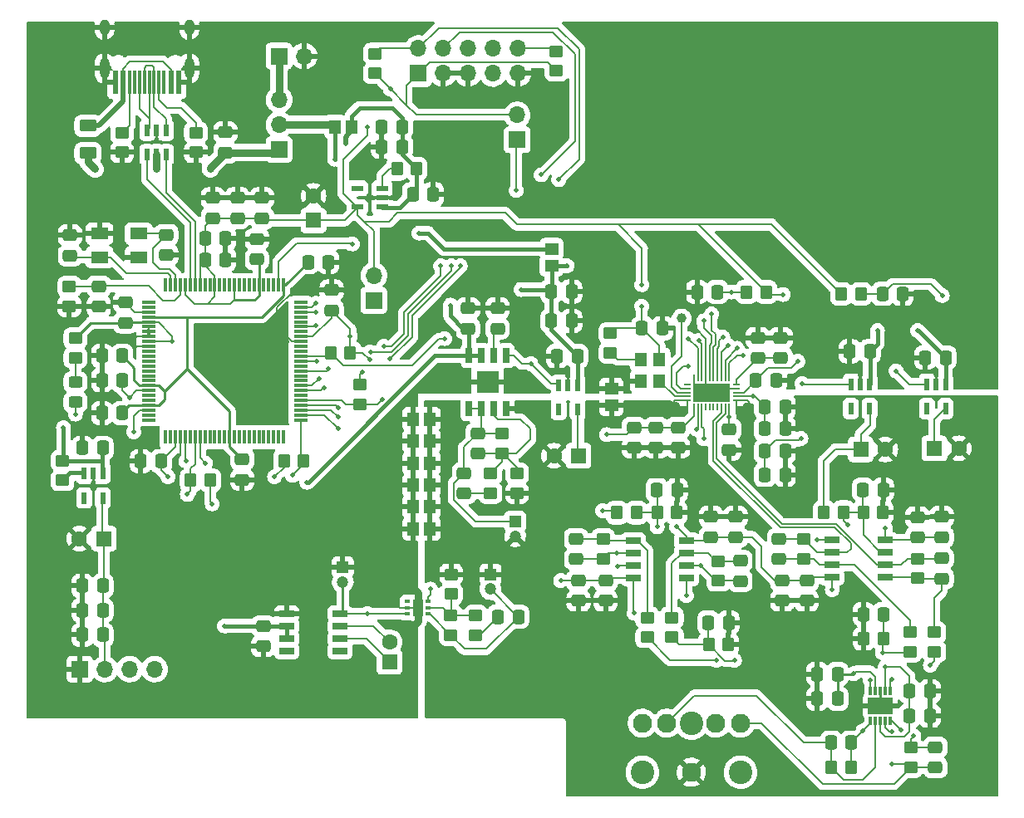
<source format=gtl>
G04 #@! TF.GenerationSoftware,KiCad,Pcbnew,(6.0.0)*
G04 #@! TF.CreationDate,2022-07-02T21:46:00-07:00*
G04 #@! TF.ProjectId,steDAC,73746544-4143-42e6-9b69-6361645f7063,rev?*
G04 #@! TF.SameCoordinates,Original*
G04 #@! TF.FileFunction,Copper,L1,Top*
G04 #@! TF.FilePolarity,Positive*
%FSLAX46Y46*%
G04 Gerber Fmt 4.6, Leading zero omitted, Abs format (unit mm)*
G04 Created by KiCad (PCBNEW (6.0.0)) date 2022-07-02 21:46:00*
%MOMM*%
%LPD*%
G01*
G04 APERTURE LIST*
G04 Aperture macros list*
%AMRoundRect*
0 Rectangle with rounded corners*
0 $1 Rounding radius*
0 $2 $3 $4 $5 $6 $7 $8 $9 X,Y pos of 4 corners*
0 Add a 4 corners polygon primitive as box body*
4,1,4,$2,$3,$4,$5,$6,$7,$8,$9,$2,$3,0*
0 Add four circle primitives for the rounded corners*
1,1,$1+$1,$2,$3*
1,1,$1+$1,$4,$5*
1,1,$1+$1,$6,$7*
1,1,$1+$1,$8,$9*
0 Add four rect primitives between the rounded corners*
20,1,$1+$1,$2,$3,$4,$5,0*
20,1,$1+$1,$4,$5,$6,$7,0*
20,1,$1+$1,$6,$7,$8,$9,0*
20,1,$1+$1,$8,$9,$2,$3,0*%
G04 Aperture macros list end*
G04 #@! TA.AperFunction,SMDPad,CuDef*
%ADD10RoundRect,0.250000X0.337500X0.475000X-0.337500X0.475000X-0.337500X-0.475000X0.337500X-0.475000X0*%
G04 #@! TD*
G04 #@! TA.AperFunction,SMDPad,CuDef*
%ADD11RoundRect,0.250000X-0.350000X-0.450000X0.350000X-0.450000X0.350000X0.450000X-0.350000X0.450000X0*%
G04 #@! TD*
G04 #@! TA.AperFunction,ComponentPad*
%ADD12R,1.700000X1.700000*%
G04 #@! TD*
G04 #@! TA.AperFunction,ComponentPad*
%ADD13O,1.700000X1.700000*%
G04 #@! TD*
G04 #@! TA.AperFunction,SMDPad,CuDef*
%ADD14RoundRect,0.250000X-0.475000X0.337500X-0.475000X-0.337500X0.475000X-0.337500X0.475000X0.337500X0*%
G04 #@! TD*
G04 #@! TA.AperFunction,SMDPad,CuDef*
%ADD15R,0.600000X1.150000*%
G04 #@! TD*
G04 #@! TA.AperFunction,ComponentPad*
%ADD16R,1.200000X1.200000*%
G04 #@! TD*
G04 #@! TA.AperFunction,ComponentPad*
%ADD17C,1.200000*%
G04 #@! TD*
G04 #@! TA.AperFunction,SMDPad,CuDef*
%ADD18R,0.600000X0.350000*%
G04 #@! TD*
G04 #@! TA.AperFunction,SMDPad,CuDef*
%ADD19R,1.100000X1.700000*%
G04 #@! TD*
G04 #@! TA.AperFunction,SMDPad,CuDef*
%ADD20RoundRect,0.250000X0.350000X0.450000X-0.350000X0.450000X-0.350000X-0.450000X0.350000X-0.450000X0*%
G04 #@! TD*
G04 #@! TA.AperFunction,SMDPad,CuDef*
%ADD21RoundRect,0.250000X-0.450000X0.350000X-0.450000X-0.350000X0.450000X-0.350000X0.450000X0.350000X0*%
G04 #@! TD*
G04 #@! TA.AperFunction,SMDPad,CuDef*
%ADD22R,1.800000X1.200000*%
G04 #@! TD*
G04 #@! TA.AperFunction,SMDPad,CuDef*
%ADD23RoundRect,0.250000X-0.337500X-0.475000X0.337500X-0.475000X0.337500X0.475000X-0.337500X0.475000X0*%
G04 #@! TD*
G04 #@! TA.AperFunction,SMDPad,CuDef*
%ADD24RoundRect,0.250000X0.450000X-0.350000X0.450000X0.350000X-0.450000X0.350000X-0.450000X-0.350000X0*%
G04 #@! TD*
G04 #@! TA.AperFunction,SMDPad,CuDef*
%ADD25R,1.200000X1.400000*%
G04 #@! TD*
G04 #@! TA.AperFunction,SMDPad,CuDef*
%ADD26RoundRect,0.250000X0.475000X-0.337500X0.475000X0.337500X-0.475000X0.337500X-0.475000X-0.337500X0*%
G04 #@! TD*
G04 #@! TA.AperFunction,SMDPad,CuDef*
%ADD27R,1.150000X0.600000*%
G04 #@! TD*
G04 #@! TA.AperFunction,SMDPad,CuDef*
%ADD28R,1.528000X0.650000*%
G04 #@! TD*
G04 #@! TA.AperFunction,SMDPad,CuDef*
%ADD29R,1.526000X0.650000*%
G04 #@! TD*
G04 #@! TA.AperFunction,SMDPad,CuDef*
%ADD30R,1.400000X1.200000*%
G04 #@! TD*
G04 #@! TA.AperFunction,ComponentPad*
%ADD31C,1.950000*%
G04 #@! TD*
G04 #@! TA.AperFunction,ComponentPad*
%ADD32C,2.400000*%
G04 #@! TD*
G04 #@! TA.AperFunction,SMDPad,CuDef*
%ADD33R,1.475000X0.300000*%
G04 #@! TD*
G04 #@! TA.AperFunction,SMDPad,CuDef*
%ADD34R,0.300000X1.475000*%
G04 #@! TD*
G04 #@! TA.AperFunction,SMDPad,CuDef*
%ADD35R,0.600000X2.450000*%
G04 #@! TD*
G04 #@! TA.AperFunction,SMDPad,CuDef*
%ADD36R,0.300000X2.450000*%
G04 #@! TD*
G04 #@! TA.AperFunction,ComponentPad*
%ADD37O,1.000000X1.600000*%
G04 #@! TD*
G04 #@! TA.AperFunction,ComponentPad*
%ADD38O,1.000000X2.100000*%
G04 #@! TD*
G04 #@! TA.AperFunction,SMDPad,CuDef*
%ADD39RoundRect,0.250000X0.450000X-0.325000X0.450000X0.325000X-0.450000X0.325000X-0.450000X-0.325000X0*%
G04 #@! TD*
G04 #@! TA.AperFunction,ComponentPad*
%ADD40R,1.600000X1.600000*%
G04 #@! TD*
G04 #@! TA.AperFunction,ComponentPad*
%ADD41C,1.600000*%
G04 #@! TD*
G04 #@! TA.AperFunction,SMDPad,CuDef*
%ADD42R,0.200000X0.750000*%
G04 #@! TD*
G04 #@! TA.AperFunction,SMDPad,CuDef*
%ADD43R,0.750000X0.200000*%
G04 #@! TD*
G04 #@! TA.AperFunction,SMDPad,CuDef*
%ADD44R,3.850000X1.850000*%
G04 #@! TD*
G04 #@! TA.AperFunction,SMDPad,CuDef*
%ADD45R,0.650000X1.525000*%
G04 #@! TD*
G04 #@! TA.AperFunction,SMDPad,CuDef*
%ADD46R,2.290000X2.290000*%
G04 #@! TD*
G04 #@! TA.AperFunction,SMDPad,CuDef*
%ADD47RoundRect,0.250000X-0.625000X0.375000X-0.625000X-0.375000X0.625000X-0.375000X0.625000X0.375000X0*%
G04 #@! TD*
G04 #@! TA.AperFunction,SMDPad,CuDef*
%ADD48R,0.300000X0.850000*%
G04 #@! TD*
G04 #@! TA.AperFunction,SMDPad,CuDef*
%ADD49R,2.500000X1.750000*%
G04 #@! TD*
G04 #@! TA.AperFunction,SMDPad,CuDef*
%ADD50C,1.000000*%
G04 #@! TD*
G04 #@! TA.AperFunction,ViaPad*
%ADD51C,0.500000*%
G04 #@! TD*
G04 #@! TA.AperFunction,Conductor*
%ADD52C,0.200000*%
G04 #@! TD*
G04 #@! TA.AperFunction,Conductor*
%ADD53C,0.127000*%
G04 #@! TD*
G04 #@! TA.AperFunction,Conductor*
%ADD54C,0.762000*%
G04 #@! TD*
G04 #@! TA.AperFunction,Conductor*
%ADD55C,0.203200*%
G04 #@! TD*
G04 #@! TA.AperFunction,Conductor*
%ADD56C,0.250000*%
G04 #@! TD*
G04 #@! TA.AperFunction,Conductor*
%ADD57C,0.406400*%
G04 #@! TD*
G04 #@! TA.AperFunction,Conductor*
%ADD58C,0.500000*%
G04 #@! TD*
G04 APERTURE END LIST*
D10*
X174350000Y-88750000D03*
X172275000Y-88750000D03*
D11*
X171412500Y-82900000D03*
X173412500Y-82900000D03*
D10*
X158800000Y-82700000D03*
X156725000Y-82700000D03*
D12*
X114162500Y-68175000D03*
D13*
X114162500Y-65635000D03*
X114162500Y-63095000D03*
D14*
X144412500Y-107862500D03*
X144412500Y-109937500D03*
D15*
X96200000Y-101200000D03*
X95250000Y-101200000D03*
X94300000Y-101200000D03*
X94300000Y-103700000D03*
X96200000Y-103700000D03*
D16*
X135700000Y-111500000D03*
D17*
X135700000Y-113000000D03*
D18*
X129350000Y-115525000D03*
X129350000Y-114875000D03*
X129350000Y-114225000D03*
X127250000Y-114225000D03*
X127250000Y-114875000D03*
X127250000Y-115525000D03*
D19*
X128300000Y-114875000D03*
D10*
X154700000Y-102900000D03*
X152625000Y-102900000D03*
D14*
X160012500Y-96712500D03*
X160012500Y-98787500D03*
D20*
X150562500Y-105200000D03*
X148562500Y-105200000D03*
D21*
X147162500Y-107900000D03*
X147162500Y-109900000D03*
D20*
X154662500Y-105200000D03*
X152662500Y-105200000D03*
D22*
X99862500Y-76750000D03*
X95862500Y-76750000D03*
X95862500Y-79150000D03*
X99862500Y-79150000D03*
D23*
X163625000Y-94400000D03*
X165700000Y-94400000D03*
D24*
X158912500Y-112150000D03*
X158912500Y-110150000D03*
X142412500Y-60150000D03*
X142412500Y-58150000D03*
D21*
X138400000Y-101200000D03*
X138400000Y-103200000D03*
D16*
X120650000Y-110750000D03*
D17*
X120650000Y-112250000D03*
D25*
X127812500Y-95650000D03*
X129512500Y-95650000D03*
D26*
X133000000Y-103237500D03*
X133000000Y-101162500D03*
D12*
X128337500Y-60425000D03*
D13*
X128337500Y-57885000D03*
X130877500Y-60425000D03*
X130877500Y-57885000D03*
X133417500Y-60425000D03*
X133417500Y-57885000D03*
X135957500Y-60425000D03*
X135957500Y-57885000D03*
X138497500Y-60425000D03*
X138497500Y-57885000D03*
D27*
X124650000Y-74050000D03*
X124650000Y-73100000D03*
X124650000Y-72150000D03*
X122150000Y-72150000D03*
X122150000Y-74050000D03*
D14*
X158162500Y-105612500D03*
X158162500Y-107687500D03*
D12*
X93862500Y-121150000D03*
D13*
X96402500Y-121150000D03*
X98942500Y-121150000D03*
X101482500Y-121150000D03*
D28*
X150240500Y-108050000D03*
X150240500Y-109320000D03*
X150240500Y-110590000D03*
X150240500Y-111860000D03*
X155662500Y-111860000D03*
X155662500Y-110590000D03*
X155662500Y-109320000D03*
X155662500Y-108050000D03*
D26*
X181012500Y-131187500D03*
X181012500Y-129112500D03*
D20*
X171662500Y-105150000D03*
X169662500Y-105150000D03*
D25*
X127812500Y-102400000D03*
X129512500Y-102400000D03*
D26*
X181662500Y-111937500D03*
X181662500Y-109862500D03*
D24*
X154162500Y-117900000D03*
X154162500Y-115900000D03*
D25*
X127812500Y-97900000D03*
X129512500Y-97900000D03*
D24*
X179162500Y-111900000D03*
X179162500Y-109900000D03*
D29*
X120374500Y-119305000D03*
X120374500Y-118035000D03*
X120374500Y-116765000D03*
X120374500Y-115495000D03*
X114950500Y-115495000D03*
X114950500Y-116765000D03*
X114950500Y-118035000D03*
X114950500Y-119305000D03*
D25*
X127812500Y-106850000D03*
X129512500Y-106850000D03*
D10*
X98187500Y-91700000D03*
X96112500Y-91700000D03*
D30*
X148012500Y-92550000D03*
X148012500Y-94250000D03*
D14*
X181662500Y-105612500D03*
X181662500Y-107687500D03*
D31*
X156162500Y-131650000D03*
X151162500Y-126650000D03*
X153662500Y-126650000D03*
X158662500Y-126650000D03*
X161162500Y-126650000D03*
D32*
X161162500Y-131650000D03*
X151162500Y-131650000D03*
X156162500Y-126650000D03*
D14*
X152562500Y-96512500D03*
X152562500Y-98587500D03*
D26*
X112550000Y-118837500D03*
X112550000Y-116762500D03*
D33*
X100874500Y-83750000D03*
X100874500Y-84250000D03*
X100874500Y-84750000D03*
X100874500Y-85250000D03*
X100874500Y-85750000D03*
X100874500Y-86250000D03*
X100874500Y-86750000D03*
X100874500Y-87250000D03*
X100874500Y-87750000D03*
X100874500Y-88250000D03*
X100874500Y-88750000D03*
X100874500Y-89250000D03*
X100874500Y-89750000D03*
X100874500Y-90250000D03*
X100874500Y-90750000D03*
X100874500Y-91250000D03*
X100874500Y-91750000D03*
X100874500Y-92250000D03*
X100874500Y-92750000D03*
X100874500Y-93250000D03*
X100874500Y-93750000D03*
X100874500Y-94250000D03*
X100874500Y-94750000D03*
X100874500Y-95250000D03*
X100874500Y-95750000D03*
D34*
X102612500Y-97488000D03*
X103112500Y-97488000D03*
X103612500Y-97488000D03*
X104112500Y-97488000D03*
X104612500Y-97488000D03*
X105112500Y-97488000D03*
X105612500Y-97488000D03*
X106112500Y-97488000D03*
X106612500Y-97488000D03*
X107112500Y-97488000D03*
X107612500Y-97488000D03*
X108112500Y-97488000D03*
X108612500Y-97488000D03*
X109112500Y-97488000D03*
X109612500Y-97488000D03*
X110112500Y-97488000D03*
X110612500Y-97488000D03*
X111112500Y-97488000D03*
X111612500Y-97488000D03*
X112112500Y-97488000D03*
X112612500Y-97488000D03*
X113112500Y-97488000D03*
X113612500Y-97488000D03*
X114112500Y-97488000D03*
X114612500Y-97488000D03*
D33*
X116350500Y-95750000D03*
X116350500Y-95250000D03*
X116350500Y-94750000D03*
X116350500Y-94250000D03*
X116350500Y-93750000D03*
X116350500Y-93250000D03*
X116350500Y-92750000D03*
X116350500Y-92250000D03*
X116350500Y-91750000D03*
X116350500Y-91250000D03*
X116350500Y-90750000D03*
X116350500Y-90250000D03*
X116350500Y-89750000D03*
X116350500Y-89250000D03*
X116350500Y-88750000D03*
X116350500Y-88250000D03*
X116350500Y-87750000D03*
X116350500Y-87250000D03*
X116350500Y-86750000D03*
X116350500Y-86250000D03*
X116350500Y-85750000D03*
X116350500Y-85250000D03*
X116350500Y-84750000D03*
X116350500Y-84250000D03*
X116350500Y-83750000D03*
D34*
X114612500Y-82012000D03*
X114112500Y-82012000D03*
X113612500Y-82012000D03*
X113112500Y-82012000D03*
X112612500Y-82012000D03*
X112112500Y-82012000D03*
X111612500Y-82012000D03*
X111112500Y-82012000D03*
X110612500Y-82012000D03*
X110112500Y-82012000D03*
X109612500Y-82012000D03*
X109112500Y-82012000D03*
X108612500Y-82012000D03*
X108112500Y-82012000D03*
X107612500Y-82012000D03*
X107112500Y-82012000D03*
X106612500Y-82012000D03*
X106112500Y-82012000D03*
X105612500Y-82012000D03*
X105112500Y-82012000D03*
X104612500Y-82012000D03*
X104112500Y-82012000D03*
X103612500Y-82012000D03*
X103112500Y-82012000D03*
X102612500Y-82012000D03*
D20*
X175662500Y-105150000D03*
X173662500Y-105150000D03*
D35*
X103912500Y-61310000D03*
X103137500Y-61310000D03*
D36*
X102437500Y-61310000D03*
X101937500Y-61310000D03*
X101437500Y-61310000D03*
X100937500Y-61310000D03*
X100437500Y-61310000D03*
X99937500Y-61310000D03*
X99437500Y-61310000D03*
X98937500Y-61310000D03*
D35*
X98237500Y-61310000D03*
X97462500Y-61310000D03*
D37*
X96367500Y-55715000D03*
D38*
X105007500Y-59895000D03*
D37*
X105007500Y-55715000D03*
D38*
X96367500Y-59895000D03*
D14*
X179162500Y-105652500D03*
X179162500Y-107727500D03*
D10*
X108700000Y-77250000D03*
X106625000Y-77250000D03*
D14*
X154812500Y-96512500D03*
X154812500Y-98587500D03*
D23*
X151125000Y-86400000D03*
X153200000Y-86400000D03*
D11*
X126162500Y-70150000D03*
X128162500Y-70150000D03*
D26*
X92862500Y-78987500D03*
X92862500Y-76912500D03*
D39*
X93412500Y-93925000D03*
X93412500Y-91875000D03*
D12*
X114162500Y-58650000D03*
D13*
X116702500Y-58650000D03*
D24*
X178512500Y-131150000D03*
X178512500Y-129150000D03*
D21*
X131700000Y-111500000D03*
X131700000Y-113500000D03*
D15*
X174300000Y-92100000D03*
X173350000Y-92100000D03*
X172400000Y-92100000D03*
X172400000Y-94600000D03*
X174300000Y-94600000D03*
D26*
X119512500Y-84587500D03*
X119512500Y-82512500D03*
X111900000Y-79387500D03*
X111900000Y-77312500D03*
X112412500Y-75187500D03*
X112412500Y-73112500D03*
D10*
X180450000Y-125900000D03*
X178375000Y-125900000D03*
D25*
X127812500Y-100150000D03*
X129512500Y-100150000D03*
D21*
X178412500Y-117400000D03*
X178412500Y-119400000D03*
D23*
X141875000Y-85650000D03*
X143950000Y-85650000D03*
D40*
X125412500Y-120400000D03*
D41*
X125412500Y-118400000D03*
D12*
X138412500Y-67175000D03*
D13*
X138412500Y-64635000D03*
D20*
X107162500Y-101900000D03*
X105162500Y-101900000D03*
D28*
X175873500Y-111805000D03*
X175873500Y-110535000D03*
X175873500Y-109265000D03*
X175873500Y-107995000D03*
X170451500Y-107995000D03*
X170451500Y-109265000D03*
X170451500Y-110535000D03*
X170451500Y-111805000D03*
D26*
X165412500Y-114187500D03*
X165412500Y-112112500D03*
D15*
X182050000Y-92100000D03*
X181100000Y-92100000D03*
X180150000Y-92100000D03*
X180150000Y-94600000D03*
X182050000Y-94600000D03*
D21*
X135700000Y-101200000D03*
X135700000Y-103200000D03*
D20*
X163762500Y-82700000D03*
X161762500Y-82700000D03*
D21*
X147912500Y-86900000D03*
X147912500Y-88900000D03*
D14*
X150312500Y-96512500D03*
X150312500Y-98587500D03*
D10*
X180450000Y-123400000D03*
X178375000Y-123400000D03*
D21*
X98162500Y-66455000D03*
X98162500Y-68455000D03*
D26*
X108687500Y-68492500D03*
X108687500Y-66417500D03*
D21*
X123912500Y-58400000D03*
X123912500Y-60400000D03*
D11*
X114662500Y-99900000D03*
X116662500Y-99900000D03*
D21*
X131650000Y-115700000D03*
X131650000Y-117700000D03*
D25*
X119862500Y-65850000D03*
X121562500Y-65850000D03*
D10*
X98187500Y-95050000D03*
X96112500Y-95050000D03*
D21*
X167600000Y-107900000D03*
X167600000Y-109900000D03*
D40*
X180912500Y-98650000D03*
D41*
X183412500Y-98650000D03*
D26*
X134412500Y-99187500D03*
X134412500Y-97112500D03*
D10*
X126700000Y-67900000D03*
X124625000Y-67900000D03*
D26*
X161162500Y-112187500D03*
X161162500Y-110112500D03*
X165262500Y-89450000D03*
X165262500Y-87375000D03*
D30*
X141912500Y-78300000D03*
X141912500Y-80000000D03*
D14*
X165100000Y-107862500D03*
X165100000Y-109937500D03*
D23*
X162725000Y-91700000D03*
X164800000Y-91700000D03*
D20*
X159912500Y-118650000D03*
X157912500Y-118650000D03*
D21*
X105687500Y-66455000D03*
X105687500Y-68455000D03*
D24*
X151662500Y-117900000D03*
X151662500Y-115900000D03*
D10*
X96200000Y-117650000D03*
X94125000Y-117650000D03*
D24*
X180912500Y-119400000D03*
X180912500Y-117400000D03*
D26*
X107412500Y-75187500D03*
X107412500Y-73112500D03*
D23*
X175625000Y-82900000D03*
X177700000Y-82900000D03*
D26*
X167912500Y-114187500D03*
X167912500Y-112112500D03*
D20*
X175712500Y-118050000D03*
X173712500Y-118050000D03*
D14*
X160662500Y-105612500D03*
X160662500Y-107687500D03*
X95800000Y-82112500D03*
X95800000Y-84187500D03*
D26*
X144662500Y-114187500D03*
X144662500Y-112112500D03*
D21*
X136912500Y-97150000D03*
X136912500Y-99150000D03*
D26*
X133412500Y-86437500D03*
X133412500Y-84362500D03*
D14*
X110400000Y-99762500D03*
X110400000Y-101837500D03*
D42*
X156412500Y-94450000D03*
X156812500Y-94450000D03*
X157212500Y-94450000D03*
X157612500Y-94450000D03*
X158012500Y-94450000D03*
X158412500Y-94450000D03*
X158812500Y-94450000D03*
X159212500Y-94450000D03*
X159612500Y-94450000D03*
X160012500Y-94450000D03*
D43*
X160712500Y-93750000D03*
X160712500Y-93350000D03*
X160712500Y-92950000D03*
X160712500Y-92550000D03*
X160712500Y-92150000D03*
D42*
X160012500Y-91450000D03*
X159612500Y-91450000D03*
X159212500Y-91450000D03*
X158812500Y-91450000D03*
X158412500Y-91450000D03*
X158012500Y-91450000D03*
X157612500Y-91450000D03*
X157212500Y-91450000D03*
X156812500Y-91450000D03*
X156412500Y-91450000D03*
D43*
X155712500Y-92150000D03*
X155712500Y-92550000D03*
X155712500Y-92950000D03*
X155712500Y-93350000D03*
X155712500Y-93750000D03*
D44*
X158212500Y-92950000D03*
D10*
X144550000Y-89250000D03*
X142475000Y-89250000D03*
X182050000Y-89400000D03*
X179975000Y-89400000D03*
D40*
X117662500Y-75400000D03*
D41*
X117662500Y-72900000D03*
D23*
X117112500Y-79650000D03*
X119187500Y-79650000D03*
D21*
X122412500Y-92150000D03*
X122412500Y-94150000D03*
D26*
X109912500Y-75187500D03*
X109912500Y-73112500D03*
D20*
X121412500Y-88900000D03*
X119412500Y-88900000D03*
D23*
X163625000Y-98950000D03*
X165700000Y-98950000D03*
D26*
X147412500Y-114187500D03*
X147412500Y-112112500D03*
D21*
X93412500Y-87400000D03*
X93412500Y-89400000D03*
D10*
X102150000Y-99950000D03*
X100075000Y-99950000D03*
D26*
X162912500Y-89437500D03*
X162912500Y-87362500D03*
D10*
X175700000Y-102850000D03*
X173625000Y-102850000D03*
X96200000Y-112650000D03*
X94125000Y-112650000D03*
D40*
X144662500Y-99400000D03*
D41*
X142162500Y-99400000D03*
D10*
X98187500Y-89200000D03*
X96112500Y-89200000D03*
D45*
X133507500Y-94612000D03*
X134777500Y-94612000D03*
X136047500Y-94612000D03*
X137317500Y-94612000D03*
X137317500Y-89188000D03*
X136047500Y-89188000D03*
X134777500Y-89188000D03*
X133507500Y-89188000D03*
D46*
X135412500Y-91900000D03*
D10*
X96200000Y-115150000D03*
X94125000Y-115150000D03*
D23*
X163625000Y-96650000D03*
X165700000Y-96650000D03*
X173675000Y-115550000D03*
X175750000Y-115550000D03*
D40*
X96312500Y-107850000D03*
D41*
X93812500Y-107850000D03*
D23*
X127775000Y-72750000D03*
X129850000Y-72750000D03*
D15*
X102637500Y-66205000D03*
X101687500Y-66205000D03*
X100737500Y-66205000D03*
X100737500Y-68705000D03*
X101687500Y-68705000D03*
X102637500Y-68705000D03*
D23*
X168975000Y-121650000D03*
X171050000Y-121650000D03*
D26*
X98500000Y-85837500D03*
X98500000Y-83762500D03*
D21*
X92800000Y-82150000D03*
X92800000Y-84150000D03*
D23*
X163625000Y-101350000D03*
X165700000Y-101350000D03*
D40*
X173412500Y-98750000D03*
D41*
X175912500Y-98750000D03*
D10*
X96200000Y-98600000D03*
X94125000Y-98600000D03*
X172450000Y-128650000D03*
X170375000Y-128650000D03*
D23*
X168975000Y-124150000D03*
X171050000Y-124150000D03*
D47*
X94687500Y-65750000D03*
X94687500Y-68550000D03*
D26*
X136412500Y-86437500D03*
X136412500Y-84362500D03*
D16*
X138200000Y-106100000D03*
D17*
X138200000Y-107600000D03*
D10*
X108700000Y-79400000D03*
X106625000Y-79400000D03*
D24*
X92100000Y-101900000D03*
X92100000Y-99900000D03*
D10*
X138537500Y-115800000D03*
X136462500Y-115800000D03*
D14*
X102662500Y-76862500D03*
X102662500Y-78937500D03*
D48*
X176412500Y-123400000D03*
X175912500Y-123400000D03*
X175412500Y-123400000D03*
X174912500Y-123400000D03*
X174412500Y-123400000D03*
X174412500Y-126400000D03*
X174912500Y-126400000D03*
X175412500Y-126400000D03*
X175912500Y-126400000D03*
X176412500Y-126400000D03*
D49*
X175412500Y-124900000D03*
D25*
X151012500Y-89600000D03*
X151012500Y-91800000D03*
X152912500Y-91800000D03*
X152912500Y-89600000D03*
D10*
X143950000Y-82650000D03*
X141875000Y-82650000D03*
D24*
X134200000Y-117700000D03*
X134200000Y-115700000D03*
D23*
X157875000Y-116400000D03*
X159950000Y-116400000D03*
D12*
X123812500Y-83550000D03*
D13*
X123812500Y-81010000D03*
D25*
X127812500Y-104600000D03*
X129512500Y-104600000D03*
D50*
X155162500Y-85400000D03*
D15*
X144550000Y-92200000D03*
X143600000Y-92200000D03*
X142650000Y-92200000D03*
X142650000Y-94700000D03*
X144550000Y-94700000D03*
D20*
X172412500Y-131150000D03*
X170412500Y-131150000D03*
D23*
X124625000Y-65850000D03*
X126700000Y-65850000D03*
D51*
X126212500Y-71950000D03*
X157412500Y-85650000D03*
X160262500Y-82700000D03*
X120162500Y-94474500D03*
X104812500Y-103350000D03*
X154662500Y-106650000D03*
X175912500Y-120950000D03*
X170512500Y-113050000D03*
X175912500Y-106750000D03*
X150312500Y-115450000D03*
X142850000Y-112112500D03*
X172687500Y-121625000D03*
X147112500Y-104998900D03*
X147512500Y-97250000D03*
X160012500Y-95450000D03*
X167312500Y-97650000D03*
X148582500Y-109320000D03*
X156713694Y-96681206D03*
X157412500Y-97650000D03*
X157102500Y-110590000D03*
X176612500Y-122150000D03*
X160550000Y-120250000D03*
X174361400Y-122250000D03*
X175612500Y-119450000D03*
X176612500Y-127498900D03*
X176612500Y-130850000D03*
X178812500Y-127950000D03*
X158712500Y-120250000D03*
X177512500Y-127350000D03*
X173650558Y-127449458D03*
X180512500Y-120750000D03*
X92200000Y-96550000D03*
X120912500Y-67550000D03*
X179212500Y-86650000D03*
X175112500Y-86650000D03*
X108600000Y-116750000D03*
X131612500Y-84050000D03*
X138812500Y-82450000D03*
X117000000Y-102100000D03*
X143512500Y-80050000D03*
X155812500Y-90250000D03*
X162412500Y-93350000D03*
X167412500Y-92050000D03*
X181712500Y-83050000D03*
X177012500Y-90750000D03*
X139800000Y-90000000D03*
X95412500Y-70150000D03*
X107162500Y-70150000D03*
X101662500Y-70150000D03*
X93412500Y-95150000D03*
X99350000Y-96950000D03*
X128412500Y-76698900D03*
X119812500Y-69150000D03*
X161412500Y-89147789D03*
X120162500Y-95474003D03*
X160812500Y-88450000D03*
X120162500Y-96650000D03*
X104662500Y-99900000D03*
X159912500Y-88150000D03*
X159358076Y-87318363D03*
X106662500Y-100150000D03*
X117912500Y-86150000D03*
X158212500Y-84950000D03*
X124662500Y-93650000D03*
X156900246Y-87662254D03*
X155812500Y-87450000D03*
X131012500Y-87450000D03*
X115512500Y-101399011D03*
X132612500Y-80050000D03*
X142650000Y-71250000D03*
X118712500Y-92450000D03*
X125412500Y-89550000D03*
X123452187Y-88801100D03*
X118212500Y-91550000D03*
X131712500Y-80050000D03*
X119212500Y-90550011D03*
X140861400Y-70750000D03*
X130612500Y-80050000D03*
X124812500Y-88250000D03*
X118012500Y-89801100D03*
X117912500Y-84750000D03*
X138312500Y-72350000D03*
X117912500Y-83850000D03*
X121612500Y-77798900D03*
X155662500Y-113650000D03*
X148662500Y-110650000D03*
X152662500Y-106650000D03*
X169000000Y-108000000D03*
X172056602Y-106426524D03*
X151112500Y-81950000D03*
X98950000Y-93450000D03*
X113700000Y-101550000D03*
X123412500Y-89637000D03*
X102850000Y-101550000D03*
X151112500Y-84150000D03*
X165512500Y-82950000D03*
X123112500Y-65850000D03*
X125487500Y-61975000D03*
X121412500Y-87250000D03*
X167012500Y-89750000D03*
X103300000Y-87750000D03*
X122662500Y-90900000D03*
X107350000Y-104300000D03*
X123157500Y-115495000D03*
X129600000Y-113000000D03*
D52*
X160712500Y-92150000D02*
X160712500Y-91637500D01*
X160712500Y-91637500D02*
X162912500Y-89437500D01*
X162912500Y-89437500D02*
X165250000Y-89437500D01*
X165250000Y-89437500D02*
X165262500Y-89450000D01*
X157612500Y-87597381D02*
X157612500Y-87450000D01*
D53*
X116350500Y-87750000D02*
X115436978Y-87750000D01*
D54*
X128300000Y-116300000D02*
X127850000Y-116750000D01*
D53*
X115600000Y-82650000D02*
X115950000Y-82650000D01*
X99487500Y-84750000D02*
X98500000Y-83762500D01*
X100874500Y-84750000D02*
X99487500Y-84750000D01*
D52*
X157612500Y-92350000D02*
X158212500Y-92950000D01*
X157612500Y-91450000D02*
X157612500Y-92350000D01*
X100874500Y-87250000D02*
X99300000Y-87250000D01*
X156412500Y-91450000D02*
X156412500Y-92124022D01*
D54*
X128300000Y-114875000D02*
X128300000Y-116300000D01*
D53*
X113950000Y-84300000D02*
X115600000Y-82650000D01*
D55*
X127250000Y-114875000D02*
X126425000Y-114875000D01*
D53*
X115436978Y-87750000D02*
X113950000Y-86263022D01*
D55*
X126425000Y-114875000D02*
X126200000Y-114650000D01*
D52*
X157238478Y-92950000D02*
X158212500Y-92950000D01*
X157612500Y-91450000D02*
X157612500Y-87597381D01*
D55*
X127250000Y-114875000D02*
X128300000Y-114875000D01*
D54*
X128300000Y-113400000D02*
X127650000Y-112750000D01*
D53*
X113950000Y-86263022D02*
X113950000Y-84300000D01*
D54*
X128300000Y-114875000D02*
X128300000Y-113400000D01*
D53*
X100874500Y-88250000D02*
X99500000Y-88250000D01*
D52*
X160712500Y-92550000D02*
X158612500Y-92550000D01*
X100874500Y-86250000D02*
X100874500Y-87250000D01*
X104112500Y-97488000D02*
X104112500Y-99350000D01*
X156412500Y-92124022D02*
X157238478Y-92950000D01*
X157612500Y-87450000D02*
X156562500Y-86400000D01*
X158612500Y-92550000D02*
X158212500Y-92950000D01*
X104112500Y-99350000D02*
X103812500Y-99650000D01*
D53*
X120162500Y-94474500D02*
X119938000Y-94250000D01*
X119938000Y-94250000D02*
X116350500Y-94250000D01*
D52*
X157412500Y-86355621D02*
X157412500Y-85650000D01*
X158211511Y-87939748D02*
X158211511Y-87154632D01*
X160262500Y-82700000D02*
X161762500Y-82700000D01*
X158012500Y-91450000D02*
X158012500Y-88138759D01*
X158211511Y-87154632D02*
X157412500Y-86355621D01*
X158800000Y-82700000D02*
X160262500Y-82700000D01*
X158012500Y-88138759D02*
X158211511Y-87939748D01*
X105162500Y-103000000D02*
X104812500Y-103350000D01*
X105612500Y-97488000D02*
X105612500Y-100250000D01*
X105162500Y-101900000D02*
X105162500Y-103000000D01*
X105162500Y-100700000D02*
X105162500Y-101900000D01*
X105612500Y-100250000D02*
X105162500Y-100700000D01*
X104112500Y-82012000D02*
X104112500Y-82950000D01*
X100862500Y-82100000D02*
X95812500Y-82100000D01*
X92837500Y-82112500D02*
X92800000Y-82150000D01*
X104112500Y-82950000D02*
X103512500Y-83550000D01*
X103512500Y-83550000D02*
X102312500Y-83550000D01*
X95800000Y-82112500D02*
X92837500Y-82112500D01*
X102312500Y-83550000D02*
X100862500Y-82100000D01*
X95812500Y-82100000D02*
X95800000Y-82112500D01*
X103612500Y-80950000D02*
X103612500Y-82012000D01*
X101312500Y-79650000D02*
X102012980Y-80350480D01*
X102662500Y-76862500D02*
X101312500Y-78212500D01*
X99862500Y-76750000D02*
X102550000Y-76750000D01*
X102012980Y-80350480D02*
X103012980Y-80350480D01*
X102550000Y-76750000D02*
X102662500Y-76862500D01*
X103012980Y-80350480D02*
X103612500Y-80950000D01*
X101312500Y-78212500D02*
X101312500Y-79650000D01*
X92862500Y-78987500D02*
X93025000Y-79150000D01*
X97000000Y-79150000D02*
X95862500Y-79150000D01*
X93025000Y-79150000D02*
X95862500Y-79150000D01*
X103112500Y-81025478D02*
X102837022Y-80750000D01*
X98600000Y-80750000D02*
X97000000Y-79150000D01*
X103112500Y-82012000D02*
X103112500Y-81025478D01*
X102837022Y-80750000D02*
X98600000Y-80750000D01*
X155712500Y-93750000D02*
X154512500Y-93750000D01*
X154512500Y-93750000D02*
X154212500Y-94050000D01*
X161812500Y-93750000D02*
X162312500Y-94250000D01*
X155712500Y-93750000D02*
X155712500Y-94550000D01*
X160712500Y-93750000D02*
X160712500Y-94550000D01*
D56*
X175412500Y-123400000D02*
X175412500Y-124900000D01*
D52*
X160712500Y-93750000D02*
X161812500Y-93750000D01*
D55*
X175912500Y-120950000D02*
X175912500Y-123400000D01*
X178375000Y-125900000D02*
X178375000Y-123400000D01*
X136912500Y-97150000D02*
X134450000Y-97150000D01*
X134200000Y-106100000D02*
X138200000Y-106100000D01*
X168220000Y-111805000D02*
X170451500Y-111805000D01*
X177812500Y-128050000D02*
X178375000Y-127487500D01*
X134412500Y-97112500D02*
X134777500Y-96747500D01*
X134450000Y-97150000D02*
X134412500Y-97112500D01*
X177462500Y-120950000D02*
X178375000Y-121862500D01*
X155662500Y-108050000D02*
X155662500Y-107650000D01*
X134412500Y-97112500D02*
X133000000Y-98525000D01*
X158162500Y-107687500D02*
X157800000Y-108050000D01*
X164675000Y-112112500D02*
X165412500Y-112112500D01*
X175412500Y-127550000D02*
X175912500Y-128050000D01*
X178375000Y-127487500D02*
X178375000Y-125900000D01*
X133000000Y-101162500D02*
X131973880Y-102188620D01*
X131973880Y-102188620D02*
X131973880Y-103873880D01*
X133000000Y-98525000D02*
X133000000Y-101162500D01*
X175912500Y-128050000D02*
X177812500Y-128050000D01*
X165412500Y-112112500D02*
X167912500Y-112112500D01*
X175412500Y-126400000D02*
X175412500Y-127550000D01*
X178375000Y-121862500D02*
X178375000Y-123400000D01*
X163312500Y-110750000D02*
X164675000Y-112112500D01*
X157800000Y-108050000D02*
X155662500Y-108050000D01*
X170451500Y-112989000D02*
X170512500Y-113050000D01*
X131973880Y-103873880D02*
X134200000Y-106100000D01*
X163312500Y-108650000D02*
X163312500Y-110750000D01*
X134777500Y-94612000D02*
X133507500Y-94612000D01*
X134777500Y-96747500D02*
X134777500Y-94612000D01*
X162350000Y-107687500D02*
X163312500Y-108650000D01*
X158162500Y-107687500D02*
X160662500Y-107687500D01*
X160662500Y-107687500D02*
X162350000Y-107687500D01*
X175912500Y-120950000D02*
X177462500Y-120950000D01*
X167912500Y-112112500D02*
X168220000Y-111805000D01*
X170451500Y-111805000D02*
X170451500Y-112989000D01*
X155662500Y-107650000D02*
X154662500Y-106650000D01*
X129475000Y-115525000D02*
X131650000Y-117700000D01*
D52*
X142850000Y-112112500D02*
X144662500Y-112112500D01*
D55*
X172912500Y-121400000D02*
X174412500Y-121400000D01*
X150240500Y-115378000D02*
X150312500Y-115450000D01*
X181622500Y-107727500D02*
X181662500Y-107687500D01*
X138500000Y-115800000D02*
X138537500Y-115800000D01*
X174412500Y-121400000D02*
X174912500Y-121900000D01*
X144662500Y-112112500D02*
X147412500Y-112112500D01*
X179162500Y-107727500D02*
X181622500Y-107727500D01*
X175873500Y-106789000D02*
X175912500Y-106750000D01*
X131650000Y-117700000D02*
X133050000Y-119100000D01*
X175873500Y-107995000D02*
X175873500Y-106789000D01*
X129350000Y-115525000D02*
X129475000Y-115525000D01*
D56*
X171050000Y-121650000D02*
X171050000Y-124150000D01*
D55*
X147665000Y-111860000D02*
X150240500Y-111860000D01*
X135237500Y-119100000D02*
X138537500Y-115800000D01*
X133050000Y-119100000D02*
X135237500Y-119100000D01*
X178895000Y-107995000D02*
X179162500Y-107727500D01*
X172687500Y-121625000D02*
X172912500Y-121400000D01*
D56*
X172662500Y-121650000D02*
X172687500Y-121625000D01*
D55*
X147412500Y-112112500D02*
X147665000Y-111860000D01*
X175873500Y-107995000D02*
X178895000Y-107995000D01*
D56*
X171050000Y-121650000D02*
X172662500Y-121650000D01*
D55*
X150240500Y-111860000D02*
X150240500Y-115378000D01*
X174912500Y-121900000D02*
X174912500Y-123400000D01*
X135700000Y-113000000D02*
X138500000Y-115800000D01*
D52*
X152562500Y-96512500D02*
X154812500Y-96512500D01*
X156412500Y-95350000D02*
X156412500Y-94450000D01*
X148361400Y-104998900D02*
X148562500Y-105200000D01*
X149575000Y-97250000D02*
X150312500Y-96512500D01*
X144612500Y-94650000D02*
X144612500Y-99350000D01*
X154812500Y-96512500D02*
X155250000Y-96512500D01*
D55*
X147112500Y-104998900D02*
X148361400Y-104998900D01*
D52*
X144612500Y-99350000D02*
X144662500Y-99400000D01*
X147512500Y-97250000D02*
X149575000Y-97250000D01*
X150312500Y-96512500D02*
X152562500Y-96512500D01*
X155250000Y-96512500D02*
X156412500Y-95350000D01*
D55*
X174362500Y-96275000D02*
X174362500Y-94600000D01*
X173412500Y-98750000D02*
X170812500Y-98750000D01*
D52*
X160012500Y-96612500D02*
X160012500Y-95450000D01*
X164725000Y-97850000D02*
X163625000Y-98950000D01*
X169662500Y-99900000D02*
X169662500Y-101650000D01*
X167312500Y-97650000D02*
X167112500Y-97850000D01*
D55*
X173412500Y-97225000D02*
X174362500Y-96275000D01*
D52*
X170712500Y-98850000D02*
X169662500Y-99900000D01*
X167112500Y-97850000D02*
X164725000Y-97850000D01*
D55*
X170812500Y-98750000D02*
X170712500Y-98850000D01*
D52*
X160012500Y-95450000D02*
X160012500Y-94450000D01*
D55*
X173412500Y-98750000D02*
X173412500Y-97225000D01*
D52*
X163625000Y-98950000D02*
X163625000Y-101350000D01*
X169662500Y-101650000D02*
X169662500Y-105150000D01*
X151662500Y-109033000D02*
X151662500Y-115900000D01*
D55*
X144412500Y-107862500D02*
X147125000Y-107862500D01*
D52*
X150240500Y-108050000D02*
X150679500Y-108050000D01*
D55*
X147125000Y-107862500D02*
X147162500Y-107900000D01*
D52*
X147312500Y-108050000D02*
X150240500Y-108050000D01*
X147162500Y-107900000D02*
X147312500Y-108050000D01*
X150679500Y-108050000D02*
X151662500Y-109033000D01*
D55*
X144412500Y-109937500D02*
X147125000Y-109937500D01*
X147125000Y-109937500D02*
X147162500Y-109900000D01*
D53*
X156812500Y-94450000D02*
X156812500Y-96582400D01*
D52*
X147742500Y-109320000D02*
X148582500Y-109320000D01*
X148582500Y-109320000D02*
X150240500Y-109320000D01*
D53*
X156812500Y-96582400D02*
X156713694Y-96681206D01*
D52*
X147162500Y-109900000D02*
X147742500Y-109320000D01*
D55*
X155662500Y-110590000D02*
X157102500Y-110590000D01*
X161125000Y-112150000D02*
X161162500Y-112187500D01*
X158662500Y-112150000D02*
X161125000Y-112150000D01*
D53*
X157212500Y-96454504D02*
X157212500Y-94450000D01*
X157412500Y-97650000D02*
X157412500Y-96654504D01*
X157412500Y-96654504D02*
X157212500Y-96454504D01*
D55*
X157102500Y-110590000D02*
X158662500Y-112150000D01*
D52*
X157832500Y-109320000D02*
X155662500Y-109320000D01*
X158662500Y-110150000D02*
X158912500Y-110150000D01*
X161125000Y-110150000D02*
X161162500Y-110112500D01*
X155223500Y-109320000D02*
X154162500Y-110381000D01*
X157832500Y-109320000D02*
X158662500Y-110150000D01*
X155662500Y-109320000D02*
X155223500Y-109320000D01*
X154162500Y-110381000D02*
X154162500Y-115900000D01*
X158912500Y-110150000D02*
X161125000Y-110150000D01*
D55*
X179162500Y-111900000D02*
X179200000Y-111937500D01*
X179162500Y-111900000D02*
X179067500Y-111805000D01*
X179200000Y-111937500D02*
X181662500Y-111937500D01*
X181662500Y-111937500D02*
X181662500Y-113150000D01*
X180912500Y-113900000D02*
X180912500Y-117400000D01*
X179067500Y-111805000D02*
X175873500Y-111805000D01*
X181662500Y-113150000D02*
X180912500Y-113900000D01*
D53*
X165400000Y-106373480D02*
X170906772Y-106373480D01*
X159612500Y-94450000D02*
X159612500Y-95124492D01*
X158726520Y-96010472D02*
X158726520Y-99700000D01*
X158726520Y-99700000D02*
X165400000Y-106373480D01*
X175068292Y-110535000D02*
X175873500Y-110535000D01*
X159612500Y-95124492D02*
X158726520Y-96010472D01*
D55*
X175873500Y-110535000D02*
X177527500Y-110535000D01*
X179162500Y-109900000D02*
X181625000Y-109900000D01*
X177527500Y-110535000D02*
X178162500Y-109900000D01*
X181625000Y-109900000D02*
X181662500Y-109862500D01*
D53*
X170906772Y-106373480D02*
X175068292Y-110535000D01*
D55*
X178162500Y-109900000D02*
X179162500Y-109900000D01*
D53*
X172035000Y-109265000D02*
X170451500Y-109265000D01*
X165200000Y-106700000D02*
X170771522Y-106700000D01*
D55*
X165100000Y-107862500D02*
X167562500Y-107862500D01*
D53*
X172400000Y-108900000D02*
X172035000Y-109265000D01*
D55*
X168965000Y-109265000D02*
X170451500Y-109265000D01*
D53*
X170771522Y-106700000D02*
X172400000Y-108328478D01*
X158400000Y-99900000D02*
X165200000Y-106700000D01*
X158400000Y-95863522D02*
X158400000Y-99900000D01*
D55*
X167600000Y-107900000D02*
X168965000Y-109265000D01*
D53*
X172400000Y-108328478D02*
X172400000Y-108900000D01*
X159212500Y-95051022D02*
X158400000Y-95863522D01*
X159212500Y-94450000D02*
X159212500Y-95051022D01*
D52*
X167600000Y-109900000D02*
X168600000Y-109900000D01*
X168600000Y-109900000D02*
X169235000Y-110535000D01*
X167562500Y-109937500D02*
X167600000Y-109900000D01*
D55*
X178412500Y-116150000D02*
X178412500Y-117400000D01*
D52*
X169235000Y-110535000D02*
X170451500Y-110535000D01*
D55*
X172797500Y-110535000D02*
X178412500Y-116150000D01*
X170451500Y-110535000D02*
X172797500Y-110535000D01*
D52*
X165100000Y-109937500D02*
X167562500Y-109937500D01*
X157875000Y-118612500D02*
X157875000Y-116400000D01*
X160550000Y-120250000D02*
X160500000Y-120300000D01*
X159562500Y-120300000D02*
X157912500Y-118650000D01*
X176412500Y-122350000D02*
X176412500Y-123400000D01*
D55*
X154162500Y-117900000D02*
X154912500Y-118650000D01*
D52*
X160500000Y-120300000D02*
X159562500Y-120300000D01*
D55*
X154912500Y-118650000D02*
X157912500Y-118650000D01*
D52*
X176612500Y-122150000D02*
X176412500Y-122350000D01*
X157912500Y-118650000D02*
X157875000Y-118612500D01*
D55*
X175612500Y-118150000D02*
X175712500Y-118050000D01*
D52*
X175750000Y-115550000D02*
X175750000Y-118012500D01*
D55*
X174412500Y-123400000D02*
X174412500Y-122301100D01*
X175612500Y-119450000D02*
X175612500Y-118150000D01*
X175612500Y-119450000D02*
X178362500Y-119450000D01*
X174412500Y-122301100D02*
X174361400Y-122250000D01*
D52*
X175750000Y-118012500D02*
X175712500Y-118050000D01*
D55*
X163312500Y-126650000D02*
X161162500Y-126650000D01*
X178550000Y-131187500D02*
X181012500Y-131187500D01*
X178512500Y-131150000D02*
X178550000Y-131187500D01*
X178212500Y-130850000D02*
X178512500Y-131150000D01*
X169512500Y-132850000D02*
X163312500Y-126650000D01*
X176612500Y-130850000D02*
X178212500Y-130850000D01*
X175912500Y-126400000D02*
X175912500Y-127077222D01*
X176812500Y-132850000D02*
X169512500Y-132850000D01*
X175912500Y-127077222D02*
X176334178Y-127498900D01*
X178512500Y-131150000D02*
X176812500Y-132850000D01*
X176334178Y-127498900D02*
X176612500Y-127498900D01*
X178512500Y-128250000D02*
X178512500Y-129150000D01*
X178550000Y-129112500D02*
X181012500Y-129112500D01*
X177512500Y-127350000D02*
X176562500Y-126400000D01*
X158712500Y-120250000D02*
X154012500Y-120250000D01*
X176562500Y-126400000D02*
X176412500Y-126400000D01*
X154012500Y-120250000D02*
X151662500Y-117900000D01*
X178812500Y-127950000D02*
X178512500Y-128250000D01*
X178512500Y-129150000D02*
X178550000Y-129112500D01*
X172450000Y-128650000D02*
X172450000Y-131112500D01*
X173650542Y-127449458D02*
X173650558Y-127449458D01*
X180512500Y-120750000D02*
X180912500Y-120350000D01*
X172450000Y-128650000D02*
X173650542Y-127449458D01*
X180912500Y-120350000D02*
X180912500Y-119400000D01*
X172450000Y-131112500D02*
X172412500Y-131150000D01*
X173650558Y-127449458D02*
X174412500Y-126687516D01*
X174412500Y-126687516D02*
X174412500Y-126400000D01*
X174912500Y-126400000D02*
X174912500Y-131150000D01*
X170375000Y-128650000D02*
X170375000Y-131112500D01*
X167612500Y-128650000D02*
X162812500Y-123850000D01*
X162812500Y-123850000D02*
X156462500Y-123850000D01*
X174912500Y-131150000D02*
X173615220Y-132447280D01*
X170375000Y-131112500D02*
X170412500Y-131150000D01*
X173615220Y-132447280D02*
X171709780Y-132447280D01*
X171709780Y-132447280D02*
X170412500Y-131150000D01*
X156462500Y-123850000D02*
X153662500Y-126650000D01*
X170375000Y-128650000D02*
X167612500Y-128650000D01*
D57*
X126700000Y-68687500D02*
X128162500Y-70150000D01*
D55*
X96200000Y-98600000D02*
X96162500Y-98637500D01*
D58*
X121562500Y-66250000D02*
X120912500Y-66900000D01*
D57*
X122362500Y-63950000D02*
X125712500Y-63950000D01*
X121562500Y-64750000D02*
X122362500Y-63950000D01*
X126425000Y-74100000D02*
X124662500Y-74100000D01*
X96162500Y-99900000D02*
X92100000Y-99900000D01*
X127775000Y-72750000D02*
X126425000Y-74100000D01*
X126700000Y-64937500D02*
X126700000Y-65850000D01*
X126700000Y-67900000D02*
X126700000Y-68687500D01*
X125712500Y-63950000D02*
X126700000Y-64937500D01*
X121562500Y-65850000D02*
X121562500Y-64750000D01*
X128162500Y-70150000D02*
X128162500Y-72362500D01*
D58*
X120912500Y-66900000D02*
X120912500Y-67550000D01*
D57*
X92100000Y-99900000D02*
X92200000Y-99800000D01*
X126700000Y-65850000D02*
X126700000Y-67900000D01*
X128162500Y-72362500D02*
X127775000Y-72750000D01*
X96162500Y-98637500D02*
X96162500Y-99900000D01*
D55*
X121562500Y-65850000D02*
X121562500Y-66250000D01*
D57*
X92200000Y-99800000D02*
X92200000Y-96550000D01*
X96162500Y-99900000D02*
X96162500Y-101150000D01*
X141875000Y-85650000D02*
X141875000Y-86575000D01*
X114950500Y-116765000D02*
X112552500Y-116765000D01*
X117000000Y-102100000D02*
X117135574Y-102100000D01*
X174350000Y-92050000D02*
X174300000Y-92100000D01*
X132900000Y-86437500D02*
X131612500Y-85150000D01*
X175112500Y-87987500D02*
X174350000Y-88750000D01*
X117135574Y-102100000D02*
X130047574Y-89188000D01*
D55*
X141912500Y-82612500D02*
X141875000Y-82650000D01*
D57*
X175112500Y-86650000D02*
X175112500Y-87987500D01*
X144550000Y-89250000D02*
X144550000Y-92087500D01*
X130047574Y-89188000D02*
X133507500Y-89188000D01*
X112552500Y-116765000D02*
X112550000Y-116762500D01*
X141875000Y-86575000D02*
X144550000Y-89250000D01*
X112550000Y-116762500D02*
X108612500Y-116762500D01*
D55*
X179212500Y-86650000D02*
X179300000Y-86650000D01*
D57*
X179300000Y-86650000D02*
X182050000Y-89400000D01*
X131612500Y-85150000D02*
X131612500Y-84050000D01*
X138812500Y-82450000D02*
X141675000Y-82450000D01*
D55*
X133412500Y-86437500D02*
X133507500Y-86532500D01*
D57*
X133507500Y-86532500D02*
X133507500Y-89188000D01*
X133412500Y-86437500D02*
X132900000Y-86437500D01*
X108612500Y-116762500D02*
X108600000Y-116750000D01*
X141912500Y-80000000D02*
X143462500Y-80000000D01*
X114950500Y-116765000D02*
X114950500Y-118035000D01*
D55*
X143462500Y-80000000D02*
X143512500Y-80050000D01*
D57*
X141912500Y-80000000D02*
X141912500Y-82612500D01*
X174350000Y-88750000D02*
X174350000Y-92050000D01*
X144550000Y-92087500D02*
X144612500Y-92150000D01*
X141875000Y-82650000D02*
X141875000Y-85650000D01*
X182050000Y-89400000D02*
X182050000Y-92100000D01*
X133507500Y-89188000D02*
X134777500Y-89188000D01*
X141675000Y-82450000D02*
X141875000Y-82650000D01*
D52*
X160712500Y-93350000D02*
X162412500Y-93350000D01*
X155312500Y-90250000D02*
X154612500Y-90950000D01*
X154612500Y-92124022D02*
X155038478Y-92550000D01*
X155812500Y-90250000D02*
X155312500Y-90250000D01*
X162412500Y-93350000D02*
X162575000Y-93350000D01*
X163625000Y-94400000D02*
X163625000Y-96650000D01*
X154612500Y-90950000D02*
X154612500Y-92124022D01*
D55*
X180912500Y-95700000D02*
X180912500Y-98650000D01*
D52*
X155038478Y-92550000D02*
X155712500Y-92550000D01*
D55*
X182012500Y-94600000D02*
X180912500Y-95700000D01*
D52*
X162575000Y-93350000D02*
X163625000Y-94400000D01*
X178362500Y-92100000D02*
X180150000Y-92100000D01*
X177012500Y-90750000D02*
X178362500Y-92100000D01*
X173412500Y-82900000D02*
X175625000Y-82900000D01*
D55*
X138050500Y-89188000D02*
X137317500Y-89188000D01*
D52*
X181712500Y-83050000D02*
X180537980Y-81875480D01*
D55*
X141850000Y-92050000D02*
X142612500Y-92050000D01*
X139800000Y-90000000D02*
X141850000Y-92050000D01*
X138862500Y-90000000D02*
X138050500Y-89188000D01*
D52*
X180537980Y-81875480D02*
X176649520Y-81875480D01*
D53*
X167462500Y-92100000D02*
X167412500Y-92050000D01*
D55*
X139800000Y-90000000D02*
X138862500Y-90000000D01*
D53*
X172400000Y-92100000D02*
X167462500Y-92100000D01*
D55*
X142612500Y-92050000D02*
X142712500Y-92150000D01*
D52*
X176649520Y-81875480D02*
X175625000Y-82900000D01*
D55*
X136047500Y-86802500D02*
X136412500Y-86437500D01*
X136047500Y-89188000D02*
X136047500Y-86802500D01*
X123047500Y-118035000D02*
X125412500Y-120400000D01*
X120374500Y-118035000D02*
X123047500Y-118035000D01*
X125412500Y-118400000D02*
X123777500Y-116765000D01*
X123777500Y-116765000D02*
X120374500Y-116765000D01*
X136912500Y-99987500D02*
X136912500Y-99150000D01*
X138738111Y-95675611D02*
X136438111Y-95675611D01*
X136950000Y-99150000D02*
X136912500Y-99150000D01*
X136875000Y-99187500D02*
X136912500Y-99150000D01*
X136912500Y-99150000D02*
X138312500Y-99150000D01*
X138400000Y-101200000D02*
X138400000Y-100600000D01*
X138400000Y-100600000D02*
X136950000Y-99150000D01*
X135700000Y-101200000D02*
X136912500Y-99987500D01*
X134412500Y-99187500D02*
X136875000Y-99187500D01*
X136047500Y-95285000D02*
X136047500Y-94612000D01*
X139712500Y-97750000D02*
X139712500Y-96650000D01*
X136438111Y-95675611D02*
X136047500Y-95285000D01*
X138312500Y-99150000D02*
X139712500Y-97750000D01*
X139712500Y-96650000D02*
X138738111Y-95675611D01*
X133000000Y-103237500D02*
X135662500Y-103237500D01*
X135662500Y-103237500D02*
X135700000Y-103200000D01*
D54*
X101687500Y-68705000D02*
X101687500Y-70125000D01*
X107162500Y-70150000D02*
X107162500Y-70017500D01*
X108687500Y-68492500D02*
X113845000Y-68492500D01*
X94687500Y-69425000D02*
X95412500Y-70150000D01*
X107162500Y-70017500D02*
X108687500Y-68492500D01*
X94687500Y-68550000D02*
X94687500Y-69425000D01*
X101687500Y-70125000D02*
X101662500Y-70150000D01*
X113845000Y-68492500D02*
X114162500Y-68175000D01*
D55*
X96200000Y-115150000D02*
X96200000Y-117650000D01*
X96200000Y-117650000D02*
X96402500Y-117852500D01*
X96312500Y-112537500D02*
X96200000Y-112650000D01*
X96402500Y-117852500D02*
X96402500Y-121150000D01*
X96162500Y-107700000D02*
X96312500Y-107850000D01*
X96162500Y-103650000D02*
X96162500Y-107700000D01*
X96312500Y-107850000D02*
X96312500Y-112537500D01*
X96200000Y-112650000D02*
X96200000Y-115150000D01*
D52*
X99350000Y-96950000D02*
X99350000Y-95377138D01*
X93412500Y-93925000D02*
X93412500Y-95150000D01*
X99350000Y-95377138D02*
X99977138Y-94750000D01*
X99977138Y-94750000D02*
X100874500Y-94750000D01*
X93412500Y-89400000D02*
X93412500Y-91875000D01*
D55*
X100674919Y-59602720D02*
X101262581Y-59602720D01*
X100437500Y-59840139D02*
X100674919Y-59602720D01*
X101437500Y-59777639D02*
X101437500Y-63875000D01*
X102637500Y-65075000D02*
X102637500Y-66205000D01*
X101437500Y-63875000D02*
X102637500Y-65075000D01*
X100437500Y-61650000D02*
X100437500Y-59840139D01*
X101262581Y-59602720D02*
X101437500Y-59777639D01*
D52*
X99937500Y-61650000D02*
X99937500Y-64025000D01*
X100937500Y-61650000D02*
X100937500Y-65025000D01*
X99937500Y-64025000D02*
X100937500Y-65025000D01*
X100937500Y-65025000D02*
X100937500Y-66005000D01*
X100937500Y-66005000D02*
X100737500Y-66205000D01*
D55*
X100737500Y-71225000D02*
X105112500Y-75600000D01*
X105112500Y-75600000D02*
X105112500Y-82012000D01*
X100737500Y-68705000D02*
X100737500Y-71225000D01*
X102637500Y-68705000D02*
X102637500Y-72555468D01*
X102637500Y-72555468D02*
X105612500Y-75530468D01*
X105612500Y-75530468D02*
X105612500Y-82012000D01*
D58*
X95786522Y-65750000D02*
X98237500Y-63299022D01*
D55*
X98237500Y-61650000D02*
X98237500Y-59937500D01*
X98237500Y-59937500D02*
X98975000Y-59200000D01*
D58*
X94687500Y-65750000D02*
X95786522Y-65750000D01*
D55*
X102304930Y-59200000D02*
X103137500Y-60032570D01*
X103137500Y-60032570D02*
X103137500Y-61650000D01*
X98975000Y-59200000D02*
X102304930Y-59200000D01*
D58*
X98237500Y-63299022D02*
X98237500Y-61650000D01*
D57*
X129361400Y-76698900D02*
X130962500Y-78300000D01*
X128412500Y-76698900D02*
X129361400Y-76698900D01*
X130962500Y-78300000D02*
X141912500Y-78300000D01*
D55*
X119812500Y-65900000D02*
X119862500Y-65850000D01*
D57*
X119812500Y-69150000D02*
X119812500Y-65900000D01*
D54*
X114162500Y-65635000D02*
X119647500Y-65635000D01*
X119647500Y-65635000D02*
X119862500Y-65850000D01*
D53*
X119438497Y-94750000D02*
X120162500Y-95474003D01*
X160012500Y-89950000D02*
X160012500Y-91450000D01*
X161412500Y-89147789D02*
X160814711Y-89147789D01*
X116350500Y-94750000D02*
X119438497Y-94750000D01*
X160814711Y-89147789D02*
X160012500Y-89950000D01*
X118762500Y-95250000D02*
X120162500Y-96650000D01*
X159612500Y-89650000D02*
X159612500Y-91450000D01*
X116350500Y-95250000D02*
X118762500Y-95250000D01*
X160812500Y-88450000D02*
X159612500Y-89650000D01*
D52*
X159212500Y-88850000D02*
X159212500Y-91450000D01*
X159912500Y-88150000D02*
X159212500Y-88850000D01*
X104662500Y-99900000D02*
X104612500Y-99850000D01*
X104612500Y-99850000D02*
X104612500Y-97488000D01*
X159010551Y-88270720D02*
X158812500Y-88468771D01*
X159358076Y-87318363D02*
X159010551Y-87665888D01*
X158812500Y-88468771D02*
X158812500Y-91450000D01*
X159010551Y-87665888D02*
X159010551Y-88270720D01*
X106662500Y-100150000D02*
X106112500Y-99600000D01*
X106112500Y-99600000D02*
X106112500Y-97488000D01*
X158611031Y-88105234D02*
X158412500Y-88303765D01*
X158412500Y-88303765D02*
X158412500Y-91450000D01*
X158212500Y-86590615D02*
X158611031Y-86989146D01*
X117812500Y-86250000D02*
X117912500Y-86150000D01*
X158212500Y-84950000D02*
X158212500Y-86590615D01*
X158611031Y-86989146D02*
X158611031Y-88105234D01*
X116350500Y-86250000D02*
X117812500Y-86250000D01*
D53*
X116350500Y-93750000D02*
X120512500Y-93750000D01*
X157212500Y-87974508D02*
X157212500Y-91450000D01*
X120912500Y-94150000D02*
X122412500Y-94150000D01*
X156900246Y-87662254D02*
X157212500Y-87974508D01*
X120512500Y-93750000D02*
X120912500Y-94150000D01*
X124162500Y-94150000D02*
X124662500Y-93650000D01*
X122412500Y-94150000D02*
X124162500Y-94150000D01*
X130412500Y-87450000D02*
X127712500Y-90150000D01*
X131012500Y-87450000D02*
X130412500Y-87450000D01*
X156812500Y-88450000D02*
X156812500Y-91450000D01*
D55*
X116350500Y-89250000D02*
X119062500Y-89250000D01*
D53*
X120662500Y-90150000D02*
X119412500Y-88900000D01*
X127712500Y-90150000D02*
X120662500Y-90150000D01*
X155812500Y-87450000D02*
X156812500Y-88450000D01*
D55*
X119062500Y-89250000D02*
X119412500Y-88900000D01*
D53*
X154112500Y-90284994D02*
X155162500Y-89234994D01*
X155712500Y-92950000D02*
X154712500Y-92950000D01*
X155162500Y-89234994D02*
X155162500Y-85400000D01*
X154712500Y-92950000D02*
X154112500Y-92350000D01*
X154112500Y-92350000D02*
X154112500Y-90284994D01*
X152912500Y-91800000D02*
X154462500Y-93350000D01*
X154462500Y-93350000D02*
X155712500Y-93350000D01*
D56*
X98887500Y-94250000D02*
X100874500Y-94250000D01*
X104800000Y-90538978D02*
X104800000Y-85250000D01*
X114750500Y-82012000D02*
X117112500Y-79650000D01*
X114612500Y-82012000D02*
X114750500Y-82012000D01*
X98187500Y-95050000D02*
X98187500Y-94950000D01*
X102500000Y-92838978D02*
X104800000Y-90538978D01*
X99400000Y-90412500D02*
X99400000Y-91700000D01*
X109112500Y-98475000D02*
X110400000Y-99762500D01*
X98187500Y-89200000D02*
X99400000Y-90412500D01*
X104800000Y-85250000D02*
X112411022Y-85250000D01*
X100874500Y-94250000D02*
X101911022Y-94250000D01*
X101911022Y-92250000D02*
X100874500Y-92250000D01*
X98187500Y-94950000D02*
X98887500Y-94250000D01*
X102500000Y-93661022D02*
X102500000Y-92838978D01*
X109112500Y-97488000D02*
X109112500Y-98475000D01*
X109112500Y-94851478D02*
X104800000Y-90538978D01*
X100874500Y-85250000D02*
X104800000Y-85250000D01*
X114612500Y-83048522D02*
X114612500Y-82012000D01*
X99950000Y-92250000D02*
X100874500Y-92250000D01*
X101911022Y-94250000D02*
X102500000Y-93661022D01*
X102500000Y-92838978D02*
X101911022Y-92250000D01*
X109112500Y-97488000D02*
X109112500Y-94851478D01*
X99400000Y-91700000D02*
X99950000Y-92250000D01*
X112411022Y-85250000D02*
X114612500Y-83048522D01*
D52*
X116662500Y-99900000D02*
X116662500Y-100249011D01*
D55*
X116350500Y-99588000D02*
X116350500Y-95750000D01*
D52*
X116662500Y-100249011D02*
X115512500Y-101399011D01*
D55*
X116662500Y-99900000D02*
X116350500Y-99588000D01*
X127717940Y-87301092D02*
X125469032Y-89550000D01*
X142650000Y-71237520D02*
X144715220Y-69172300D01*
X118712500Y-92450000D02*
X118412500Y-92750000D01*
X130425220Y-55797280D02*
X128337500Y-57885000D01*
X125469032Y-89550000D02*
X125412500Y-89550000D01*
X124427500Y-57885000D02*
X128337500Y-57885000D01*
X142650000Y-71250000D02*
X142650000Y-71237520D01*
X132612500Y-80219532D02*
X127717940Y-85114092D01*
X144715220Y-57952720D02*
X142559780Y-55797280D01*
X142559780Y-55797280D02*
X130425220Y-55797280D01*
X123912500Y-58400000D02*
X124427500Y-57885000D01*
X118412500Y-92750000D02*
X116350500Y-92750000D01*
X144715220Y-69172300D02*
X144715220Y-57952720D01*
X132612500Y-80050000D02*
X132612500Y-80219532D01*
X127717940Y-85114092D02*
X127717940Y-87301092D01*
X142412500Y-58150000D02*
X142147500Y-57885000D01*
X117512500Y-92250000D02*
X116350500Y-92250000D01*
X125648400Y-88801100D02*
X123452187Y-88801100D01*
X118212500Y-91550000D02*
X117512500Y-92250000D01*
X127315220Y-84947280D02*
X127315220Y-87134280D01*
X131712500Y-80050000D02*
X131712500Y-80550000D01*
X131712500Y-80550000D02*
X127315220Y-84947280D01*
X142147500Y-57885000D02*
X138497500Y-57885000D01*
X127315220Y-87134280D02*
X125648400Y-88801100D01*
X119012511Y-90750000D02*
X116350500Y-90750000D01*
X119212500Y-90550011D02*
X119012511Y-90750000D01*
X130612500Y-81050000D02*
X126912500Y-84750000D01*
X126912500Y-84750000D02*
X126912500Y-86950000D01*
X125612500Y-88250000D02*
X124812500Y-88250000D01*
X144312500Y-58470599D02*
X142041901Y-56200000D01*
X126912500Y-86950000D02*
X125612500Y-88250000D01*
X117961400Y-89750000D02*
X116350500Y-89750000D01*
X144312500Y-67350000D02*
X144312500Y-58470599D01*
X118012500Y-89801100D02*
X117961400Y-89750000D01*
X140912500Y-70750000D02*
X144312500Y-67350000D01*
X132562500Y-56200000D02*
X130877500Y-57885000D01*
X142041901Y-56200000D02*
X132562500Y-56200000D01*
X130612500Y-80050000D02*
X130612500Y-81050000D01*
X140861400Y-70750000D02*
X140912500Y-70750000D01*
X117912500Y-84750000D02*
X116350500Y-84750000D01*
X138312500Y-72350000D02*
X138312500Y-67275000D01*
X138312500Y-67275000D02*
X138412500Y-67175000D01*
X117512500Y-84250000D02*
X117912500Y-83850000D01*
X116350500Y-84250000D02*
X117512500Y-84250000D01*
X121578426Y-77764826D02*
X115935174Y-77764826D01*
X115935174Y-77764826D02*
X114112500Y-79587500D01*
X114112500Y-79587500D02*
X114112500Y-82012000D01*
X121612500Y-77798900D02*
X121578426Y-77764826D01*
X124662500Y-70900000D02*
X125412500Y-70150000D01*
X124662500Y-70900000D02*
X124662500Y-72200000D01*
X125412500Y-70150000D02*
X126162500Y-70150000D01*
X105687500Y-65425000D02*
X105687500Y-66455000D01*
X104162500Y-63900000D02*
X105687500Y-65425000D01*
X101937500Y-63127222D02*
X102710278Y-63900000D01*
X102710278Y-63900000D02*
X104162500Y-63900000D01*
X101937500Y-61650000D02*
X101937500Y-63127222D01*
X98937500Y-61650000D02*
X98937500Y-65680000D01*
X98937500Y-65680000D02*
X98162500Y-66455000D01*
D54*
X114162500Y-58650000D02*
X114162500Y-63095000D01*
D52*
X148612500Y-89600000D02*
X147912500Y-88900000D01*
X151012500Y-89600000D02*
X148612500Y-89600000D01*
X148722500Y-110590000D02*
X148662500Y-110650000D01*
X152662500Y-106650000D02*
X152662500Y-105200000D01*
X155662500Y-111860000D02*
X155662500Y-113650000D01*
X152662500Y-102937500D02*
X152625000Y-102900000D01*
X150562500Y-105200000D02*
X152662500Y-105200000D01*
X152662500Y-105200000D02*
X152662500Y-102937500D01*
X150240500Y-110590000D02*
X148722500Y-110590000D01*
D55*
X175873500Y-109265000D02*
X175434500Y-109265000D01*
X173625000Y-102850000D02*
X173625000Y-105112500D01*
D52*
X169005000Y-107995000D02*
X170451500Y-107995000D01*
X173662500Y-105150000D02*
X171662500Y-105150000D01*
X171662500Y-106032422D02*
X171662500Y-105150000D01*
D55*
X173662500Y-107493000D02*
X173662500Y-105150000D01*
X175434500Y-109265000D02*
X173662500Y-107493000D01*
D52*
X169000000Y-108000000D02*
X169005000Y-107995000D01*
D55*
X173625000Y-105112500D02*
X173662500Y-105150000D01*
D52*
X172056602Y-106426524D02*
X171662500Y-106032422D01*
X106912500Y-83900000D02*
X107612500Y-83200000D01*
D55*
X164338620Y-75826120D02*
X171412500Y-82900000D01*
X137208090Y-74650000D02*
X138384210Y-75826120D01*
X120712500Y-69150000D02*
X120712500Y-72550000D01*
D52*
X106662500Y-83900000D02*
X106912500Y-83900000D01*
X113700000Y-101550000D02*
X114662500Y-100587500D01*
D56*
X94975000Y-85837500D02*
X98500000Y-85837500D01*
D55*
X151125000Y-78262500D02*
X148688620Y-75826120D01*
D52*
X122162500Y-74850000D02*
X122162500Y-74100000D01*
D55*
X120712500Y-72650000D02*
X120712500Y-72550000D01*
X98187500Y-92687500D02*
X98187500Y-91700000D01*
X148412500Y-86400000D02*
X151125000Y-86400000D01*
D52*
X103612500Y-98487500D02*
X102150000Y-99950000D01*
X106112500Y-79912500D02*
X106112500Y-82012000D01*
D55*
X121412500Y-88900000D02*
X121412500Y-87250000D01*
D52*
X142412500Y-60150000D02*
X141537989Y-59275489D01*
X102850000Y-101550000D02*
X102150000Y-100850000D01*
D55*
X117662500Y-75400000D02*
X120862500Y-75400000D01*
D52*
X106625000Y-79400000D02*
X106112500Y-79912500D01*
X162725000Y-91700000D02*
X163987980Y-90437020D01*
D55*
X122412500Y-91150000D02*
X122662500Y-90900000D01*
D52*
X141537989Y-59275489D02*
X129487011Y-59275489D01*
X117589627Y-87250000D02*
X116350500Y-87250000D01*
X152912500Y-88187500D02*
X151125000Y-86400000D01*
D55*
X126238568Y-74650000D02*
X137208090Y-74650000D01*
X107412500Y-75187500D02*
X106625000Y-75975000D01*
D52*
X161474520Y-92950480D02*
X160712980Y-92950480D01*
D55*
X127112500Y-61650000D02*
X127112500Y-63550000D01*
X121412500Y-86487500D02*
X119512500Y-84587500D01*
X156888620Y-75826120D02*
X163762500Y-82700000D01*
X106625000Y-75975000D02*
X106625000Y-79400000D01*
D52*
X103612500Y-97488000D02*
X103612500Y-98487500D01*
X109612500Y-83500000D02*
X109212500Y-83900000D01*
D55*
X125487500Y-61975000D02*
X127087500Y-63575000D01*
X138384210Y-75826120D02*
X148688620Y-75826120D01*
X122412500Y-92150000D02*
X122412500Y-91150000D01*
D52*
X122837500Y-75525000D02*
X125363568Y-75525000D01*
D55*
X121412500Y-87250000D02*
X121412500Y-86487500D01*
X128147500Y-64635000D02*
X138412500Y-64635000D01*
D52*
X119512500Y-84587500D02*
X119512500Y-85327127D01*
D56*
X112112500Y-82012000D02*
X112112500Y-79600000D01*
D52*
X107162500Y-104112500D02*
X107162500Y-101900000D01*
D55*
X103300000Y-87750000D02*
X100874500Y-87750000D01*
D52*
X114662500Y-100587500D02*
X114662500Y-99900000D01*
X122837500Y-75525000D02*
X122162500Y-74850000D01*
X166325480Y-90437020D02*
X167012500Y-89750000D01*
D55*
X98950000Y-93450000D02*
X98187500Y-92687500D01*
X156888620Y-75826120D02*
X164338620Y-75826120D01*
D52*
X125363568Y-75525000D02*
X126238568Y-74650000D01*
X107612500Y-81025478D02*
X106625000Y-80037978D01*
D55*
X151112500Y-86387500D02*
X151125000Y-86400000D01*
D56*
X98587500Y-85750000D02*
X100874500Y-85750000D01*
D55*
X151112500Y-78275000D02*
X151112500Y-81950000D01*
D56*
X98500000Y-85837500D02*
X98587500Y-85750000D01*
X112112500Y-82012000D02*
X112112500Y-83048522D01*
D55*
X147912500Y-86900000D02*
X148412500Y-86400000D01*
X107412500Y-75187500D02*
X109912500Y-75187500D01*
D52*
X129487011Y-59275489D02*
X128337500Y-60425000D01*
X119512500Y-85327127D02*
X117589627Y-87250000D01*
X102150000Y-100850000D02*
X102150000Y-99950000D01*
D55*
X123412500Y-89637000D02*
X122675500Y-88900000D01*
X101864222Y-85750000D02*
X100874500Y-85750000D01*
D52*
X106625000Y-80037978D02*
X106625000Y-79400000D01*
D55*
X98950000Y-93450000D02*
X99650000Y-92750000D01*
D52*
X109212500Y-83900000D02*
X106662500Y-83900000D01*
X104612500Y-82012000D02*
X104612500Y-82998522D01*
X123812500Y-76500000D02*
X123812500Y-81010000D01*
X123812500Y-76500000D02*
X122837500Y-75525000D01*
D55*
X112412500Y-75187500D02*
X112625000Y-75400000D01*
X103300000Y-87750000D02*
X103300000Y-87185778D01*
X148688620Y-75826120D02*
X156888620Y-75826120D01*
X99650000Y-92750000D02*
X100874500Y-92750000D01*
D52*
X163987980Y-90437020D02*
X166325480Y-90437020D01*
D55*
X103300000Y-87185778D02*
X101864222Y-85750000D01*
D56*
X112112500Y-79600000D02*
X111900000Y-79387500D01*
D55*
X123112500Y-65850000D02*
X123112500Y-66750000D01*
D52*
X164012500Y-82950000D02*
X163762500Y-82700000D01*
D56*
X93412500Y-87400000D02*
X94975000Y-85837500D01*
D55*
X122162500Y-74100000D02*
X120712500Y-72650000D01*
X112625000Y-75400000D02*
X117662500Y-75400000D01*
X123112500Y-66750000D02*
X120712500Y-69150000D01*
X123912500Y-60400000D02*
X125487500Y-61975000D01*
D52*
X160712980Y-92950480D02*
X160712500Y-92950000D01*
D55*
X127112500Y-63550000D02*
X127087500Y-63575000D01*
X127087500Y-63575000D02*
X128147500Y-64635000D01*
X151112500Y-84150000D02*
X151112500Y-86387500D01*
D52*
X107612500Y-82012000D02*
X107612500Y-81025478D01*
X107612500Y-83200000D02*
X107612500Y-82012000D01*
X105513978Y-83900000D02*
X106162500Y-83900000D01*
X109612500Y-82012000D02*
X109612500Y-83500000D01*
X162725000Y-91700000D02*
X161474520Y-92950480D01*
D55*
X120862500Y-75400000D02*
X122162500Y-74100000D01*
D52*
X104612500Y-82998522D02*
X105513978Y-83900000D01*
D55*
X151125000Y-78262500D02*
X151112500Y-78275000D01*
D52*
X106162500Y-83900000D02*
X106662500Y-83900000D01*
D55*
X109912500Y-75187500D02*
X112412500Y-75187500D01*
D56*
X111661022Y-83500000D02*
X109612500Y-83500000D01*
X112112500Y-83048522D02*
X111661022Y-83500000D01*
D55*
X122675500Y-88900000D02*
X121412500Y-88900000D01*
X128337500Y-60425000D02*
X127112500Y-61650000D01*
D52*
X107350000Y-104300000D02*
X107162500Y-104112500D01*
X152912500Y-89600000D02*
X152912500Y-88187500D01*
X165512500Y-82950000D02*
X164012500Y-82950000D01*
D55*
X134200000Y-117700000D02*
X134562500Y-117700000D01*
X134562500Y-117700000D02*
X136462500Y-115800000D01*
X120374500Y-115495000D02*
X123157500Y-115495000D01*
D56*
X120650000Y-112250000D02*
X120650000Y-115219500D01*
D55*
X125122500Y-115525000D02*
X127250000Y-115525000D01*
D56*
X120650000Y-115219500D02*
X120374500Y-115495000D01*
D55*
X129350000Y-113846800D02*
X129350000Y-114225000D01*
X125092500Y-115495000D02*
X125122500Y-115525000D01*
X129600000Y-113596800D02*
X129350000Y-113846800D01*
X123157500Y-115495000D02*
X125092500Y-115495000D01*
X129600000Y-113000000D02*
X129600000Y-113596800D01*
X131700000Y-115650000D02*
X131650000Y-115700000D01*
X130825000Y-114875000D02*
X131650000Y-115700000D01*
X134200000Y-115700000D02*
X131650000Y-115700000D01*
X129350000Y-114875000D02*
X130825000Y-114875000D01*
X131700000Y-113500000D02*
X131700000Y-115650000D01*
D57*
X92850000Y-101150000D02*
X92100000Y-101900000D01*
X94262500Y-101150000D02*
X92850000Y-101150000D01*
G04 #@! TA.AperFunction,Conductor*
G36*
X187346621Y-93270002D02*
G01*
X187393114Y-93323658D01*
X187404500Y-93376000D01*
X187404500Y-134016000D01*
X187384498Y-134084121D01*
X187330842Y-134130614D01*
X187278500Y-134142000D01*
X143546500Y-134142000D01*
X143478379Y-134121998D01*
X143431886Y-134068342D01*
X143420500Y-134016000D01*
X143420500Y-131605151D01*
X149449796Y-131605151D01*
X149450020Y-131609817D01*
X149450020Y-131609822D01*
X149453698Y-131686389D01*
X149461980Y-131858798D01*
X149485787Y-131978483D01*
X149508625Y-132093296D01*
X149511521Y-132107857D01*
X149513100Y-132112255D01*
X149513102Y-132112262D01*
X149558929Y-132239900D01*
X149597331Y-132346858D01*
X149599548Y-132350984D01*
X149678217Y-132497394D01*
X149717525Y-132570551D01*
X149720320Y-132574294D01*
X149720322Y-132574297D01*
X149866671Y-132770282D01*
X149866676Y-132770288D01*
X149869463Y-132774020D01*
X149872772Y-132777300D01*
X149872777Y-132777306D01*
X149971359Y-132875031D01*
X150049807Y-132952797D01*
X150053569Y-132955555D01*
X150053572Y-132955558D01*
X150099723Y-132989397D01*
X150254594Y-133102953D01*
X150258729Y-133105129D01*
X150258733Y-133105131D01*
X150317206Y-133135895D01*
X150479327Y-133221191D01*
X150719068Y-133304912D01*
X150968550Y-133352278D01*
X151089032Y-133357011D01*
X151217625Y-133362064D01*
X151217630Y-133362064D01*
X151222293Y-133362247D01*
X151322032Y-133351324D01*
X151470069Y-133335112D01*
X151470075Y-133335111D01*
X151474722Y-133334602D01*
X151584180Y-133305784D01*
X151715773Y-133271138D01*
X151720293Y-133269948D01*
X151838853Y-133219011D01*
X151949307Y-133171557D01*
X151949310Y-133171555D01*
X151953610Y-133169708D01*
X151957590Y-133167245D01*
X151957594Y-133167243D01*
X152165564Y-133038547D01*
X152165566Y-133038545D01*
X152169547Y-133036082D01*
X152267928Y-132952797D01*
X152359789Y-132875031D01*
X152359791Y-132875029D01*
X152363362Y-132872006D01*
X152368082Y-132866624D01*
X155311121Y-132866624D01*
X155315488Y-132872774D01*
X155515063Y-132989397D01*
X155524346Y-132993844D01*
X155742507Y-133077152D01*
X155752405Y-133080028D01*
X155981244Y-133126585D01*
X155991472Y-133127804D01*
X156224840Y-133136362D01*
X156235126Y-133135895D01*
X156466762Y-133106222D01*
X156476840Y-133104080D01*
X156700514Y-133036974D01*
X156710112Y-133033212D01*
X156919824Y-132930476D01*
X156928669Y-132925203D01*
X157001369Y-132873347D01*
X157009770Y-132862646D01*
X157002783Y-132849493D01*
X156175312Y-132022022D01*
X156161368Y-132014408D01*
X156159535Y-132014539D01*
X156152920Y-132018790D01*
X155318381Y-132853329D01*
X155311121Y-132866624D01*
X152368082Y-132866624D01*
X152530795Y-132681084D01*
X152668169Y-132467512D01*
X152772467Y-132235980D01*
X152841396Y-131991575D01*
X152858455Y-131857484D01*
X152873045Y-131742798D01*
X152873045Y-131742792D01*
X152873443Y-131739667D01*
X152873801Y-131726015D01*
X152875188Y-131673022D01*
X152875791Y-131650000D01*
X152873472Y-131618799D01*
X154675158Y-131618799D01*
X154688602Y-131851942D01*
X154690035Y-131862144D01*
X154741373Y-132089949D01*
X154744456Y-132099789D01*
X154832314Y-132316156D01*
X154836957Y-132325347D01*
X154938055Y-132490325D01*
X154948511Y-132499785D01*
X154957289Y-132496001D01*
X155790478Y-131662812D01*
X155796856Y-131651132D01*
X156526908Y-131651132D01*
X156527039Y-131652965D01*
X156531290Y-131659580D01*
X157362545Y-132490835D01*
X157374555Y-132497394D01*
X157386294Y-132488426D01*
X157435018Y-132420619D01*
X157440329Y-132411780D01*
X157543791Y-132202442D01*
X157547589Y-132192849D01*
X157615474Y-131969413D01*
X157617651Y-131959343D01*
X157648369Y-131726015D01*
X157648888Y-131719340D01*
X157650501Y-131653364D01*
X157650307Y-131646647D01*
X157646896Y-131605151D01*
X159449796Y-131605151D01*
X159450020Y-131609817D01*
X159450020Y-131609822D01*
X159453698Y-131686389D01*
X159461980Y-131858798D01*
X159485787Y-131978483D01*
X159508625Y-132093296D01*
X159511521Y-132107857D01*
X159513100Y-132112255D01*
X159513102Y-132112262D01*
X159558929Y-132239900D01*
X159597331Y-132346858D01*
X159599548Y-132350984D01*
X159678217Y-132497394D01*
X159717525Y-132570551D01*
X159720320Y-132574294D01*
X159720322Y-132574297D01*
X159866671Y-132770282D01*
X159866676Y-132770288D01*
X159869463Y-132774020D01*
X159872772Y-132777300D01*
X159872777Y-132777306D01*
X159971359Y-132875031D01*
X160049807Y-132952797D01*
X160053569Y-132955555D01*
X160053572Y-132955558D01*
X160099723Y-132989397D01*
X160254594Y-133102953D01*
X160258729Y-133105129D01*
X160258733Y-133105131D01*
X160317206Y-133135895D01*
X160479327Y-133221191D01*
X160719068Y-133304912D01*
X160968550Y-133352278D01*
X161089032Y-133357011D01*
X161217625Y-133362064D01*
X161217630Y-133362064D01*
X161222293Y-133362247D01*
X161322032Y-133351324D01*
X161470069Y-133335112D01*
X161470075Y-133335111D01*
X161474722Y-133334602D01*
X161584180Y-133305784D01*
X161715773Y-133271138D01*
X161720293Y-133269948D01*
X161838853Y-133219011D01*
X161949307Y-133171557D01*
X161949310Y-133171555D01*
X161953610Y-133169708D01*
X161957590Y-133167245D01*
X161957594Y-133167243D01*
X162165564Y-133038547D01*
X162165566Y-133038545D01*
X162169547Y-133036082D01*
X162267928Y-132952797D01*
X162359789Y-132875031D01*
X162359791Y-132875029D01*
X162363362Y-132872006D01*
X162530795Y-132681084D01*
X162668169Y-132467512D01*
X162772467Y-132235980D01*
X162841396Y-131991575D01*
X162858455Y-131857484D01*
X162873045Y-131742798D01*
X162873045Y-131742792D01*
X162873443Y-131739667D01*
X162873801Y-131726015D01*
X162875188Y-131673022D01*
X162875791Y-131650000D01*
X162870008Y-131572183D01*
X162857318Y-131401411D01*
X162857317Y-131401407D01*
X162856972Y-131396759D01*
X162853970Y-131383488D01*
X162805699Y-131170167D01*
X162800928Y-131149082D01*
X162792395Y-131127139D01*
X162710584Y-130916762D01*
X162710583Y-130916760D01*
X162708891Y-130912409D01*
X162688366Y-130876498D01*
X162585202Y-130695997D01*
X162585200Y-130695995D01*
X162582883Y-130691940D01*
X162425671Y-130492517D01*
X162292851Y-130367573D01*
X162244110Y-130321722D01*
X162244108Y-130321720D01*
X162240709Y-130318523D01*
X162140120Y-130248742D01*
X162035893Y-130176437D01*
X162035890Y-130176435D01*
X162032061Y-130173779D01*
X162027884Y-130171719D01*
X162027877Y-130171715D01*
X161808496Y-130063528D01*
X161808492Y-130063527D01*
X161804310Y-130061464D01*
X161562460Y-129984047D01*
X161516309Y-129976531D01*
X161316435Y-129943980D01*
X161316434Y-129943980D01*
X161311823Y-129943229D01*
X161184864Y-129941567D01*
X161062583Y-129939966D01*
X161062580Y-129939966D01*
X161057906Y-129939905D01*
X160806287Y-129974149D01*
X160801801Y-129975457D01*
X160801799Y-129975457D01*
X160787856Y-129979521D01*
X160562493Y-130045208D01*
X160558240Y-130047168D01*
X160558239Y-130047169D01*
X160530318Y-130060041D01*
X160331880Y-130151522D01*
X160301081Y-130171715D01*
X160123428Y-130288189D01*
X160123423Y-130288193D01*
X160119515Y-130290755D01*
X160080416Y-130325652D01*
X159942890Y-130448399D01*
X159930062Y-130459848D01*
X159767683Y-130655087D01*
X159635947Y-130872182D01*
X159634138Y-130876496D01*
X159634137Y-130876498D01*
X159578701Y-131008699D01*
X159537746Y-131106365D01*
X159536595Y-131110897D01*
X159536594Y-131110900D01*
X159522675Y-131165706D01*
X159475238Y-131352490D01*
X159449796Y-131605151D01*
X157646896Y-131605151D01*
X157631025Y-131412108D01*
X157629342Y-131401946D01*
X157572452Y-131175453D01*
X157569134Y-131165706D01*
X157476013Y-130951542D01*
X157471146Y-130942467D01*
X157385965Y-130810796D01*
X157375279Y-130801593D01*
X157365714Y-130805996D01*
X156534522Y-131637188D01*
X156526908Y-131651132D01*
X155796856Y-131651132D01*
X155798092Y-131648868D01*
X155797961Y-131647035D01*
X155793710Y-131640420D01*
X154962392Y-130809102D01*
X154950856Y-130802802D01*
X154938573Y-130812426D01*
X154871536Y-130910698D01*
X154866443Y-130919662D01*
X154768119Y-131131483D01*
X154764562Y-131141151D01*
X154702157Y-131366178D01*
X154700226Y-131376298D01*
X154675410Y-131608510D01*
X154675158Y-131618799D01*
X152873472Y-131618799D01*
X152870008Y-131572183D01*
X152857318Y-131401411D01*
X152857317Y-131401407D01*
X152856972Y-131396759D01*
X152853970Y-131383488D01*
X152805699Y-131170167D01*
X152800928Y-131149082D01*
X152792395Y-131127139D01*
X152710584Y-130916762D01*
X152710583Y-130916760D01*
X152708891Y-130912409D01*
X152688366Y-130876498D01*
X152585202Y-130695997D01*
X152585200Y-130695995D01*
X152582883Y-130691940D01*
X152425671Y-130492517D01*
X152366805Y-130437142D01*
X155314438Y-130437142D01*
X155321184Y-130449474D01*
X156149688Y-131277978D01*
X156163632Y-131285592D01*
X156165465Y-131285461D01*
X156172080Y-131281210D01*
X157004891Y-130448399D01*
X157011912Y-130435543D01*
X157004139Y-130424875D01*
X156990048Y-130413746D01*
X156981470Y-130408047D01*
X156777026Y-130295189D01*
X156767626Y-130290964D01*
X156547493Y-130213011D01*
X156537536Y-130210381D01*
X156307629Y-130169427D01*
X156297378Y-130168458D01*
X156063867Y-130165605D01*
X156053583Y-130166325D01*
X155822753Y-130201647D01*
X155812725Y-130204036D01*
X155590763Y-130276584D01*
X155581253Y-130280581D01*
X155374124Y-130388405D01*
X155365404Y-130393897D01*
X155322891Y-130425817D01*
X155314438Y-130437142D01*
X152366805Y-130437142D01*
X152292851Y-130367573D01*
X152244110Y-130321722D01*
X152244108Y-130321720D01*
X152240709Y-130318523D01*
X152140120Y-130248742D01*
X152035893Y-130176437D01*
X152035890Y-130176435D01*
X152032061Y-130173779D01*
X152027884Y-130171719D01*
X152027877Y-130171715D01*
X151808496Y-130063528D01*
X151808492Y-130063527D01*
X151804310Y-130061464D01*
X151562460Y-129984047D01*
X151516309Y-129976531D01*
X151316435Y-129943980D01*
X151316434Y-129943980D01*
X151311823Y-129943229D01*
X151184864Y-129941567D01*
X151062583Y-129939966D01*
X151062580Y-129939966D01*
X151057906Y-129939905D01*
X150806287Y-129974149D01*
X150801801Y-129975457D01*
X150801799Y-129975457D01*
X150787856Y-129979521D01*
X150562493Y-130045208D01*
X150558240Y-130047168D01*
X150558239Y-130047169D01*
X150530318Y-130060041D01*
X150331880Y-130151522D01*
X150301081Y-130171715D01*
X150123428Y-130288189D01*
X150123423Y-130288193D01*
X150119515Y-130290755D01*
X150080416Y-130325652D01*
X149942890Y-130448399D01*
X149930062Y-130459848D01*
X149767683Y-130655087D01*
X149635947Y-130872182D01*
X149634138Y-130876496D01*
X149634137Y-130876498D01*
X149578701Y-131008699D01*
X149537746Y-131106365D01*
X149536595Y-131110897D01*
X149536594Y-131110900D01*
X149522675Y-131165706D01*
X149475238Y-131352490D01*
X149449796Y-131605151D01*
X143420500Y-131605151D01*
X143420500Y-126658702D01*
X143420502Y-126657932D01*
X143420921Y-126589322D01*
X143420976Y-126580348D01*
X143418510Y-126571719D01*
X143418509Y-126571714D01*
X143412861Y-126551952D01*
X143409283Y-126535191D01*
X143406370Y-126514848D01*
X143406367Y-126514838D01*
X143405095Y-126505955D01*
X143394479Y-126482605D01*
X143388036Y-126465093D01*
X143383454Y-126449063D01*
X143380988Y-126440435D01*
X143365226Y-126415452D01*
X143357096Y-126400386D01*
X143344867Y-126373490D01*
X143328126Y-126354061D01*
X143317021Y-126339053D01*
X143308130Y-126324961D01*
X143303340Y-126317369D01*
X143281203Y-126297818D01*
X143269159Y-126285626D01*
X143255739Y-126270051D01*
X143255737Y-126270050D01*
X143249881Y-126263253D01*
X143242353Y-126258374D01*
X143242350Y-126258371D01*
X143228361Y-126249304D01*
X143213487Y-126238014D01*
X143201002Y-126226988D01*
X143194272Y-126221044D01*
X143186146Y-126217229D01*
X143186145Y-126217228D01*
X143174645Y-126211829D01*
X143167534Y-126208490D01*
X143152565Y-126200176D01*
X143127773Y-126184107D01*
X143103209Y-126176761D01*
X143085764Y-126170099D01*
X143062552Y-126159201D01*
X143033370Y-126154657D01*
X143016651Y-126150874D01*
X142996964Y-126144986D01*
X142996961Y-126144985D01*
X142988359Y-126142413D01*
X142979384Y-126142358D01*
X142979383Y-126142358D01*
X142972690Y-126142317D01*
X142953944Y-126142203D01*
X142953172Y-126142170D01*
X142952077Y-126142000D01*
X142921202Y-126142000D01*
X142920432Y-126141998D01*
X142846784Y-126141548D01*
X142846783Y-126141548D01*
X142842848Y-126141524D01*
X142841504Y-126141908D01*
X142840159Y-126142000D01*
X129136573Y-126142000D01*
X129068452Y-126121998D01*
X129021959Y-126068342D01*
X129010574Y-126016383D01*
X129010152Y-125877352D01*
X129004515Y-124022914D01*
X128996476Y-121377885D01*
X167879500Y-121377885D01*
X167883975Y-121393124D01*
X167885365Y-121394329D01*
X167893048Y-121396000D01*
X168702885Y-121396000D01*
X168718124Y-121391525D01*
X168719329Y-121390135D01*
X168721000Y-121382452D01*
X168721000Y-120435116D01*
X168716525Y-120419877D01*
X168715135Y-120418672D01*
X168707452Y-120417001D01*
X168590405Y-120417001D01*
X168583886Y-120417338D01*
X168488294Y-120427257D01*
X168474900Y-120430149D01*
X168320716Y-120481588D01*
X168307538Y-120487761D01*
X168169693Y-120573063D01*
X168158292Y-120582099D01*
X168043761Y-120696829D01*
X168034749Y-120708240D01*
X167949684Y-120846243D01*
X167943537Y-120859424D01*
X167892362Y-121013710D01*
X167889495Y-121027086D01*
X167879828Y-121121438D01*
X167879500Y-121127855D01*
X167879500Y-121377885D01*
X128996476Y-121377885D01*
X128982925Y-116919623D01*
X129002719Y-116851442D01*
X129015287Y-116834931D01*
X129019164Y-116830625D01*
X129023585Y-116825715D01*
X129030375Y-116813955D01*
X129041568Y-116797670D01*
X129044364Y-116794217D01*
X129050107Y-116787125D01*
X129080484Y-116727507D01*
X129083631Y-116721712D01*
X129089024Y-116712372D01*
X129117075Y-116663785D01*
X129119568Y-116656114D01*
X129121269Y-116650878D01*
X129128832Y-116632621D01*
X129131995Y-116626413D01*
X129131998Y-116626405D01*
X129134994Y-116620525D01*
X129137540Y-116611025D01*
X129152307Y-116555909D01*
X129154181Y-116549582D01*
X129159890Y-116532014D01*
X129174855Y-116485956D01*
X129175546Y-116479386D01*
X129176275Y-116472456D01*
X129179876Y-116453023D01*
X129181679Y-116446293D01*
X129183388Y-116439915D01*
X129183935Y-116429476D01*
X129185694Y-116395926D01*
X129209235Y-116328946D01*
X129265251Y-116285325D01*
X129335957Y-116278914D01*
X129400616Y-116313427D01*
X130404595Y-117317406D01*
X130438621Y-117379718D01*
X130441500Y-117406501D01*
X130441500Y-118100400D01*
X130441837Y-118103646D01*
X130441837Y-118103650D01*
X130446948Y-118152905D01*
X130452474Y-118206166D01*
X130454655Y-118212702D01*
X130454655Y-118212704D01*
X130482823Y-118297134D01*
X130508450Y-118373946D01*
X130601522Y-118524348D01*
X130606704Y-118529521D01*
X130653962Y-118576697D01*
X130726697Y-118649305D01*
X130732927Y-118653145D01*
X130732928Y-118653146D01*
X130864438Y-118734210D01*
X130877262Y-118742115D01*
X130911789Y-118753567D01*
X131038611Y-118795632D01*
X131038613Y-118795632D01*
X131045139Y-118797797D01*
X131051975Y-118798497D01*
X131051978Y-118798498D01*
X131095031Y-118802909D01*
X131149600Y-118808500D01*
X131843498Y-118808500D01*
X131911619Y-118828502D01*
X131932594Y-118845405D01*
X132254770Y-119167582D01*
X132565084Y-119477896D01*
X132572190Y-119485706D01*
X132576174Y-119491983D01*
X132581952Y-119497409D01*
X132623931Y-119536830D01*
X132626773Y-119539585D01*
X132645735Y-119558547D01*
X132648862Y-119560973D01*
X132649503Y-119561538D01*
X132657661Y-119568506D01*
X132688542Y-119597504D01*
X132705319Y-119606728D01*
X132721832Y-119617575D01*
X132730698Y-119624452D01*
X132730703Y-119624455D01*
X132736966Y-119629313D01*
X132775364Y-119645929D01*
X132775847Y-119646138D01*
X132786495Y-119651354D01*
X132823622Y-119671765D01*
X132840864Y-119676192D01*
X132842161Y-119676525D01*
X132860859Y-119682926D01*
X132878435Y-119690532D01*
X132920278Y-119697159D01*
X132931897Y-119699565D01*
X132972926Y-119710100D01*
X132992064Y-119710100D01*
X133011774Y-119711651D01*
X133030684Y-119714646D01*
X133072860Y-119710659D01*
X133084719Y-119710100D01*
X135161822Y-119710100D01*
X135172374Y-119710598D01*
X135179628Y-119712219D01*
X135245095Y-119710162D01*
X135249052Y-119710100D01*
X135275883Y-119710100D01*
X135279810Y-119709604D01*
X135280716Y-119709547D01*
X135291360Y-119708708D01*
X135333699Y-119707378D01*
X135352086Y-119702036D01*
X135371443Y-119698028D01*
X135382565Y-119696623D01*
X135382566Y-119696623D01*
X135390432Y-119695629D01*
X135403306Y-119690532D01*
X135429818Y-119680036D01*
X135441045Y-119676192D01*
X135474109Y-119666585D01*
X135474111Y-119666584D01*
X135481725Y-119664372D01*
X135498205Y-119654626D01*
X135515945Y-119645935D01*
X135533754Y-119638884D01*
X135568032Y-119613980D01*
X135577952Y-119607464D01*
X135607579Y-119589943D01*
X135607582Y-119589941D01*
X135614406Y-119585905D01*
X135627933Y-119572378D01*
X135642967Y-119559537D01*
X135652047Y-119552940D01*
X135652048Y-119552939D01*
X135658462Y-119548279D01*
X135685474Y-119515627D01*
X135693463Y-119506848D01*
X138129907Y-117070405D01*
X138192219Y-117036379D01*
X138219002Y-117033500D01*
X138925400Y-117033500D01*
X138928646Y-117033163D01*
X138928650Y-117033163D01*
X139024308Y-117023238D01*
X139024312Y-117023237D01*
X139031166Y-117022526D01*
X139037702Y-117020345D01*
X139037704Y-117020345D01*
X139191998Y-116968868D01*
X139198946Y-116966550D01*
X139349348Y-116873478D01*
X139474305Y-116748303D01*
X139478146Y-116742072D01*
X139563275Y-116603968D01*
X139563276Y-116603966D01*
X139567115Y-116597738D01*
X139608669Y-116472456D01*
X139620632Y-116436389D01*
X139620632Y-116436387D01*
X139622797Y-116429861D01*
X139625359Y-116404861D01*
X139630114Y-116358450D01*
X139633500Y-116325400D01*
X139633500Y-115274600D01*
X139629678Y-115237761D01*
X139623238Y-115175692D01*
X139623237Y-115175688D01*
X139622526Y-115168834D01*
X139605534Y-115117901D01*
X139568868Y-115008002D01*
X139566550Y-115001054D01*
X139473478Y-114850652D01*
X139348303Y-114725695D01*
X139257823Y-114669922D01*
X139203968Y-114636725D01*
X139203966Y-114636724D01*
X139197738Y-114632885D01*
X139087178Y-114596214D01*
X139036389Y-114579368D01*
X139036387Y-114579368D01*
X139029861Y-114577203D01*
X139023025Y-114576503D01*
X139023022Y-114576502D01*
X138980008Y-114572095D01*
X143429501Y-114572095D01*
X143429838Y-114578614D01*
X143439757Y-114674206D01*
X143442649Y-114687600D01*
X143494088Y-114841784D01*
X143500261Y-114854962D01*
X143585563Y-114992807D01*
X143594599Y-115004208D01*
X143709329Y-115118739D01*
X143720740Y-115127751D01*
X143858743Y-115212816D01*
X143871924Y-115218963D01*
X144026210Y-115270138D01*
X144039586Y-115273005D01*
X144133938Y-115282672D01*
X144140354Y-115283000D01*
X144390385Y-115283000D01*
X144405624Y-115278525D01*
X144406829Y-115277135D01*
X144408500Y-115269452D01*
X144408500Y-115264884D01*
X144916500Y-115264884D01*
X144920975Y-115280123D01*
X144922365Y-115281328D01*
X144930048Y-115282999D01*
X145184595Y-115282999D01*
X145191114Y-115282662D01*
X145286706Y-115272743D01*
X145300100Y-115269851D01*
X145454284Y-115218412D01*
X145467462Y-115212239D01*
X145605307Y-115126937D01*
X145616708Y-115117901D01*
X145731239Y-115003171D01*
X145740251Y-114991760D01*
X145825316Y-114853757D01*
X145831463Y-114840576D01*
X145882638Y-114686290D01*
X145885505Y-114672914D01*
X145895172Y-114578562D01*
X145895500Y-114572146D01*
X145895500Y-114572095D01*
X146179501Y-114572095D01*
X146179838Y-114578614D01*
X146189757Y-114674206D01*
X146192649Y-114687600D01*
X146244088Y-114841784D01*
X146250261Y-114854962D01*
X146335563Y-114992807D01*
X146344599Y-115004208D01*
X146459329Y-115118739D01*
X146470740Y-115127751D01*
X146608743Y-115212816D01*
X146621924Y-115218963D01*
X146776210Y-115270138D01*
X146789586Y-115273005D01*
X146883938Y-115282672D01*
X146890354Y-115283000D01*
X147140385Y-115283000D01*
X147155624Y-115278525D01*
X147156829Y-115277135D01*
X147158500Y-115269452D01*
X147158500Y-115264884D01*
X147666500Y-115264884D01*
X147670975Y-115280123D01*
X147672365Y-115281328D01*
X147680048Y-115282999D01*
X147934595Y-115282999D01*
X147941114Y-115282662D01*
X148036706Y-115272743D01*
X148050100Y-115269851D01*
X148204284Y-115218412D01*
X148217462Y-115212239D01*
X148355307Y-115126937D01*
X148366708Y-115117901D01*
X148481239Y-115003171D01*
X148490251Y-114991760D01*
X148575316Y-114853757D01*
X148581463Y-114840576D01*
X148632638Y-114686290D01*
X148635505Y-114672914D01*
X148645172Y-114578562D01*
X148645500Y-114572146D01*
X148645500Y-114459615D01*
X148641025Y-114444376D01*
X148639635Y-114443171D01*
X148631952Y-114441500D01*
X147684615Y-114441500D01*
X147669376Y-114445975D01*
X147668171Y-114447365D01*
X147666500Y-114455048D01*
X147666500Y-115264884D01*
X147158500Y-115264884D01*
X147158500Y-114459615D01*
X147154025Y-114444376D01*
X147152635Y-114443171D01*
X147144952Y-114441500D01*
X146197616Y-114441500D01*
X146182377Y-114445975D01*
X146181172Y-114447365D01*
X146179501Y-114455048D01*
X146179501Y-114572095D01*
X145895500Y-114572095D01*
X145895500Y-114459615D01*
X145891025Y-114444376D01*
X145889635Y-114443171D01*
X145881952Y-114441500D01*
X144934615Y-114441500D01*
X144919376Y-114445975D01*
X144918171Y-114447365D01*
X144916500Y-114455048D01*
X144916500Y-115264884D01*
X144408500Y-115264884D01*
X144408500Y-114459615D01*
X144404025Y-114444376D01*
X144402635Y-114443171D01*
X144394952Y-114441500D01*
X143447616Y-114441500D01*
X143432377Y-114445975D01*
X143431172Y-114447365D01*
X143429501Y-114455048D01*
X143429501Y-114572095D01*
X138980008Y-114572095D01*
X138979969Y-114572091D01*
X138925400Y-114566500D01*
X138181502Y-114566500D01*
X138113381Y-114546498D01*
X138092407Y-114529595D01*
X136832246Y-113269434D01*
X136798220Y-113207122D01*
X136796645Y-113162260D01*
X136811190Y-113061940D01*
X136811190Y-113061938D01*
X136811723Y-113058263D01*
X136813249Y-113000000D01*
X136801624Y-112873478D01*
X136795137Y-112802880D01*
X136795136Y-112802877D01*
X136794608Y-112797126D01*
X136792585Y-112789952D01*
X136740875Y-112606606D01*
X136740874Y-112606604D01*
X136739307Y-112601047D01*
X136734250Y-112590791D01*
X136703176Y-112527781D01*
X136702114Y-112525626D01*
X136689924Y-112455685D01*
X136714294Y-112394334D01*
X136744786Y-112353649D01*
X136753324Y-112338054D01*
X136798478Y-112217606D01*
X136802105Y-112202351D01*
X136807631Y-112151486D01*
X136808000Y-112144672D01*
X136808000Y-111772115D01*
X136803525Y-111756876D01*
X136802135Y-111755671D01*
X136794452Y-111754000D01*
X134610116Y-111754000D01*
X134594877Y-111758475D01*
X134593672Y-111759865D01*
X134592001Y-111767548D01*
X134592001Y-112144669D01*
X134592371Y-112151490D01*
X134597895Y-112202352D01*
X134601521Y-112217604D01*
X134646678Y-112338059D01*
X134655211Y-112353647D01*
X134685116Y-112393548D01*
X134709964Y-112460054D01*
X134695798Y-112527779D01*
X134671492Y-112573978D01*
X134611078Y-112768543D01*
X134587132Y-112970859D01*
X134600457Y-113174151D01*
X134650605Y-113371610D01*
X134735898Y-113556624D01*
X134853479Y-113722997D01*
X134902010Y-113770274D01*
X134985886Y-113851982D01*
X134999410Y-113865157D01*
X135004206Y-113868362D01*
X135004209Y-113868364D01*
X135099643Y-113932131D01*
X135168803Y-113978342D01*
X135174106Y-113980620D01*
X135174109Y-113980622D01*
X135284987Y-114028259D01*
X135355987Y-114058763D01*
X135428817Y-114075243D01*
X135549055Y-114102450D01*
X135549060Y-114102451D01*
X135554692Y-114103725D01*
X135560463Y-114103952D01*
X135560465Y-114103952D01*
X135623470Y-114106427D01*
X135758263Y-114111723D01*
X135862261Y-114096644D01*
X135932545Y-114106664D01*
X135969434Y-114132245D01*
X136188594Y-114351405D01*
X136222620Y-114413717D01*
X136217555Y-114484532D01*
X136175008Y-114541368D01*
X136108488Y-114566179D01*
X136099499Y-114566500D01*
X136074600Y-114566500D01*
X136071354Y-114566837D01*
X136071350Y-114566837D01*
X135975692Y-114576762D01*
X135975688Y-114576763D01*
X135968834Y-114577474D01*
X135962298Y-114579655D01*
X135962296Y-114579655D01*
X135883535Y-114605932D01*
X135801054Y-114633450D01*
X135650652Y-114726522D01*
X135525695Y-114851697D01*
X135521855Y-114857927D01*
X135521854Y-114857928D01*
X135487010Y-114914455D01*
X135434237Y-114961949D01*
X135364166Y-114973372D01*
X135299042Y-114945097D01*
X135272606Y-114914642D01*
X135252332Y-114881880D01*
X135248478Y-114875652D01*
X135123303Y-114750695D01*
X135091135Y-114730866D01*
X134978968Y-114661725D01*
X134978966Y-114661724D01*
X134972738Y-114657885D01*
X134890419Y-114630581D01*
X134811389Y-114604368D01*
X134811387Y-114604368D01*
X134804861Y-114602203D01*
X134798025Y-114601503D01*
X134798022Y-114601502D01*
X134752411Y-114596829D01*
X134700400Y-114591500D01*
X133699600Y-114591500D01*
X133696354Y-114591837D01*
X133696350Y-114591837D01*
X133600692Y-114601762D01*
X133600688Y-114601763D01*
X133593834Y-114602474D01*
X133587298Y-114604655D01*
X133587296Y-114604655D01*
X133489430Y-114637306D01*
X133426054Y-114658450D01*
X133275652Y-114751522D01*
X133150695Y-114876697D01*
X133146855Y-114882927D01*
X133146854Y-114882928D01*
X133127305Y-114914642D01*
X133057885Y-115027262D01*
X133055775Y-115025962D01*
X133016625Y-115070431D01*
X132949341Y-115089900D01*
X132900638Y-115089900D01*
X132832517Y-115069898D01*
X132793236Y-115025011D01*
X132791550Y-115026054D01*
X132730306Y-114927086D01*
X132698478Y-114875652D01*
X132573303Y-114750695D01*
X132534088Y-114726522D01*
X132527879Y-114722695D01*
X132480385Y-114669922D01*
X132468962Y-114599851D01*
X132497236Y-114534727D01*
X132527692Y-114508291D01*
X132618120Y-114452332D01*
X132624348Y-114448478D01*
X132749305Y-114323303D01*
X132753291Y-114316837D01*
X132838275Y-114178968D01*
X132838276Y-114178966D01*
X132842115Y-114172738D01*
X132897797Y-114004861D01*
X132908500Y-113900400D01*
X132908500Y-113099600D01*
X132905483Y-113070524D01*
X132898238Y-113000692D01*
X132898237Y-113000688D01*
X132897526Y-112993834D01*
X132890677Y-112973303D01*
X132843868Y-112833002D01*
X132841550Y-112826054D01*
X132748478Y-112675652D01*
X132705349Y-112632598D01*
X132661537Y-112588862D01*
X132627458Y-112526579D01*
X132632461Y-112455759D01*
X132661382Y-112410671D01*
X132743739Y-112328171D01*
X132752751Y-112316760D01*
X132837816Y-112178757D01*
X132843963Y-112165576D01*
X132895138Y-112011290D01*
X132898005Y-111997914D01*
X132907672Y-111903562D01*
X132908000Y-111897146D01*
X132908000Y-111772115D01*
X132903525Y-111756876D01*
X132902135Y-111755671D01*
X132894452Y-111754000D01*
X130510116Y-111754000D01*
X130494877Y-111758475D01*
X130493672Y-111759865D01*
X130492001Y-111767548D01*
X130492001Y-111897095D01*
X130492338Y-111903614D01*
X130502257Y-111999206D01*
X130505149Y-112012600D01*
X130556588Y-112166784D01*
X130562761Y-112179962D01*
X130648063Y-112317807D01*
X130657099Y-112329208D01*
X130738462Y-112410430D01*
X130772541Y-112472713D01*
X130767538Y-112543533D01*
X130738617Y-112588620D01*
X130655870Y-112671512D01*
X130655866Y-112671517D01*
X130650695Y-112676697D01*
X130646855Y-112682927D01*
X130646854Y-112682928D01*
X130559699Y-112824319D01*
X130506927Y-112871812D01*
X130436855Y-112883236D01*
X130371731Y-112854962D01*
X130333448Y-112799641D01*
X130332273Y-112796267D01*
X130288368Y-112670189D01*
X130282383Y-112660610D01*
X130243850Y-112598946D01*
X130198192Y-112525879D01*
X130175745Y-112503274D01*
X130128487Y-112455685D01*
X130078286Y-112405132D01*
X130056806Y-112391500D01*
X129958649Y-112329208D01*
X129934608Y-112313951D01*
X129774300Y-112256868D01*
X129605329Y-112236720D01*
X129598326Y-112237456D01*
X129598325Y-112237456D01*
X129443101Y-112253770D01*
X129443097Y-112253771D01*
X129436093Y-112254507D01*
X129429422Y-112256778D01*
X129281673Y-112307075D01*
X129281670Y-112307076D01*
X129275003Y-112309346D01*
X129269004Y-112313036D01*
X129269001Y-112313038D01*
X129218753Y-112343951D01*
X129165177Y-112376912D01*
X129160822Y-112379591D01*
X129092321Y-112398250D01*
X129024607Y-112376912D01*
X128979178Y-112322352D01*
X128968800Y-112272657D01*
X128965665Y-111241365D01*
X128965624Y-111227885D01*
X130492000Y-111227885D01*
X130496475Y-111243124D01*
X130497865Y-111244329D01*
X130505548Y-111246000D01*
X131427885Y-111246000D01*
X131443124Y-111241525D01*
X131444329Y-111240135D01*
X131446000Y-111232452D01*
X131446000Y-111227885D01*
X131954000Y-111227885D01*
X131958475Y-111243124D01*
X131959865Y-111244329D01*
X131967548Y-111246000D01*
X132889884Y-111246000D01*
X132905123Y-111241525D01*
X132906328Y-111240135D01*
X132907999Y-111232452D01*
X132907999Y-111227885D01*
X134592000Y-111227885D01*
X134596475Y-111243124D01*
X134597865Y-111244329D01*
X134605548Y-111246000D01*
X135427885Y-111246000D01*
X135443124Y-111241525D01*
X135444329Y-111240135D01*
X135446000Y-111232452D01*
X135446000Y-111227885D01*
X135954000Y-111227885D01*
X135958475Y-111243124D01*
X135959865Y-111244329D01*
X135967548Y-111246000D01*
X136789884Y-111246000D01*
X136805123Y-111241525D01*
X136806328Y-111240135D01*
X136807999Y-111232452D01*
X136807999Y-110855331D01*
X136807629Y-110848510D01*
X136802105Y-110797648D01*
X136798479Y-110782396D01*
X136753324Y-110661946D01*
X136744786Y-110646351D01*
X136668285Y-110544276D01*
X136655724Y-110531715D01*
X136553649Y-110455214D01*
X136538054Y-110446676D01*
X136417606Y-110401522D01*
X136402351Y-110397895D01*
X136351486Y-110392369D01*
X136344672Y-110392000D01*
X135972115Y-110392000D01*
X135956876Y-110396475D01*
X135955671Y-110397865D01*
X135954000Y-110405548D01*
X135954000Y-111227885D01*
X135446000Y-111227885D01*
X135446000Y-110410116D01*
X135441525Y-110394877D01*
X135440135Y-110393672D01*
X135432452Y-110392001D01*
X135055331Y-110392001D01*
X135048510Y-110392371D01*
X134997648Y-110397895D01*
X134982396Y-110401521D01*
X134861946Y-110446676D01*
X134846351Y-110455214D01*
X134744276Y-110531715D01*
X134731715Y-110544276D01*
X134655214Y-110646351D01*
X134646676Y-110661946D01*
X134601522Y-110782394D01*
X134597895Y-110797649D01*
X134592369Y-110848514D01*
X134592000Y-110855328D01*
X134592000Y-111227885D01*
X132907999Y-111227885D01*
X132907999Y-111102905D01*
X132907662Y-111096386D01*
X132897743Y-111000794D01*
X132894851Y-110987400D01*
X132843412Y-110833216D01*
X132837239Y-110820038D01*
X132751937Y-110682193D01*
X132742901Y-110670792D01*
X132628171Y-110556261D01*
X132616760Y-110547249D01*
X132478757Y-110462184D01*
X132465576Y-110456037D01*
X132311290Y-110404862D01*
X132297914Y-110401995D01*
X132203562Y-110392328D01*
X132197145Y-110392000D01*
X131972115Y-110392000D01*
X131956876Y-110396475D01*
X131955671Y-110397865D01*
X131954000Y-110405548D01*
X131954000Y-111227885D01*
X131446000Y-111227885D01*
X131446000Y-110410116D01*
X131441525Y-110394877D01*
X131440135Y-110393672D01*
X131432452Y-110392001D01*
X131202905Y-110392001D01*
X131196386Y-110392338D01*
X131100794Y-110402257D01*
X131087400Y-110405149D01*
X130933216Y-110456588D01*
X130920038Y-110462761D01*
X130782193Y-110548063D01*
X130770792Y-110557099D01*
X130656261Y-110671829D01*
X130647249Y-110683240D01*
X130562184Y-110821243D01*
X130556037Y-110834424D01*
X130504862Y-110988710D01*
X130501995Y-111002086D01*
X130492328Y-111096438D01*
X130492000Y-111102855D01*
X130492000Y-111227885D01*
X128965624Y-111227885D01*
X128957458Y-108541294D01*
X137623066Y-108541294D01*
X137632948Y-108553783D01*
X137664239Y-108574691D01*
X137674349Y-108580181D01*
X137850835Y-108656005D01*
X137861778Y-108659560D01*
X138049120Y-108701952D01*
X138060530Y-108703454D01*
X138252469Y-108710995D01*
X138263951Y-108710393D01*
X138454045Y-108682832D01*
X138465240Y-108680144D01*
X138647131Y-108618400D01*
X138657628Y-108613726D01*
X138768032Y-108551898D01*
X138777895Y-108541821D01*
X138774940Y-108534151D01*
X138212811Y-107972021D01*
X138198868Y-107964408D01*
X138197034Y-107964539D01*
X138190420Y-107968790D01*
X137629259Y-108529952D01*
X137623066Y-108541294D01*
X128957458Y-108541294D01*
X128956373Y-108184381D01*
X128976167Y-108116202D01*
X129029682Y-108069546D01*
X129082372Y-108058000D01*
X129240385Y-108058000D01*
X129255624Y-108053525D01*
X129256829Y-108052135D01*
X129258500Y-108044452D01*
X129258500Y-108039884D01*
X129766500Y-108039884D01*
X129770975Y-108055123D01*
X129772365Y-108056328D01*
X129780048Y-108057999D01*
X130157169Y-108057999D01*
X130163990Y-108057629D01*
X130214852Y-108052105D01*
X130230104Y-108048479D01*
X130350554Y-108003324D01*
X130366149Y-107994786D01*
X130468224Y-107918285D01*
X130480785Y-107905724D01*
X130557286Y-107803649D01*
X130565824Y-107788054D01*
X130610978Y-107667606D01*
X130614605Y-107652351D01*
X130620131Y-107601486D01*
X130620500Y-107594672D01*
X130620500Y-107122115D01*
X130616025Y-107106876D01*
X130614635Y-107105671D01*
X130606952Y-107104000D01*
X129784615Y-107104000D01*
X129769376Y-107108475D01*
X129768171Y-107109865D01*
X129766500Y-107117548D01*
X129766500Y-108039884D01*
X129258500Y-108039884D01*
X129258500Y-106577885D01*
X129766500Y-106577885D01*
X129770975Y-106593124D01*
X129772365Y-106594329D01*
X129780048Y-106596000D01*
X130602384Y-106596000D01*
X130617623Y-106591525D01*
X130618828Y-106590135D01*
X130620499Y-106582452D01*
X130620499Y-106105331D01*
X130620129Y-106098510D01*
X130614605Y-106047648D01*
X130610979Y-106032396D01*
X130565824Y-105911946D01*
X130557286Y-105896352D01*
X130485498Y-105800565D01*
X130460650Y-105734059D01*
X130475703Y-105664676D01*
X130485498Y-105649435D01*
X130557286Y-105553648D01*
X130565824Y-105538054D01*
X130610978Y-105417606D01*
X130614605Y-105402351D01*
X130620131Y-105351486D01*
X130620500Y-105344672D01*
X130620500Y-104872115D01*
X130616025Y-104856876D01*
X130614635Y-104855671D01*
X130606952Y-104854000D01*
X129784615Y-104854000D01*
X129769376Y-104858475D01*
X129768171Y-104859865D01*
X129766500Y-104867548D01*
X129766500Y-106577885D01*
X129258500Y-106577885D01*
X129258500Y-104327885D01*
X129766500Y-104327885D01*
X129770975Y-104343124D01*
X129772365Y-104344329D01*
X129780048Y-104346000D01*
X130602384Y-104346000D01*
X130617623Y-104341525D01*
X130618828Y-104340135D01*
X130620499Y-104332452D01*
X130620499Y-103855331D01*
X130620129Y-103848510D01*
X130614605Y-103797648D01*
X130610979Y-103782396D01*
X130565824Y-103661946D01*
X130557289Y-103646356D01*
X130504234Y-103575565D01*
X130479387Y-103509058D01*
X130494440Y-103439676D01*
X130504234Y-103424435D01*
X130557289Y-103353644D01*
X130565824Y-103338054D01*
X130610978Y-103217606D01*
X130614605Y-103202351D01*
X130620131Y-103151486D01*
X130620500Y-103144672D01*
X130620500Y-102672115D01*
X130616025Y-102656876D01*
X130614635Y-102655671D01*
X130606952Y-102654000D01*
X129784615Y-102654000D01*
X129769376Y-102658475D01*
X129768171Y-102659865D01*
X129766500Y-102667548D01*
X129766500Y-104327885D01*
X129258500Y-104327885D01*
X129258500Y-102127885D01*
X129766500Y-102127885D01*
X129770975Y-102143124D01*
X129772365Y-102144329D01*
X129780048Y-102146000D01*
X130602384Y-102146000D01*
X130617623Y-102141525D01*
X130618828Y-102140135D01*
X130620499Y-102132452D01*
X130620499Y-101655331D01*
X130620129Y-101648510D01*
X130614605Y-101597648D01*
X130610979Y-101582396D01*
X130565824Y-101461946D01*
X130557286Y-101446352D01*
X130485498Y-101350565D01*
X130460650Y-101284059D01*
X130475703Y-101214676D01*
X130485498Y-101199435D01*
X130557286Y-101103648D01*
X130565824Y-101088054D01*
X130610978Y-100967606D01*
X130614605Y-100952351D01*
X130620131Y-100901486D01*
X130620500Y-100894672D01*
X130620500Y-100422115D01*
X130616025Y-100406876D01*
X130614635Y-100405671D01*
X130606952Y-100404000D01*
X129784615Y-100404000D01*
X129769376Y-100408475D01*
X129768171Y-100409865D01*
X129766500Y-100417548D01*
X129766500Y-102127885D01*
X129258500Y-102127885D01*
X129258500Y-99877885D01*
X129766500Y-99877885D01*
X129770975Y-99893124D01*
X129772365Y-99894329D01*
X129780048Y-99896000D01*
X130602384Y-99896000D01*
X130617623Y-99891525D01*
X130618828Y-99890135D01*
X130620499Y-99882452D01*
X130620499Y-99405331D01*
X130620129Y-99398510D01*
X130614605Y-99347648D01*
X130610979Y-99332396D01*
X130565824Y-99211946D01*
X130557286Y-99196352D01*
X130485498Y-99100565D01*
X130460650Y-99034059D01*
X130475703Y-98964676D01*
X130485498Y-98949435D01*
X130557286Y-98853648D01*
X130565824Y-98838054D01*
X130610978Y-98717606D01*
X130614605Y-98702351D01*
X130620131Y-98651486D01*
X130620500Y-98644672D01*
X130620500Y-98172115D01*
X130616025Y-98156876D01*
X130614635Y-98155671D01*
X130606952Y-98154000D01*
X129784615Y-98154000D01*
X129769376Y-98158475D01*
X129768171Y-98159865D01*
X129766500Y-98167548D01*
X129766500Y-99877885D01*
X129258500Y-99877885D01*
X129258500Y-97627885D01*
X129766500Y-97627885D01*
X129770975Y-97643124D01*
X129772365Y-97644329D01*
X129780048Y-97646000D01*
X130602384Y-97646000D01*
X130617623Y-97641525D01*
X130618828Y-97640135D01*
X130620499Y-97632452D01*
X130620499Y-97155331D01*
X130620129Y-97148510D01*
X130614605Y-97097648D01*
X130610979Y-97082396D01*
X130565824Y-96961946D01*
X130557286Y-96946352D01*
X130485498Y-96850565D01*
X130460650Y-96784059D01*
X130475703Y-96714676D01*
X130485498Y-96699435D01*
X130557286Y-96603648D01*
X130565824Y-96588054D01*
X130610978Y-96467606D01*
X130614605Y-96452351D01*
X130620131Y-96401486D01*
X130620500Y-96394672D01*
X130620500Y-95922115D01*
X130616025Y-95906876D01*
X130614635Y-95905671D01*
X130606952Y-95904000D01*
X129784615Y-95904000D01*
X129769376Y-95908475D01*
X129768171Y-95909865D01*
X129766500Y-95917548D01*
X129766500Y-97627885D01*
X129258500Y-97627885D01*
X129258500Y-95377885D01*
X129766500Y-95377885D01*
X129770975Y-95393124D01*
X129772365Y-95394329D01*
X129780048Y-95396000D01*
X130602384Y-95396000D01*
X130617623Y-95391525D01*
X130618828Y-95390135D01*
X130620499Y-95382452D01*
X130620499Y-94905331D01*
X130620129Y-94898510D01*
X130614605Y-94847648D01*
X130610979Y-94832396D01*
X130565824Y-94711946D01*
X130557286Y-94696351D01*
X130480785Y-94594276D01*
X130468224Y-94581715D01*
X130366149Y-94505214D01*
X130350554Y-94496676D01*
X130230106Y-94451522D01*
X130214851Y-94447895D01*
X130163986Y-94442369D01*
X130157172Y-94442000D01*
X129784615Y-94442000D01*
X129769376Y-94446475D01*
X129768171Y-94447865D01*
X129766500Y-94455548D01*
X129766500Y-95377885D01*
X129258500Y-95377885D01*
X129258500Y-94460116D01*
X129254025Y-94444877D01*
X129252635Y-94443672D01*
X129244952Y-94442001D01*
X129040220Y-94442001D01*
X128972099Y-94421999D01*
X128925606Y-94368343D01*
X128914222Y-94316386D01*
X128912884Y-93876383D01*
X128932679Y-93808202D01*
X128986193Y-93761546D01*
X129038883Y-93750000D01*
X132548000Y-93750000D01*
X132616121Y-93770002D01*
X132662614Y-93823658D01*
X132674000Y-93876000D01*
X132674000Y-95422634D01*
X132680755Y-95484816D01*
X132731885Y-95621205D01*
X132819239Y-95737761D01*
X132935795Y-95825115D01*
X133072184Y-95876245D01*
X133134366Y-95883000D01*
X133494418Y-95883000D01*
X133562539Y-95903002D01*
X133609032Y-95956658D01*
X133619136Y-96026932D01*
X133589642Y-96091512D01*
X133560721Y-96116144D01*
X133541858Y-96127817D01*
X133463152Y-96176522D01*
X133457979Y-96181704D01*
X133441469Y-96198243D01*
X133338195Y-96301697D01*
X133334355Y-96307927D01*
X133334354Y-96307928D01*
X133249638Y-96445363D01*
X133245385Y-96452262D01*
X133228056Y-96504507D01*
X133192530Y-96611617D01*
X133189703Y-96620139D01*
X133189003Y-96626975D01*
X133189002Y-96626978D01*
X133186291Y-96653441D01*
X133179000Y-96724600D01*
X133179000Y-97430998D01*
X133158998Y-97499119D01*
X133142095Y-97520093D01*
X132622108Y-98040080D01*
X132614295Y-98047190D01*
X132608017Y-98051174D01*
X132602591Y-98056953D01*
X132602590Y-98056953D01*
X132563170Y-98098931D01*
X132560415Y-98101773D01*
X132541453Y-98120735D01*
X132539027Y-98123862D01*
X132538462Y-98124503D01*
X132531494Y-98132661D01*
X132502496Y-98163542D01*
X132493272Y-98180319D01*
X132482425Y-98196832D01*
X132475548Y-98205698D01*
X132475545Y-98205703D01*
X132470687Y-98211966D01*
X132458895Y-98239216D01*
X132453862Y-98250847D01*
X132448646Y-98261495D01*
X132428235Y-98298622D01*
X132423931Y-98315385D01*
X132423475Y-98317161D01*
X132417074Y-98335859D01*
X132409468Y-98353435D01*
X132403211Y-98392942D01*
X132402842Y-98395274D01*
X132400435Y-98406897D01*
X132389900Y-98447926D01*
X132389900Y-98467064D01*
X132388349Y-98486774D01*
X132385354Y-98505684D01*
X132387429Y-98527635D01*
X132389341Y-98547861D01*
X132389900Y-98559719D01*
X132389900Y-99979655D01*
X132369898Y-100047776D01*
X132316242Y-100094269D01*
X132303776Y-100099179D01*
X132251709Y-100116550D01*
X132201054Y-100133450D01*
X132050652Y-100226522D01*
X131925695Y-100351697D01*
X131921855Y-100357927D01*
X131921854Y-100357928D01*
X131850574Y-100473566D01*
X131832885Y-100502262D01*
X131777203Y-100670139D01*
X131776503Y-100676975D01*
X131776502Y-100676978D01*
X131772873Y-100712400D01*
X131766500Y-100774600D01*
X131766500Y-101480998D01*
X131746498Y-101549119D01*
X131729595Y-101570093D01*
X131595988Y-101703700D01*
X131588175Y-101710810D01*
X131581897Y-101714794D01*
X131576471Y-101720573D01*
X131576470Y-101720573D01*
X131537050Y-101762551D01*
X131534295Y-101765393D01*
X131515333Y-101784355D01*
X131512907Y-101787482D01*
X131512342Y-101788123D01*
X131505374Y-101796281D01*
X131476376Y-101827162D01*
X131467152Y-101843939D01*
X131456305Y-101860452D01*
X131449428Y-101869318D01*
X131449425Y-101869323D01*
X131444567Y-101875586D01*
X131427760Y-101914426D01*
X131427742Y-101914467D01*
X131422526Y-101925115D01*
X131402115Y-101962242D01*
X131399375Y-101972914D01*
X131397355Y-101980781D01*
X131390954Y-101999479D01*
X131383348Y-102017055D01*
X131377772Y-102052262D01*
X131376722Y-102058894D01*
X131374315Y-102070517D01*
X131363780Y-102111546D01*
X131363780Y-102130684D01*
X131362229Y-102150394D01*
X131359234Y-102169304D01*
X131359980Y-102177195D01*
X131363221Y-102211481D01*
X131363780Y-102223339D01*
X131363780Y-103798202D01*
X131363282Y-103808754D01*
X131361661Y-103816008D01*
X131361910Y-103823929D01*
X131363718Y-103881475D01*
X131363780Y-103885432D01*
X131363780Y-103912263D01*
X131364276Y-103916190D01*
X131364333Y-103917096D01*
X131365172Y-103927740D01*
X131366502Y-103970079D01*
X131371306Y-103986615D01*
X131371844Y-103988466D01*
X131375852Y-104007823D01*
X131377021Y-104017072D01*
X131378251Y-104026812D01*
X131382436Y-104037384D01*
X131393844Y-104066198D01*
X131397688Y-104077425D01*
X131407295Y-104110489D01*
X131409508Y-104118105D01*
X131419254Y-104134585D01*
X131427945Y-104152325D01*
X131434996Y-104170134D01*
X131459438Y-104203776D01*
X131459900Y-104204412D01*
X131466416Y-104214332D01*
X131483884Y-104243868D01*
X131487975Y-104250786D01*
X131501502Y-104264313D01*
X131514343Y-104279347D01*
X131525601Y-104294842D01*
X131531709Y-104299895D01*
X131558252Y-104321853D01*
X131567032Y-104329843D01*
X133715078Y-106477890D01*
X133722190Y-106485705D01*
X133726174Y-106491983D01*
X133731952Y-106497409D01*
X133773931Y-106536830D01*
X133776773Y-106539585D01*
X133795735Y-106558547D01*
X133798867Y-106560976D01*
X133799494Y-106561529D01*
X133807667Y-106568510D01*
X133838542Y-106597504D01*
X133845489Y-106601323D01*
X133845490Y-106601324D01*
X133855324Y-106606731D01*
X133871843Y-106617582D01*
X133874605Y-106619724D01*
X133886966Y-106629312D01*
X133894238Y-106632459D01*
X133925840Y-106646135D01*
X133936498Y-106651356D01*
X133942073Y-106654421D01*
X133966678Y-106667948D01*
X133966681Y-106667949D01*
X133973622Y-106671765D01*
X133981295Y-106673735D01*
X133981300Y-106673737D01*
X133992157Y-106676524D01*
X134010865Y-106682929D01*
X134028435Y-106690532D01*
X134070278Y-106697159D01*
X134081897Y-106699565D01*
X134122926Y-106710100D01*
X134142064Y-106710100D01*
X134161774Y-106711651D01*
X134180684Y-106714646D01*
X134222860Y-106710659D01*
X134234719Y-106710100D01*
X136975887Y-106710100D01*
X137044008Y-106730102D01*
X137090501Y-106783758D01*
X137097622Y-106804487D01*
X137098255Y-106810316D01*
X137149385Y-106946705D01*
X137185192Y-106994482D01*
X137210038Y-107060987D01*
X137195873Y-107128712D01*
X137174647Y-107169056D01*
X137170240Y-107179695D01*
X137113281Y-107363132D01*
X137110891Y-107374376D01*
X137088313Y-107565137D01*
X137088012Y-107576638D01*
X137100575Y-107768304D01*
X137102376Y-107779674D01*
X137149657Y-107965843D01*
X137153498Y-107976690D01*
X137233916Y-108151130D01*
X137239664Y-108161086D01*
X137245788Y-108169751D01*
X137256377Y-108178140D01*
X137269676Y-108171113D01*
X138110905Y-107329885D01*
X138173217Y-107295860D01*
X138244033Y-107300925D01*
X138289095Y-107329885D01*
X139130239Y-108171028D01*
X139142614Y-108177785D01*
X139149194Y-108172859D01*
X139213726Y-108057628D01*
X139218400Y-108047131D01*
X139280144Y-107865240D01*
X139282832Y-107854045D01*
X139310689Y-107661911D01*
X139311319Y-107654528D01*
X139312650Y-107603704D01*
X139312407Y-107596305D01*
X139294643Y-107402975D01*
X139292545Y-107391654D01*
X139240408Y-107206791D01*
X139236285Y-107196049D01*
X139202026Y-107126579D01*
X139189836Y-107056636D01*
X139214206Y-106995285D01*
X139250615Y-106946705D01*
X139301745Y-106810316D01*
X139308500Y-106748134D01*
X139308500Y-105451866D01*
X139301745Y-105389684D01*
X139250615Y-105253295D01*
X139163261Y-105136739D01*
X139046705Y-105049385D01*
X138910316Y-104998255D01*
X138848134Y-104991500D01*
X137551866Y-104991500D01*
X137489684Y-104998255D01*
X137353295Y-105049385D01*
X137236739Y-105136739D01*
X137149385Y-105253295D01*
X137098255Y-105389684D01*
X137097754Y-105394299D01*
X137063252Y-105454693D01*
X137000296Y-105487513D01*
X136975887Y-105489900D01*
X134504901Y-105489900D01*
X134436780Y-105469898D01*
X134415810Y-105452999D01*
X133504958Y-104542146D01*
X133470934Y-104479836D01*
X133475999Y-104409020D01*
X133518546Y-104352185D01*
X133581051Y-104327726D01*
X133624308Y-104323238D01*
X133624312Y-104323237D01*
X133631166Y-104322526D01*
X133637702Y-104320345D01*
X133637704Y-104320345D01*
X133791998Y-104268868D01*
X133798946Y-104266550D01*
X133949348Y-104173478D01*
X133970852Y-104151937D01*
X134069134Y-104053483D01*
X134074305Y-104048303D01*
X134085883Y-104029521D01*
X134101387Y-104004368D01*
X134161108Y-103907483D01*
X134213879Y-103859991D01*
X134268367Y-103847600D01*
X134471944Y-103847600D01*
X134540065Y-103867602D01*
X134579088Y-103907297D01*
X134625686Y-103982598D01*
X134651522Y-104024348D01*
X134656704Y-104029521D01*
X134685683Y-104058450D01*
X134776697Y-104149305D01*
X134782927Y-104153145D01*
X134782928Y-104153146D01*
X134921015Y-104238264D01*
X134927262Y-104242115D01*
X134968425Y-104255768D01*
X135088611Y-104295632D01*
X135088613Y-104295632D01*
X135095139Y-104297797D01*
X135101975Y-104298497D01*
X135101978Y-104298498D01*
X135145031Y-104302909D01*
X135199600Y-104308500D01*
X136200400Y-104308500D01*
X136203646Y-104308163D01*
X136203650Y-104308163D01*
X136299308Y-104298238D01*
X136299312Y-104298237D01*
X136306166Y-104297526D01*
X136312702Y-104295345D01*
X136312704Y-104295345D01*
X136446262Y-104250786D01*
X136473946Y-104241550D01*
X136624348Y-104148478D01*
X136749305Y-104023303D01*
X136759241Y-104007184D01*
X136838275Y-103878968D01*
X136838276Y-103878966D01*
X136842115Y-103872738D01*
X136897797Y-103704861D01*
X136908500Y-103600400D01*
X136908500Y-103597095D01*
X137192001Y-103597095D01*
X137192338Y-103603614D01*
X137202257Y-103699206D01*
X137205149Y-103712600D01*
X137256588Y-103866784D01*
X137262761Y-103879962D01*
X137348063Y-104017807D01*
X137357099Y-104029208D01*
X137471829Y-104143739D01*
X137483240Y-104152751D01*
X137621243Y-104237816D01*
X137634424Y-104243963D01*
X137788710Y-104295138D01*
X137802086Y-104298005D01*
X137896438Y-104307672D01*
X137902854Y-104308000D01*
X138127885Y-104308000D01*
X138143124Y-104303525D01*
X138144329Y-104302135D01*
X138146000Y-104294452D01*
X138146000Y-104289884D01*
X138654000Y-104289884D01*
X138658475Y-104305123D01*
X138659865Y-104306328D01*
X138667548Y-104307999D01*
X138897095Y-104307999D01*
X138903614Y-104307662D01*
X138999206Y-104297743D01*
X139012600Y-104294851D01*
X139166784Y-104243412D01*
X139179962Y-104237239D01*
X139317807Y-104151937D01*
X139329208Y-104142901D01*
X139443739Y-104028171D01*
X139452751Y-104016760D01*
X139537816Y-103878757D01*
X139543963Y-103865576D01*
X139595138Y-103711290D01*
X139598005Y-103697914D01*
X139607672Y-103603562D01*
X139608000Y-103597146D01*
X139608000Y-103472115D01*
X139603525Y-103456876D01*
X139602135Y-103455671D01*
X139594452Y-103454000D01*
X138672115Y-103454000D01*
X138656876Y-103458475D01*
X138655671Y-103459865D01*
X138654000Y-103467548D01*
X138654000Y-104289884D01*
X138146000Y-104289884D01*
X138146000Y-103472115D01*
X138141525Y-103456876D01*
X138140135Y-103455671D01*
X138132452Y-103454000D01*
X137210116Y-103454000D01*
X137194877Y-103458475D01*
X137193672Y-103459865D01*
X137192001Y-103467548D01*
X137192001Y-103597095D01*
X136908500Y-103597095D01*
X136908500Y-102799600D01*
X136907123Y-102786328D01*
X136898238Y-102700692D01*
X136898237Y-102700688D01*
X136897526Y-102693834D01*
X136841550Y-102526054D01*
X136748478Y-102375652D01*
X136661891Y-102289216D01*
X136627812Y-102226934D01*
X136632815Y-102156114D01*
X136661736Y-102111025D01*
X136744134Y-102028483D01*
X136749305Y-102023303D01*
X136780126Y-101973303D01*
X136838275Y-101878968D01*
X136838276Y-101878966D01*
X136842115Y-101872738D01*
X136888932Y-101731588D01*
X136895632Y-101711389D01*
X136895632Y-101711387D01*
X136897797Y-101704861D01*
X136900359Y-101679862D01*
X136905481Y-101629862D01*
X136908500Y-101600400D01*
X136908500Y-100906502D01*
X136928502Y-100838381D01*
X136945405Y-100817407D01*
X136976405Y-100786407D01*
X137038717Y-100752381D01*
X137109532Y-100757446D01*
X137166368Y-100799993D01*
X137191179Y-100866513D01*
X137191500Y-100875502D01*
X137191500Y-101600400D01*
X137191837Y-101603646D01*
X137191837Y-101603650D01*
X137200457Y-101686725D01*
X137202474Y-101706166D01*
X137204655Y-101712702D01*
X137204655Y-101712704D01*
X137227807Y-101782099D01*
X137258450Y-101873946D01*
X137351522Y-102024348D01*
X137356704Y-102029521D01*
X137438463Y-102111138D01*
X137472542Y-102173421D01*
X137467539Y-102244241D01*
X137438618Y-102289329D01*
X137356261Y-102371829D01*
X137347249Y-102383240D01*
X137262184Y-102521243D01*
X137256037Y-102534424D01*
X137204862Y-102688710D01*
X137201995Y-102702086D01*
X137192328Y-102796438D01*
X137192000Y-102802855D01*
X137192000Y-102927885D01*
X137196475Y-102943124D01*
X137197865Y-102944329D01*
X137205548Y-102946000D01*
X139589884Y-102946000D01*
X139605123Y-102941525D01*
X139606328Y-102940135D01*
X139607999Y-102932452D01*
X139607999Y-102802905D01*
X139607662Y-102796386D01*
X139597743Y-102700794D01*
X139594851Y-102687400D01*
X139543412Y-102533216D01*
X139537239Y-102520038D01*
X139451937Y-102382193D01*
X139442901Y-102370792D01*
X139361538Y-102289570D01*
X139327459Y-102227287D01*
X139332462Y-102156467D01*
X139361383Y-102111380D01*
X139444130Y-102028488D01*
X139444134Y-102028483D01*
X139449305Y-102023303D01*
X139480126Y-101973303D01*
X139538275Y-101878968D01*
X139538276Y-101878966D01*
X139542115Y-101872738D01*
X139588932Y-101731588D01*
X139595632Y-101711389D01*
X139595632Y-101711387D01*
X139597797Y-101704861D01*
X139600359Y-101679862D01*
X139605481Y-101629862D01*
X139608500Y-101600400D01*
X139608500Y-100799600D01*
X139605906Y-100774600D01*
X139598238Y-100700692D01*
X139598237Y-100700688D01*
X139597526Y-100693834D01*
X139591903Y-100676978D01*
X139543868Y-100533002D01*
X139541550Y-100526054D01*
X139516802Y-100486062D01*
X141440993Y-100486062D01*
X141450289Y-100498077D01*
X141501494Y-100533931D01*
X141510989Y-100539414D01*
X141708447Y-100631490D01*
X141718739Y-100635236D01*
X141929188Y-100691625D01*
X141939981Y-100693528D01*
X142157025Y-100712517D01*
X142167975Y-100712517D01*
X142385019Y-100693528D01*
X142395812Y-100691625D01*
X142606261Y-100635236D01*
X142616553Y-100631490D01*
X142814011Y-100539414D01*
X142823506Y-100533931D01*
X142875548Y-100497491D01*
X142883924Y-100487012D01*
X142876856Y-100473566D01*
X142175312Y-99772022D01*
X142161368Y-99764408D01*
X142159535Y-99764539D01*
X142152920Y-99768790D01*
X141447423Y-100474287D01*
X141440993Y-100486062D01*
X139516802Y-100486062D01*
X139448478Y-100375652D01*
X139323303Y-100250695D01*
X139290964Y-100230761D01*
X139178968Y-100161725D01*
X139178966Y-100161724D01*
X139172738Y-100157885D01*
X139048116Y-100116550D01*
X139011389Y-100104368D01*
X139011387Y-100104368D01*
X139004861Y-100102203D01*
X138998025Y-100101503D01*
X138998022Y-100101502D01*
X138954969Y-100097091D01*
X138900400Y-100091500D01*
X138806502Y-100091500D01*
X138738381Y-100071498D01*
X138717407Y-100054595D01*
X138560240Y-99897428D01*
X138526214Y-99835116D01*
X138531279Y-99764301D01*
X138573826Y-99707465D01*
X138594573Y-99695865D01*
X138594438Y-99695619D01*
X138601374Y-99691806D01*
X138608754Y-99688884D01*
X138643032Y-99663980D01*
X138652952Y-99657464D01*
X138682579Y-99639943D01*
X138682582Y-99639941D01*
X138689406Y-99635905D01*
X138702933Y-99622378D01*
X138717967Y-99609537D01*
X138727047Y-99602940D01*
X138727048Y-99602939D01*
X138733462Y-99598279D01*
X138760474Y-99565627D01*
X138768463Y-99556848D01*
X138919836Y-99405475D01*
X140849983Y-99405475D01*
X140868972Y-99622519D01*
X140870875Y-99633312D01*
X140927264Y-99843761D01*
X140931010Y-99854053D01*
X141023086Y-100051511D01*
X141028569Y-100061006D01*
X141065009Y-100113048D01*
X141075488Y-100121424D01*
X141088934Y-100114356D01*
X141790478Y-99412812D01*
X141798092Y-99398868D01*
X141797961Y-99397035D01*
X141793710Y-99390420D01*
X141088213Y-98684923D01*
X141076438Y-98678493D01*
X141064423Y-98687789D01*
X141028569Y-98738994D01*
X141023086Y-98748489D01*
X140931010Y-98945947D01*
X140927264Y-98956239D01*
X140870875Y-99166688D01*
X140868972Y-99177481D01*
X140849983Y-99394525D01*
X140849983Y-99405475D01*
X138919836Y-99405475D01*
X140012324Y-98312988D01*
X141441076Y-98312988D01*
X141448144Y-98326434D01*
X142149688Y-99027978D01*
X142163632Y-99035592D01*
X142165465Y-99035461D01*
X142172080Y-99031210D01*
X142877577Y-98325713D01*
X142884007Y-98313938D01*
X142874711Y-98301923D01*
X142823506Y-98266069D01*
X142814011Y-98260586D01*
X142616553Y-98168510D01*
X142606261Y-98164764D01*
X142395812Y-98108375D01*
X142385019Y-98106472D01*
X142167975Y-98087483D01*
X142157025Y-98087483D01*
X141939981Y-98106472D01*
X141929188Y-98108375D01*
X141718739Y-98164764D01*
X141708447Y-98168510D01*
X141510989Y-98260586D01*
X141501494Y-98266069D01*
X141449452Y-98302509D01*
X141441076Y-98312988D01*
X140012324Y-98312988D01*
X140090390Y-98234922D01*
X140098205Y-98227810D01*
X140104483Y-98223826D01*
X140112043Y-98215776D01*
X140149330Y-98176069D01*
X140152085Y-98173227D01*
X140171047Y-98154265D01*
X140173473Y-98151138D01*
X140174038Y-98150497D01*
X140181007Y-98142337D01*
X140182164Y-98141105D01*
X140210004Y-98111458D01*
X140219228Y-98094681D01*
X140230075Y-98078168D01*
X140236952Y-98069302D01*
X140236955Y-98069297D01*
X140241813Y-98063034D01*
X140258639Y-98024150D01*
X140263854Y-98013505D01*
X140284265Y-97976378D01*
X140289025Y-97957838D01*
X140295428Y-97939136D01*
X140296374Y-97936952D01*
X140303032Y-97921565D01*
X140309659Y-97879722D01*
X140312066Y-97868098D01*
X140313183Y-97863750D01*
X140322600Y-97827074D01*
X140322600Y-97807936D01*
X140324151Y-97788225D01*
X140325906Y-97777144D01*
X140327146Y-97769316D01*
X140323159Y-97727139D01*
X140322600Y-97715281D01*
X140322600Y-96725678D01*
X140323098Y-96715126D01*
X140324719Y-96707872D01*
X140322662Y-96642405D01*
X140322600Y-96638448D01*
X140322600Y-96611617D01*
X140322104Y-96607690D01*
X140322047Y-96606784D01*
X140321208Y-96596135D01*
X140321151Y-96594302D01*
X140319878Y-96553801D01*
X140314536Y-96535414D01*
X140310528Y-96516057D01*
X140309123Y-96504937D01*
X140308129Y-96497068D01*
X140292535Y-96457680D01*
X140288693Y-96446457D01*
X140279085Y-96413390D01*
X140279084Y-96413388D01*
X140276872Y-96405774D01*
X140267125Y-96389293D01*
X140258433Y-96371551D01*
X140251384Y-96353746D01*
X140226481Y-96319469D01*
X140219965Y-96309549D01*
X140202443Y-96279922D01*
X140198405Y-96273094D01*
X140184878Y-96259567D01*
X140172037Y-96244533D01*
X140165440Y-96235453D01*
X140165439Y-96235452D01*
X140160779Y-96229038D01*
X140128133Y-96202031D01*
X140119352Y-96194041D01*
X139223027Y-95297715D01*
X139215921Y-95289905D01*
X139211937Y-95283628D01*
X139164180Y-95238781D01*
X139161338Y-95236026D01*
X139142376Y-95217064D01*
X139139249Y-95214638D01*
X139138608Y-95214073D01*
X139130448Y-95207104D01*
X139099569Y-95178107D01*
X139082792Y-95168883D01*
X139066279Y-95158036D01*
X139057413Y-95151159D01*
X139057408Y-95151156D01*
X139051145Y-95146298D01*
X139012261Y-95129472D01*
X139001616Y-95124257D01*
X138964489Y-95103846D01*
X138945949Y-95099086D01*
X138927252Y-95092685D01*
X138909676Y-95085079D01*
X138867833Y-95078452D01*
X138856214Y-95076046D01*
X138815185Y-95065511D01*
X138796047Y-95065511D01*
X138776336Y-95063960D01*
X138757427Y-95060965D01*
X138744310Y-95062205D01*
X138715250Y-95064952D01*
X138703392Y-95065511D01*
X138276500Y-95065511D01*
X138208379Y-95045509D01*
X138161886Y-94991853D01*
X138150500Y-94939511D01*
X138150500Y-94884115D01*
X138146025Y-94868876D01*
X138144635Y-94867671D01*
X138136952Y-94866000D01*
X137189500Y-94866000D01*
X137121379Y-94845998D01*
X137074886Y-94792342D01*
X137063500Y-94740000D01*
X137063500Y-94484000D01*
X137083502Y-94415879D01*
X137137158Y-94369386D01*
X137189500Y-94358000D01*
X138132384Y-94358000D01*
X138147623Y-94353525D01*
X138148828Y-94352135D01*
X138150499Y-94344452D01*
X138150499Y-93876000D01*
X138170501Y-93807879D01*
X138224157Y-93761386D01*
X138276499Y-93750000D01*
X141765682Y-93750000D01*
X141833803Y-93770002D01*
X141880296Y-93823658D01*
X141890400Y-93893932D01*
X141883664Y-93920229D01*
X141851029Y-94007282D01*
X141851027Y-94007288D01*
X141848255Y-94014684D01*
X141841500Y-94076866D01*
X141841500Y-95323134D01*
X141848255Y-95385316D01*
X141899385Y-95521705D01*
X141986739Y-95638261D01*
X142103295Y-95725615D01*
X142239684Y-95776745D01*
X142301866Y-95783500D01*
X142998134Y-95783500D01*
X143060316Y-95776745D01*
X143196705Y-95725615D01*
X143313261Y-95638261D01*
X143400615Y-95521705D01*
X143451745Y-95385316D01*
X143458500Y-95323134D01*
X143458500Y-94076866D01*
X143451745Y-94014684D01*
X143448973Y-94007288D01*
X143448971Y-94007282D01*
X143416336Y-93920229D01*
X143411153Y-93849422D01*
X143445074Y-93787053D01*
X143507330Y-93752924D01*
X143534318Y-93750000D01*
X143665682Y-93750000D01*
X143733803Y-93770002D01*
X143780296Y-93823658D01*
X143790400Y-93893932D01*
X143783664Y-93920229D01*
X143751029Y-94007282D01*
X143751027Y-94007288D01*
X143748255Y-94014684D01*
X143741500Y-94076866D01*
X143741500Y-95323134D01*
X143748255Y-95385316D01*
X143799385Y-95521705D01*
X143886739Y-95638261D01*
X143953566Y-95688345D01*
X143996080Y-95745203D01*
X144004000Y-95789170D01*
X144004000Y-97965500D01*
X143983998Y-98033621D01*
X143930342Y-98080114D01*
X143878000Y-98091500D01*
X143814366Y-98091500D01*
X143752184Y-98098255D01*
X143615795Y-98149385D01*
X143499239Y-98236739D01*
X143411885Y-98353295D01*
X143360755Y-98489684D01*
X143354000Y-98551866D01*
X143354000Y-98555185D01*
X143330347Y-98622110D01*
X143284344Y-98657804D01*
X143285359Y-98659734D01*
X143274500Y-98665442D01*
X143274255Y-98665632D01*
X143274097Y-98665653D01*
X143236066Y-98685644D01*
X142534522Y-99387188D01*
X142526908Y-99401132D01*
X142527039Y-99402965D01*
X142531290Y-99409580D01*
X143236787Y-100115077D01*
X143278529Y-100137871D01*
X143288529Y-100140047D01*
X143338727Y-100190253D01*
X143353951Y-100243814D01*
X143354000Y-100244717D01*
X143354000Y-100248134D01*
X143354369Y-100251530D01*
X143354369Y-100251532D01*
X143355710Y-100263879D01*
X143360755Y-100310316D01*
X143411885Y-100446705D01*
X143499239Y-100563261D01*
X143615795Y-100650615D01*
X143752184Y-100701745D01*
X143814366Y-100708500D01*
X145510634Y-100708500D01*
X145572816Y-100701745D01*
X145709205Y-100650615D01*
X145825761Y-100563261D01*
X145913115Y-100446705D01*
X145964245Y-100310316D01*
X145971000Y-100248134D01*
X145971000Y-98972095D01*
X149079501Y-98972095D01*
X149079838Y-98978614D01*
X149089757Y-99074206D01*
X149092649Y-99087600D01*
X149144088Y-99241784D01*
X149150261Y-99254962D01*
X149235563Y-99392807D01*
X149244599Y-99404208D01*
X149359329Y-99518739D01*
X149370740Y-99527751D01*
X149508743Y-99612816D01*
X149521924Y-99618963D01*
X149676210Y-99670138D01*
X149689586Y-99673005D01*
X149783938Y-99682672D01*
X149790354Y-99683000D01*
X150040385Y-99683000D01*
X150055624Y-99678525D01*
X150056829Y-99677135D01*
X150058500Y-99669452D01*
X150058500Y-99664884D01*
X150566500Y-99664884D01*
X150570975Y-99680123D01*
X150572365Y-99681328D01*
X150580048Y-99682999D01*
X150834595Y-99682999D01*
X150841114Y-99682662D01*
X150936706Y-99672743D01*
X150950100Y-99669851D01*
X151104284Y-99618412D01*
X151117462Y-99612239D01*
X151255307Y-99526937D01*
X151266708Y-99517901D01*
X151348284Y-99436183D01*
X151410567Y-99402104D01*
X151481387Y-99407107D01*
X151526475Y-99436029D01*
X151609324Y-99518735D01*
X151620740Y-99527751D01*
X151758743Y-99612816D01*
X151771924Y-99618963D01*
X151926210Y-99670138D01*
X151939586Y-99673005D01*
X152033938Y-99682672D01*
X152040354Y-99683000D01*
X152290385Y-99683000D01*
X152305624Y-99678525D01*
X152306829Y-99677135D01*
X152308500Y-99669452D01*
X152308500Y-99664884D01*
X152816500Y-99664884D01*
X152820975Y-99680123D01*
X152822365Y-99681328D01*
X152830048Y-99682999D01*
X153084595Y-99682999D01*
X153091114Y-99682662D01*
X153186706Y-99672743D01*
X153200100Y-99669851D01*
X153354284Y-99618412D01*
X153367462Y-99612239D01*
X153505307Y-99526937D01*
X153516708Y-99517901D01*
X153598284Y-99436183D01*
X153660567Y-99402104D01*
X153731387Y-99407107D01*
X153776475Y-99436029D01*
X153859324Y-99518735D01*
X153870740Y-99527751D01*
X154008743Y-99612816D01*
X154021924Y-99618963D01*
X154176210Y-99670138D01*
X154189586Y-99673005D01*
X154283938Y-99682672D01*
X154290354Y-99683000D01*
X154540385Y-99683000D01*
X154555624Y-99678525D01*
X154556829Y-99677135D01*
X154558500Y-99669452D01*
X154558500Y-99664884D01*
X155066500Y-99664884D01*
X155070975Y-99680123D01*
X155072365Y-99681328D01*
X155080048Y-99682999D01*
X155334595Y-99682999D01*
X155341114Y-99682662D01*
X155436706Y-99672743D01*
X155450100Y-99669851D01*
X155604284Y-99618412D01*
X155617462Y-99612239D01*
X155755307Y-99526937D01*
X155766708Y-99517901D01*
X155881239Y-99403171D01*
X155890251Y-99391760D01*
X155975316Y-99253757D01*
X155981463Y-99240576D01*
X156032638Y-99086290D01*
X156035505Y-99072914D01*
X156045172Y-98978562D01*
X156045500Y-98972146D01*
X156045500Y-98859615D01*
X156041025Y-98844376D01*
X156039635Y-98843171D01*
X156031952Y-98841500D01*
X155084615Y-98841500D01*
X155069376Y-98845975D01*
X155068171Y-98847365D01*
X155066500Y-98855048D01*
X155066500Y-99664884D01*
X154558500Y-99664884D01*
X154558500Y-98859615D01*
X154554025Y-98844376D01*
X154552635Y-98843171D01*
X154544952Y-98841500D01*
X152834615Y-98841500D01*
X152819376Y-98845975D01*
X152818171Y-98847365D01*
X152816500Y-98855048D01*
X152816500Y-99664884D01*
X152308500Y-99664884D01*
X152308500Y-98859615D01*
X152304025Y-98844376D01*
X152302635Y-98843171D01*
X152294952Y-98841500D01*
X150584615Y-98841500D01*
X150569376Y-98845975D01*
X150568171Y-98847365D01*
X150566500Y-98855048D01*
X150566500Y-99664884D01*
X150058500Y-99664884D01*
X150058500Y-98859615D01*
X150054025Y-98844376D01*
X150052635Y-98843171D01*
X150044952Y-98841500D01*
X149097616Y-98841500D01*
X149082377Y-98845975D01*
X149081172Y-98847365D01*
X149079501Y-98855048D01*
X149079501Y-98972095D01*
X145971000Y-98972095D01*
X145971000Y-98551866D01*
X145964245Y-98489684D01*
X145913115Y-98353295D01*
X145825761Y-98236739D01*
X145709205Y-98149385D01*
X145572816Y-98098255D01*
X145510634Y-98091500D01*
X145347000Y-98091500D01*
X145278879Y-98071498D01*
X145232386Y-98017842D01*
X145221000Y-97965500D01*
X145221000Y-95669910D01*
X145241002Y-95601789D01*
X145246174Y-95594345D01*
X145259532Y-95576522D01*
X145300615Y-95521705D01*
X145351745Y-95385316D01*
X145358500Y-95323134D01*
X145358500Y-94894669D01*
X146804501Y-94894669D01*
X146804871Y-94901490D01*
X146810395Y-94952352D01*
X146814021Y-94967604D01*
X146859176Y-95088054D01*
X146867714Y-95103649D01*
X146944215Y-95205724D01*
X146956776Y-95218285D01*
X147058851Y-95294786D01*
X147074446Y-95303324D01*
X147194894Y-95348478D01*
X147210149Y-95352105D01*
X147261014Y-95357631D01*
X147267828Y-95358000D01*
X147740385Y-95358000D01*
X147755624Y-95353525D01*
X147756829Y-95352135D01*
X147758500Y-95344452D01*
X147758500Y-95339884D01*
X148266500Y-95339884D01*
X148270975Y-95355123D01*
X148272365Y-95356328D01*
X148280048Y-95357999D01*
X148757169Y-95357999D01*
X148763990Y-95357629D01*
X148814852Y-95352105D01*
X148830104Y-95348479D01*
X148950554Y-95303324D01*
X148966149Y-95294786D01*
X149068224Y-95218285D01*
X149080785Y-95205724D01*
X149157286Y-95103649D01*
X149165824Y-95088054D01*
X149210978Y-94967606D01*
X149214605Y-94952351D01*
X149220131Y-94901486D01*
X149220500Y-94894672D01*
X149220500Y-94522115D01*
X149216025Y-94506876D01*
X149214635Y-94505671D01*
X149206952Y-94504000D01*
X148284615Y-94504000D01*
X148269376Y-94508475D01*
X148268171Y-94509865D01*
X148266500Y-94517548D01*
X148266500Y-95339884D01*
X147758500Y-95339884D01*
X147758500Y-94522115D01*
X147754025Y-94506876D01*
X147752635Y-94505671D01*
X147744952Y-94504000D01*
X146822616Y-94504000D01*
X146807377Y-94508475D01*
X146806172Y-94509865D01*
X146804501Y-94517548D01*
X146804501Y-94894669D01*
X145358500Y-94894669D01*
X145358500Y-94076866D01*
X145351745Y-94014684D01*
X145348973Y-94007288D01*
X145348971Y-94007282D01*
X145316336Y-93920229D01*
X145311153Y-93849422D01*
X145345074Y-93787053D01*
X145407330Y-93752924D01*
X145434318Y-93750000D01*
X146678500Y-93750000D01*
X146746621Y-93770002D01*
X146793114Y-93823658D01*
X146804500Y-93876000D01*
X146804500Y-93977885D01*
X146808975Y-93993124D01*
X146810365Y-93994329D01*
X146818048Y-93996000D01*
X149202384Y-93996000D01*
X149217623Y-93991525D01*
X149218828Y-93990135D01*
X149220499Y-93982452D01*
X149220499Y-93876000D01*
X149240501Y-93807879D01*
X149294157Y-93761386D01*
X149346499Y-93750000D01*
X154001407Y-93750000D01*
X154069528Y-93770002D01*
X154078111Y-93776038D01*
X154084545Y-93780975D01*
X154084546Y-93780976D01*
X154125802Y-93812633D01*
X154174032Y-93849641D01*
X154313178Y-93907277D01*
X154343875Y-93911318D01*
X154424997Y-93921999D01*
X154425006Y-93922000D01*
X154425009Y-93922000D01*
X154425021Y-93922001D01*
X154461771Y-93926839D01*
X154501338Y-93944625D01*
X154512500Y-93947053D01*
X154512500Y-93950000D01*
X154745094Y-93950000D01*
X154813215Y-93970002D01*
X154859708Y-94023658D01*
X154863076Y-94031770D01*
X154884176Y-94088054D01*
X154892714Y-94103649D01*
X154969215Y-94205724D01*
X154981776Y-94218285D01*
X155083851Y-94294786D01*
X155099446Y-94303324D01*
X155219894Y-94348478D01*
X155235149Y-94352105D01*
X155286014Y-94357631D01*
X155292827Y-94358000D01*
X155678000Y-94357999D01*
X155746120Y-94378001D01*
X155792613Y-94431656D01*
X155804000Y-94483999D01*
X155804000Y-95045761D01*
X155783998Y-95113882D01*
X155767095Y-95134856D01*
X155514092Y-95387859D01*
X155451780Y-95421885D01*
X155412154Y-95424108D01*
X155337900Y-95416500D01*
X154287100Y-95416500D01*
X154283854Y-95416837D01*
X154283850Y-95416837D01*
X154188192Y-95426762D01*
X154188188Y-95426763D01*
X154181334Y-95427474D01*
X154174798Y-95429655D01*
X154174796Y-95429655D01*
X154101943Y-95453961D01*
X154013554Y-95483450D01*
X153863152Y-95576522D01*
X153857979Y-95581704D01*
X153849156Y-95590543D01*
X153814145Y-95625615D01*
X153776716Y-95663109D01*
X153714434Y-95697188D01*
X153643614Y-95692185D01*
X153598525Y-95663264D01*
X153515983Y-95580866D01*
X153510803Y-95575695D01*
X153504572Y-95571854D01*
X153366468Y-95486725D01*
X153366466Y-95486724D01*
X153360238Y-95482885D01*
X153261092Y-95450000D01*
X153198889Y-95429368D01*
X153198887Y-95429368D01*
X153192361Y-95427203D01*
X153185525Y-95426503D01*
X153185522Y-95426502D01*
X153140457Y-95421885D01*
X153087900Y-95416500D01*
X152037100Y-95416500D01*
X152033854Y-95416837D01*
X152033850Y-95416837D01*
X151938192Y-95426762D01*
X151938188Y-95426763D01*
X151931334Y-95427474D01*
X151924798Y-95429655D01*
X151924796Y-95429655D01*
X151851943Y-95453961D01*
X151763554Y-95483450D01*
X151613152Y-95576522D01*
X151607979Y-95581704D01*
X151599156Y-95590543D01*
X151564145Y-95625615D01*
X151526716Y-95663109D01*
X151464434Y-95697188D01*
X151393614Y-95692185D01*
X151348525Y-95663264D01*
X151265983Y-95580866D01*
X151260803Y-95575695D01*
X151254572Y-95571854D01*
X151116468Y-95486725D01*
X151116466Y-95486724D01*
X151110238Y-95482885D01*
X151011092Y-95450000D01*
X150948889Y-95429368D01*
X150948887Y-95429368D01*
X150942361Y-95427203D01*
X150935525Y-95426503D01*
X150935522Y-95426502D01*
X150890457Y-95421885D01*
X150837900Y-95416500D01*
X149787100Y-95416500D01*
X149783854Y-95416837D01*
X149783850Y-95416837D01*
X149688192Y-95426762D01*
X149688188Y-95426763D01*
X149681334Y-95427474D01*
X149674798Y-95429655D01*
X149674796Y-95429655D01*
X149601943Y-95453961D01*
X149513554Y-95483450D01*
X149363152Y-95576522D01*
X149357979Y-95581704D01*
X149345360Y-95594345D01*
X149238195Y-95701697D01*
X149234355Y-95707927D01*
X149234354Y-95707928D01*
X149161555Y-95826030D01*
X149145385Y-95852262D01*
X149089703Y-96020139D01*
X149089003Y-96026975D01*
X149089002Y-96026978D01*
X149087174Y-96044824D01*
X149079000Y-96124600D01*
X149079000Y-96515500D01*
X149058998Y-96583621D01*
X149005342Y-96630114D01*
X148953000Y-96641500D01*
X148005911Y-96641500D01*
X147938397Y-96621885D01*
X147853062Y-96567729D01*
X147853058Y-96567727D01*
X147847108Y-96563951D01*
X147686800Y-96506868D01*
X147517829Y-96486720D01*
X147510826Y-96487456D01*
X147510825Y-96487456D01*
X147355601Y-96503770D01*
X147355597Y-96503771D01*
X147348593Y-96504507D01*
X147341922Y-96506778D01*
X147194173Y-96557075D01*
X147194170Y-96557076D01*
X147187503Y-96559346D01*
X147181505Y-96563036D01*
X147181503Y-96563037D01*
X147048565Y-96644821D01*
X147048563Y-96644823D01*
X147042566Y-96648512D01*
X147008300Y-96682068D01*
X146940130Y-96748826D01*
X146920986Y-96767573D01*
X146917175Y-96773487D01*
X146917173Y-96773489D01*
X146844200Y-96886720D01*
X146828804Y-96910610D01*
X146809150Y-96964609D01*
X146774384Y-97060129D01*
X146770603Y-97070516D01*
X146749275Y-97239343D01*
X146765881Y-97408699D01*
X146768105Y-97415384D01*
X146768105Y-97415385D01*
X146786445Y-97470516D01*
X146819594Y-97570167D01*
X146823241Y-97576189D01*
X146823242Y-97576191D01*
X146903358Y-97708477D01*
X146907746Y-97715723D01*
X147025955Y-97838132D01*
X147071748Y-97868098D01*
X147151121Y-97920038D01*
X147168346Y-97931310D01*
X147174950Y-97933766D01*
X147174952Y-97933767D01*
X147239680Y-97957839D01*
X147327841Y-97990626D01*
X147496515Y-98013132D01*
X147503526Y-98012494D01*
X147503530Y-98012494D01*
X147658962Y-97998348D01*
X147665983Y-97997709D01*
X147672685Y-97995531D01*
X147672687Y-97995531D01*
X147821123Y-97947301D01*
X147821126Y-97947300D01*
X147827822Y-97945124D01*
X147943323Y-97876271D01*
X148007841Y-97858500D01*
X148994177Y-97858500D01*
X149062298Y-97878502D01*
X149108791Y-97932158D01*
X149118895Y-98002432D01*
X149113770Y-98024167D01*
X149092363Y-98088707D01*
X149089495Y-98102086D01*
X149079828Y-98196438D01*
X149079500Y-98202855D01*
X149079500Y-98315385D01*
X149083975Y-98330624D01*
X149085365Y-98331829D01*
X149093048Y-98333500D01*
X156027384Y-98333500D01*
X156042623Y-98329025D01*
X156043828Y-98327635D01*
X156045499Y-98319952D01*
X156045499Y-98202905D01*
X156045162Y-98196386D01*
X156035243Y-98100794D01*
X156032351Y-98087400D01*
X155980912Y-97933216D01*
X155974739Y-97920038D01*
X155889437Y-97782193D01*
X155880401Y-97770792D01*
X155765672Y-97656262D01*
X155756738Y-97649206D01*
X155715677Y-97591288D01*
X155712447Y-97520365D01*
X155748074Y-97458954D01*
X155755907Y-97452154D01*
X155761848Y-97448478D01*
X155768446Y-97441869D01*
X155881634Y-97328483D01*
X155886805Y-97323303D01*
X155911266Y-97283621D01*
X155954553Y-97213396D01*
X156007325Y-97165903D01*
X156077397Y-97154479D01*
X156142521Y-97182753D01*
X156152450Y-97191985D01*
X156227149Y-97269338D01*
X156245224Y-97281166D01*
X156360304Y-97356472D01*
X156369540Y-97362516D01*
X156376144Y-97364972D01*
X156376146Y-97364973D01*
X156378346Y-97365791D01*
X156529035Y-97421832D01*
X156536016Y-97422763D01*
X156536018Y-97422764D01*
X156550282Y-97424667D01*
X156615159Y-97453504D01*
X156654146Y-97512838D01*
X156658623Y-97565349D01*
X156649275Y-97639343D01*
X156665881Y-97808699D01*
X156668105Y-97815384D01*
X156668105Y-97815385D01*
X156682862Y-97859747D01*
X156719594Y-97970167D01*
X156723241Y-97976189D01*
X156723242Y-97976191D01*
X156801927Y-98106114D01*
X156807746Y-98115723D01*
X156925955Y-98238132D01*
X156961676Y-98261507D01*
X157061401Y-98326765D01*
X157068346Y-98331310D01*
X157074950Y-98333766D01*
X157074952Y-98333767D01*
X157127838Y-98353435D01*
X157227841Y-98390626D01*
X157396515Y-98413132D01*
X157403526Y-98412494D01*
X157403530Y-98412494D01*
X157558962Y-98398348D01*
X157565983Y-98397709D01*
X157663065Y-98366165D01*
X157734031Y-98364137D01*
X157794829Y-98400800D01*
X157826154Y-98464512D01*
X157828000Y-98485998D01*
X157828000Y-99854256D01*
X157826922Y-99870702D01*
X157825348Y-99882662D01*
X157823065Y-99900000D01*
X157828000Y-99937486D01*
X157828000Y-99937492D01*
X157839637Y-100025883D01*
X157842723Y-100049322D01*
X157845882Y-100056949D01*
X157845883Y-100056952D01*
X157897199Y-100180840D01*
X157900359Y-100188468D01*
X157905385Y-100195018D01*
X157948750Y-100251532D01*
X157967926Y-100276522D01*
X157992045Y-100307955D01*
X157998595Y-100312981D01*
X158015495Y-100325949D01*
X158027886Y-100336816D01*
X164326866Y-106635796D01*
X164360892Y-106698108D01*
X164355827Y-106768923D01*
X164313280Y-106825759D01*
X164300893Y-106833190D01*
X164301054Y-106833450D01*
X164150652Y-106926522D01*
X164145479Y-106931704D01*
X164089631Y-106987649D01*
X164025695Y-107051697D01*
X164021855Y-107057927D01*
X164021854Y-107057928D01*
X163937276Y-107195139D01*
X163932885Y-107202262D01*
X163909840Y-107271741D01*
X163882100Y-107355376D01*
X163877203Y-107370139D01*
X163876503Y-107376975D01*
X163876502Y-107376978D01*
X163874601Y-107395531D01*
X163866500Y-107474600D01*
X163866500Y-108036998D01*
X163846498Y-108105119D01*
X163792842Y-108151612D01*
X163722568Y-108161716D01*
X163657988Y-108132222D01*
X163651405Y-108126093D01*
X162834920Y-107309608D01*
X162827810Y-107301795D01*
X162823826Y-107295517D01*
X162776069Y-107250670D01*
X162773227Y-107247915D01*
X162754265Y-107228953D01*
X162751138Y-107226527D01*
X162750497Y-107225962D01*
X162742337Y-107218993D01*
X162724520Y-107202262D01*
X162711458Y-107189996D01*
X162694681Y-107180772D01*
X162678168Y-107169925D01*
X162669302Y-107163048D01*
X162669297Y-107163045D01*
X162663034Y-107158187D01*
X162624150Y-107141361D01*
X162613505Y-107136146D01*
X162576378Y-107115735D01*
X162557838Y-107110975D01*
X162539141Y-107104574D01*
X162521565Y-107096968D01*
X162479722Y-107090341D01*
X162468103Y-107087935D01*
X162427074Y-107077400D01*
X162407936Y-107077400D01*
X162388225Y-107075849D01*
X162369316Y-107072854D01*
X162356199Y-107074094D01*
X162327139Y-107076841D01*
X162315281Y-107077400D01*
X161931026Y-107077400D01*
X161862905Y-107057398D01*
X161823882Y-107017703D01*
X161810284Y-106995728D01*
X161735978Y-106875652D01*
X161700089Y-106839825D01*
X161615986Y-106755869D01*
X161610803Y-106750695D01*
X161606265Y-106747898D01*
X161565676Y-106690647D01*
X161562446Y-106619724D01*
X161598072Y-106558313D01*
X161606568Y-106550938D01*
X161616707Y-106542902D01*
X161731239Y-106428171D01*
X161740251Y-106416760D01*
X161825316Y-106278757D01*
X161831463Y-106265576D01*
X161882638Y-106111290D01*
X161885505Y-106097914D01*
X161895172Y-106003562D01*
X161895500Y-105997146D01*
X161895500Y-105884615D01*
X161891025Y-105869376D01*
X161889635Y-105868171D01*
X161881952Y-105866500D01*
X159429501Y-105866500D01*
X159429501Y-105866396D01*
X159388246Y-105867869D01*
X159381953Y-105866500D01*
X156947616Y-105866500D01*
X156932377Y-105870975D01*
X156931172Y-105872365D01*
X156929501Y-105880048D01*
X156929501Y-105997095D01*
X156929838Y-106003614D01*
X156939757Y-106099206D01*
X156942649Y-106112600D01*
X156994088Y-106266784D01*
X157000261Y-106279962D01*
X157085563Y-106417807D01*
X157094599Y-106429208D01*
X157209328Y-106543738D01*
X157218262Y-106550794D01*
X157259323Y-106608712D01*
X157262553Y-106679635D01*
X157226926Y-106741046D01*
X157219093Y-106747846D01*
X157213152Y-106751522D01*
X157207979Y-106756704D01*
X157187956Y-106776762D01*
X157088195Y-106876697D01*
X157084356Y-106882925D01*
X157084354Y-106882928D01*
X157044448Y-106947668D01*
X156995385Y-107027262D01*
X156978755Y-107077400D01*
X156944826Y-107179695D01*
X156939703Y-107195139D01*
X156939003Y-107201975D01*
X156939002Y-107201978D01*
X156935857Y-107232676D01*
X156909016Y-107298403D01*
X156850901Y-107339185D01*
X156779963Y-107342073D01*
X156734948Y-107320659D01*
X156720081Y-107309517D01*
X156673205Y-107274385D01*
X156536816Y-107223255D01*
X156474634Y-107216500D01*
X156144002Y-107216500D01*
X156075881Y-107196498D01*
X156054907Y-107179595D01*
X155444429Y-106569117D01*
X155410403Y-106506805D01*
X155408309Y-106494069D01*
X155407616Y-106487887D01*
X155407615Y-106487883D01*
X155406831Y-106480892D01*
X155388170Y-106427305D01*
X155387490Y-106425351D01*
X155383976Y-106354441D01*
X155419358Y-106292889D01*
X155440177Y-106276770D01*
X155480310Y-106251934D01*
X155491708Y-106242901D01*
X155606239Y-106128171D01*
X155615251Y-106116760D01*
X155700316Y-105978757D01*
X155706463Y-105965576D01*
X155757638Y-105811290D01*
X155760505Y-105797914D01*
X155770172Y-105703562D01*
X155770500Y-105697146D01*
X155770500Y-105472115D01*
X155766025Y-105456876D01*
X155764635Y-105455671D01*
X155756952Y-105454000D01*
X154534500Y-105454000D01*
X154466379Y-105433998D01*
X154419886Y-105380342D01*
X154411194Y-105340385D01*
X156929500Y-105340385D01*
X156933975Y-105355624D01*
X156935365Y-105356829D01*
X156943048Y-105358500D01*
X157890385Y-105358500D01*
X157905624Y-105354025D01*
X157906829Y-105352635D01*
X157908500Y-105344952D01*
X157908500Y-105340385D01*
X158416500Y-105340385D01*
X158420975Y-105355624D01*
X158422365Y-105356829D01*
X158430048Y-105358500D01*
X159395499Y-105358500D01*
X159395499Y-105358604D01*
X159436754Y-105357131D01*
X159443047Y-105358500D01*
X160390385Y-105358500D01*
X160405624Y-105354025D01*
X160406829Y-105352635D01*
X160408500Y-105344952D01*
X160408500Y-105340385D01*
X160916500Y-105340385D01*
X160920975Y-105355624D01*
X160922365Y-105356829D01*
X160930048Y-105358500D01*
X161877384Y-105358500D01*
X161892623Y-105354025D01*
X161893828Y-105352635D01*
X161895499Y-105344952D01*
X161895499Y-105227905D01*
X161895162Y-105221386D01*
X161885243Y-105125794D01*
X161882351Y-105112400D01*
X161830912Y-104958216D01*
X161824739Y-104945038D01*
X161739437Y-104807193D01*
X161730401Y-104795792D01*
X161615671Y-104681261D01*
X161604260Y-104672249D01*
X161466257Y-104587184D01*
X161453076Y-104581037D01*
X161298790Y-104529862D01*
X161285414Y-104526995D01*
X161191062Y-104517328D01*
X161184645Y-104517000D01*
X160934615Y-104517000D01*
X160919376Y-104521475D01*
X160918171Y-104522865D01*
X160916500Y-104530548D01*
X160916500Y-105340385D01*
X160408500Y-105340385D01*
X160408500Y-104535116D01*
X160404025Y-104519877D01*
X160402635Y-104518672D01*
X160394952Y-104517001D01*
X160140405Y-104517001D01*
X160133886Y-104517338D01*
X160038294Y-104527257D01*
X160024900Y-104530149D01*
X159870716Y-104581588D01*
X159857538Y-104587761D01*
X159719693Y-104673063D01*
X159708292Y-104682099D01*
X159593761Y-104796829D01*
X159584749Y-104808240D01*
X159519804Y-104913601D01*
X159467032Y-104961094D01*
X159396960Y-104972518D01*
X159331837Y-104944244D01*
X159305400Y-104913788D01*
X159239437Y-104807193D01*
X159230401Y-104795792D01*
X159115671Y-104681261D01*
X159104260Y-104672249D01*
X158966257Y-104587184D01*
X158953076Y-104581037D01*
X158798790Y-104529862D01*
X158785414Y-104526995D01*
X158691062Y-104517328D01*
X158684645Y-104517000D01*
X158434615Y-104517000D01*
X158419376Y-104521475D01*
X158418171Y-104522865D01*
X158416500Y-104530548D01*
X158416500Y-105340385D01*
X157908500Y-105340385D01*
X157908500Y-104535116D01*
X157904025Y-104519877D01*
X157902635Y-104518672D01*
X157894952Y-104517001D01*
X157640405Y-104517001D01*
X157633886Y-104517338D01*
X157538294Y-104527257D01*
X157524900Y-104530149D01*
X157370716Y-104581588D01*
X157357538Y-104587761D01*
X157219693Y-104673063D01*
X157208292Y-104682099D01*
X157093761Y-104796829D01*
X157084749Y-104808240D01*
X156999684Y-104946243D01*
X156993537Y-104959424D01*
X156942362Y-105113710D01*
X156939495Y-105127086D01*
X156929828Y-105221438D01*
X156929500Y-105227855D01*
X156929500Y-105340385D01*
X154411194Y-105340385D01*
X154408500Y-105328000D01*
X154408500Y-104927885D01*
X154916500Y-104927885D01*
X154920975Y-104943124D01*
X154922365Y-104944329D01*
X154930048Y-104946000D01*
X155752384Y-104946000D01*
X155767623Y-104941525D01*
X155768828Y-104940135D01*
X155770499Y-104932452D01*
X155770499Y-104702905D01*
X155770162Y-104696386D01*
X155760243Y-104600794D01*
X155757351Y-104587400D01*
X155705912Y-104433216D01*
X155699739Y-104420038D01*
X155614437Y-104282193D01*
X155605397Y-104270787D01*
X155497189Y-104162766D01*
X155463110Y-104100484D01*
X155468113Y-104029664D01*
X155507944Y-103974847D01*
X155516708Y-103967901D01*
X155631239Y-103853171D01*
X155640251Y-103841760D01*
X155725316Y-103703757D01*
X155731463Y-103690576D01*
X155782638Y-103536290D01*
X155785505Y-103522914D01*
X155795172Y-103428562D01*
X155795500Y-103422146D01*
X155795500Y-103172115D01*
X155791025Y-103156876D01*
X155789635Y-103155671D01*
X155781952Y-103154000D01*
X154972115Y-103154000D01*
X154956876Y-103158475D01*
X154955671Y-103159865D01*
X154954000Y-103167548D01*
X154954000Y-104090521D01*
X154933998Y-104158642D01*
X154923224Y-104173034D01*
X154918171Y-104178865D01*
X154916500Y-104186548D01*
X154916500Y-104927885D01*
X154408500Y-104927885D01*
X154408500Y-104034479D01*
X154428502Y-103966358D01*
X154439276Y-103951966D01*
X154444329Y-103946135D01*
X154446000Y-103938452D01*
X154446000Y-102627885D01*
X154954000Y-102627885D01*
X154958475Y-102643124D01*
X154959865Y-102644329D01*
X154967548Y-102646000D01*
X155777384Y-102646000D01*
X155792623Y-102641525D01*
X155793828Y-102640135D01*
X155795499Y-102632452D01*
X155795499Y-102377905D01*
X155795162Y-102371386D01*
X155785243Y-102275794D01*
X155782351Y-102262400D01*
X155730912Y-102108216D01*
X155724739Y-102095038D01*
X155639437Y-101957193D01*
X155630401Y-101945792D01*
X155515671Y-101831261D01*
X155504260Y-101822249D01*
X155366257Y-101737184D01*
X155353076Y-101731037D01*
X155198790Y-101679862D01*
X155185414Y-101676995D01*
X155091062Y-101667328D01*
X155084645Y-101667000D01*
X154972115Y-101667000D01*
X154956876Y-101671475D01*
X154955671Y-101672865D01*
X154954000Y-101680548D01*
X154954000Y-102627885D01*
X154446000Y-102627885D01*
X154446000Y-101685116D01*
X154441525Y-101669877D01*
X154440135Y-101668672D01*
X154432452Y-101667001D01*
X154315405Y-101667001D01*
X154308886Y-101667338D01*
X154213294Y-101677257D01*
X154199900Y-101680149D01*
X154045716Y-101731588D01*
X154032538Y-101737761D01*
X153894693Y-101823063D01*
X153883292Y-101832099D01*
X153768762Y-101946828D01*
X153761706Y-101955762D01*
X153703788Y-101996823D01*
X153632865Y-102000053D01*
X153571454Y-101964426D01*
X153564654Y-101956593D01*
X153560978Y-101950652D01*
X153435803Y-101825695D01*
X153429572Y-101821854D01*
X153291468Y-101736725D01*
X153291466Y-101736724D01*
X153285238Y-101732885D01*
X153200748Y-101704861D01*
X153123889Y-101679368D01*
X153123887Y-101679368D01*
X153117361Y-101677203D01*
X153110525Y-101676503D01*
X153110522Y-101676502D01*
X153067469Y-101672091D01*
X153012900Y-101666500D01*
X152237100Y-101666500D01*
X152233854Y-101666837D01*
X152233850Y-101666837D01*
X152138192Y-101676762D01*
X152138188Y-101676763D01*
X152131334Y-101677474D01*
X152124798Y-101679655D01*
X152124796Y-101679655D01*
X152028776Y-101711690D01*
X151963554Y-101733450D01*
X151813152Y-101826522D01*
X151688195Y-101951697D01*
X151684355Y-101957927D01*
X151684354Y-101957928D01*
X151618499Y-102064765D01*
X151595385Y-102102262D01*
X151571783Y-102173421D01*
X151546401Y-102249946D01*
X151539703Y-102270139D01*
X151539003Y-102276975D01*
X151539002Y-102276978D01*
X151534591Y-102320031D01*
X151529000Y-102374600D01*
X151529000Y-103425400D01*
X151529337Y-103428646D01*
X151529337Y-103428650D01*
X151539118Y-103522914D01*
X151539974Y-103531166D01*
X151542155Y-103537702D01*
X151542155Y-103537704D01*
X151578866Y-103647738D01*
X151595950Y-103698946D01*
X151689022Y-103849348D01*
X151814197Y-103974305D01*
X151816996Y-103976030D01*
X151857099Y-104032598D01*
X151860329Y-104103521D01*
X151827116Y-104162577D01*
X151785354Y-104204412D01*
X151713195Y-104276697D01*
X151710594Y-104280916D01*
X151653470Y-104321417D01*
X151582547Y-104324649D01*
X151521135Y-104289024D01*
X151514578Y-104281470D01*
X151510978Y-104275652D01*
X151477383Y-104242115D01*
X151390983Y-104155866D01*
X151385803Y-104150695D01*
X151375159Y-104144134D01*
X151241468Y-104061725D01*
X151241466Y-104061724D01*
X151235238Y-104057885D01*
X151136756Y-104025220D01*
X151073889Y-104004368D01*
X151073887Y-104004368D01*
X151067361Y-104002203D01*
X151060525Y-104001503D01*
X151060522Y-104001502D01*
X151017469Y-103997091D01*
X150962900Y-103991500D01*
X150162100Y-103991500D01*
X150158854Y-103991837D01*
X150158850Y-103991837D01*
X150063192Y-104001762D01*
X150063188Y-104001763D01*
X150056334Y-104002474D01*
X150049798Y-104004655D01*
X150049796Y-104004655D01*
X149937645Y-104042072D01*
X149888554Y-104058450D01*
X149738152Y-104151522D01*
X149654201Y-104235620D01*
X149651716Y-104238109D01*
X149589434Y-104272188D01*
X149518614Y-104267185D01*
X149473525Y-104238264D01*
X149390983Y-104155866D01*
X149385803Y-104150695D01*
X149375159Y-104144134D01*
X149241468Y-104061725D01*
X149241466Y-104061724D01*
X149235238Y-104057885D01*
X149136756Y-104025220D01*
X149073889Y-104004368D01*
X149073887Y-104004368D01*
X149067361Y-104002203D01*
X149060525Y-104001503D01*
X149060522Y-104001502D01*
X149017469Y-103997091D01*
X148962900Y-103991500D01*
X148162100Y-103991500D01*
X148158854Y-103991837D01*
X148158850Y-103991837D01*
X148063192Y-104001762D01*
X148063188Y-104001763D01*
X148056334Y-104002474D01*
X148049798Y-104004655D01*
X148049796Y-104004655D01*
X147937645Y-104042072D01*
X147888554Y-104058450D01*
X147738152Y-104151522D01*
X147613195Y-104276697D01*
X147609492Y-104282704D01*
X147551664Y-104323706D01*
X147480741Y-104326939D01*
X147455460Y-104317799D01*
X147453061Y-104316629D01*
X147447108Y-104312851D01*
X147286800Y-104255768D01*
X147117829Y-104235620D01*
X147110826Y-104236356D01*
X147110825Y-104236356D01*
X146955601Y-104252670D01*
X146955597Y-104252671D01*
X146948593Y-104253407D01*
X146941922Y-104255678D01*
X146794173Y-104305975D01*
X146794170Y-104305976D01*
X146787503Y-104308246D01*
X146781505Y-104311936D01*
X146781503Y-104311937D01*
X146648565Y-104393721D01*
X146648563Y-104393723D01*
X146642566Y-104397412D01*
X146520986Y-104516473D01*
X146517175Y-104522387D01*
X146517173Y-104522389D01*
X146433117Y-104652817D01*
X146428804Y-104659510D01*
X146370603Y-104819416D01*
X146349275Y-104988243D01*
X146365881Y-105157599D01*
X146419594Y-105319067D01*
X146423241Y-105325089D01*
X146423242Y-105325091D01*
X146500704Y-105452995D01*
X146507746Y-105464623D01*
X146625955Y-105587032D01*
X146631851Y-105590890D01*
X146744608Y-105664676D01*
X146768346Y-105680210D01*
X146774950Y-105682666D01*
X146774952Y-105682667D01*
X146813885Y-105697146D01*
X146927841Y-105739526D01*
X147096515Y-105762032D01*
X147103526Y-105761394D01*
X147103530Y-105761394D01*
X147258962Y-105747248D01*
X147265983Y-105746609D01*
X147308692Y-105732732D01*
X147379656Y-105730704D01*
X147440454Y-105767366D01*
X147467149Y-105812689D01*
X147518628Y-105966991D01*
X147518634Y-105967003D01*
X147520950Y-105973946D01*
X147614022Y-106124348D01*
X147739197Y-106249305D01*
X147745427Y-106253145D01*
X147745428Y-106253146D01*
X147882590Y-106337694D01*
X147889762Y-106342115D01*
X147969505Y-106368564D01*
X148051111Y-106395632D01*
X148051113Y-106395632D01*
X148057639Y-106397797D01*
X148064475Y-106398497D01*
X148064478Y-106398498D01*
X148107531Y-106402909D01*
X148162100Y-106408500D01*
X148962900Y-106408500D01*
X148966146Y-106408163D01*
X148966150Y-106408163D01*
X149061808Y-106398238D01*
X149061812Y-106398237D01*
X149068666Y-106397526D01*
X149075202Y-106395345D01*
X149075204Y-106395345D01*
X149207306Y-106351272D01*
X149236446Y-106341550D01*
X149386848Y-106248478D01*
X149473284Y-106161891D01*
X149535566Y-106127812D01*
X149606386Y-106132815D01*
X149651476Y-106161736D01*
X149739197Y-106249305D01*
X149745427Y-106253145D01*
X149745428Y-106253146D01*
X149882590Y-106337694D01*
X149889762Y-106342115D01*
X149969505Y-106368564D01*
X150051111Y-106395632D01*
X150051113Y-106395632D01*
X150057639Y-106397797D01*
X150064475Y-106398497D01*
X150064478Y-106398498D01*
X150107531Y-106402909D01*
X150162100Y-106408500D01*
X150962900Y-106408500D01*
X150966146Y-106408163D01*
X150966150Y-106408163D01*
X151061808Y-106398238D01*
X151061812Y-106398237D01*
X151068666Y-106397526D01*
X151075202Y-106395345D01*
X151075204Y-106395345D01*
X151207306Y-106351272D01*
X151236446Y-106341550D01*
X151386848Y-106248478D01*
X151511805Y-106123303D01*
X151514406Y-106119084D01*
X151571530Y-106078583D01*
X151642453Y-106075351D01*
X151703865Y-106110976D01*
X151710422Y-106118530D01*
X151714022Y-106124348D01*
X151839197Y-106249305D01*
X151845428Y-106253146D01*
X151845431Y-106253148D01*
X151884045Y-106276950D01*
X151931539Y-106329722D01*
X151942963Y-106399793D01*
X151936332Y-106427300D01*
X151920603Y-106470516D01*
X151899275Y-106639343D01*
X151915881Y-106808699D01*
X151918105Y-106815384D01*
X151918105Y-106815385D01*
X151925204Y-106836725D01*
X151969594Y-106970167D01*
X151973241Y-106976189D01*
X151973242Y-106976191D01*
X152050993Y-107104572D01*
X152057746Y-107115723D01*
X152175955Y-107238132D01*
X152235647Y-107277193D01*
X152302070Y-107320659D01*
X152318346Y-107331310D01*
X152324950Y-107333766D01*
X152324952Y-107333767D01*
X152361344Y-107347301D01*
X152477841Y-107390626D01*
X152646515Y-107413132D01*
X152653526Y-107412494D01*
X152653530Y-107412494D01*
X152808962Y-107398348D01*
X152815983Y-107397709D01*
X152822685Y-107395531D01*
X152822687Y-107395531D01*
X152971123Y-107347301D01*
X152971126Y-107347300D01*
X152977822Y-107345124D01*
X153123990Y-107257990D01*
X153129084Y-107253139D01*
X153129088Y-107253136D01*
X153215308Y-107171029D01*
X153247221Y-107140639D01*
X153252661Y-107132452D01*
X153302870Y-107056880D01*
X153341391Y-106998902D01*
X153401819Y-106839825D01*
X153425501Y-106671313D01*
X153425799Y-106650000D01*
X153406831Y-106480892D01*
X153387658Y-106425835D01*
X153384144Y-106354926D01*
X153419525Y-106293373D01*
X153440343Y-106277256D01*
X153486848Y-106248478D01*
X153505591Y-106229702D01*
X153573638Y-106161537D01*
X153635921Y-106127458D01*
X153706741Y-106132461D01*
X153751829Y-106161382D01*
X153834329Y-106243739D01*
X153845743Y-106252753D01*
X153884219Y-106276470D01*
X153931713Y-106329242D01*
X153943137Y-106399313D01*
X153936506Y-106426823D01*
X153920603Y-106470516D01*
X153899275Y-106639343D01*
X153915881Y-106808699D01*
X153918105Y-106815384D01*
X153918105Y-106815385D01*
X153925204Y-106836725D01*
X153969594Y-106970167D01*
X153973241Y-106976189D01*
X153973242Y-106976191D01*
X154050993Y-107104572D01*
X154057746Y-107115723D01*
X154175955Y-107238132D01*
X154235647Y-107277193D01*
X154302070Y-107320659D01*
X154318346Y-107331310D01*
X154324950Y-107333766D01*
X154324952Y-107333767D01*
X154361987Y-107347540D01*
X154418863Y-107390032D01*
X154443737Y-107456529D01*
X154436049Y-107509866D01*
X154399529Y-107607282D01*
X154399527Y-107607288D01*
X154396755Y-107614684D01*
X154390000Y-107676866D01*
X154390000Y-108423134D01*
X154396755Y-108485316D01*
X154410784Y-108522738D01*
X154437495Y-108593989D01*
X154447885Y-108621705D01*
X154451227Y-108626164D01*
X154466030Y-108693848D01*
X154451433Y-108743561D01*
X154447885Y-108748295D01*
X154444736Y-108756696D01*
X154444734Y-108756699D01*
X154424459Y-108810784D01*
X154396755Y-108884684D01*
X154390000Y-108946866D01*
X154390000Y-109240761D01*
X154369998Y-109308882D01*
X154353095Y-109329856D01*
X153766266Y-109916685D01*
X153753875Y-109927552D01*
X153728513Y-109947013D01*
X153704026Y-109978925D01*
X153704023Y-109978928D01*
X153696400Y-109988862D01*
X153636832Y-110066493D01*
X153630976Y-110074124D01*
X153569662Y-110222149D01*
X153567109Y-110241543D01*
X153554000Y-110341115D01*
X153554000Y-110341120D01*
X153548750Y-110381000D01*
X153551549Y-110402257D01*
X153552922Y-110412690D01*
X153554000Y-110429136D01*
X153554000Y-114712462D01*
X153533998Y-114780583D01*
X153480342Y-114827076D01*
X153467876Y-114831986D01*
X153408795Y-114851697D01*
X153388554Y-114858450D01*
X153238152Y-114951522D01*
X153113195Y-115076697D01*
X153109355Y-115082927D01*
X153109354Y-115082928D01*
X153049603Y-115179862D01*
X153020385Y-115227262D01*
X153017899Y-115225730D01*
X152979794Y-115269030D01*
X152911522Y-115288509D01*
X152843557Y-115267986D01*
X152806064Y-115224807D01*
X152804050Y-115226054D01*
X152772885Y-115175692D01*
X152710978Y-115075652D01*
X152585803Y-114950695D01*
X152579572Y-114946854D01*
X152441468Y-114861725D01*
X152441466Y-114861724D01*
X152435238Y-114857885D01*
X152377551Y-114838751D01*
X152357333Y-114832045D01*
X152298973Y-114791614D01*
X152271736Y-114726050D01*
X152271000Y-114712452D01*
X152271000Y-109081136D01*
X152272078Y-109064690D01*
X152274471Y-109046517D01*
X152276250Y-109033000D01*
X152271000Y-108993120D01*
X152271000Y-108993115D01*
X152255338Y-108874150D01*
X152252793Y-108868005D01*
X152225146Y-108801258D01*
X152197184Y-108733752D01*
X152197183Y-108733750D01*
X152194024Y-108726124D01*
X152186678Y-108716550D01*
X152120977Y-108630929D01*
X152120976Y-108630927D01*
X152101517Y-108605567D01*
X152101513Y-108605563D01*
X152096487Y-108599013D01*
X152071118Y-108579547D01*
X152058734Y-108568684D01*
X151549905Y-108059855D01*
X151515879Y-107997543D01*
X151513000Y-107970760D01*
X151513000Y-107676866D01*
X151506245Y-107614684D01*
X151455115Y-107478295D01*
X151367761Y-107361739D01*
X151251205Y-107274385D01*
X151114816Y-107223255D01*
X151052634Y-107216500D01*
X149428366Y-107216500D01*
X149366184Y-107223255D01*
X149229795Y-107274385D01*
X149113239Y-107361739D01*
X149091259Y-107391067D01*
X149034400Y-107433580D01*
X148990434Y-107441500D01*
X148466719Y-107441500D01*
X148398598Y-107421498D01*
X148352105Y-107367842D01*
X148347195Y-107355376D01*
X148341794Y-107339185D01*
X148304050Y-107226054D01*
X148210978Y-107075652D01*
X148196333Y-107061032D01*
X148090983Y-106955866D01*
X148085803Y-106950695D01*
X148053635Y-106930866D01*
X147941468Y-106861725D01*
X147941466Y-106861724D01*
X147935238Y-106857885D01*
X147814129Y-106817715D01*
X147773889Y-106804368D01*
X147773887Y-106804368D01*
X147767361Y-106802203D01*
X147760525Y-106801503D01*
X147760522Y-106801502D01*
X147705541Y-106795869D01*
X147662900Y-106791500D01*
X146662100Y-106791500D01*
X146658854Y-106791837D01*
X146658850Y-106791837D01*
X146563192Y-106801762D01*
X146563188Y-106801763D01*
X146556334Y-106802474D01*
X146549798Y-106804655D01*
X146549796Y-106804655D01*
X146451930Y-106837306D01*
X146388554Y-106858450D01*
X146238152Y-106951522D01*
X146113195Y-107076697D01*
X146109355Y-107082927D01*
X146109354Y-107082928D01*
X146088105Y-107117400D01*
X146049768Y-107179595D01*
X146041803Y-107192516D01*
X145989031Y-107240009D01*
X145934543Y-107252400D01*
X145681026Y-107252400D01*
X145612905Y-107232398D01*
X145573882Y-107192703D01*
X145573767Y-107192516D01*
X145485978Y-107050652D01*
X145360803Y-106925695D01*
X145346206Y-106916697D01*
X145216468Y-106836725D01*
X145216466Y-106836724D01*
X145210238Y-106832885D01*
X145116405Y-106801762D01*
X145048889Y-106779368D01*
X145048887Y-106779368D01*
X145042361Y-106777203D01*
X145035525Y-106776503D01*
X145035522Y-106776502D01*
X144992469Y-106772091D01*
X144937900Y-106766500D01*
X143887100Y-106766500D01*
X143883854Y-106766837D01*
X143883850Y-106766837D01*
X143788192Y-106776762D01*
X143788188Y-106776763D01*
X143781334Y-106777474D01*
X143774798Y-106779655D01*
X143774796Y-106779655D01*
X143682895Y-106810316D01*
X143613554Y-106833450D01*
X143463152Y-106926522D01*
X143457979Y-106931704D01*
X143402131Y-106987649D01*
X143338195Y-107051697D01*
X143334355Y-107057927D01*
X143334354Y-107057928D01*
X143249776Y-107195139D01*
X143245385Y-107202262D01*
X143222340Y-107271741D01*
X143194600Y-107355376D01*
X143189703Y-107370139D01*
X143189003Y-107376975D01*
X143189002Y-107376978D01*
X143187101Y-107395531D01*
X143179000Y-107474600D01*
X143179000Y-108250400D01*
X143179337Y-108253646D01*
X143179337Y-108253650D01*
X143189225Y-108348946D01*
X143189974Y-108356166D01*
X143192155Y-108362702D01*
X143192155Y-108362704D01*
X143207038Y-108407313D01*
X143245950Y-108523946D01*
X143339022Y-108674348D01*
X143464197Y-108799305D01*
X143468416Y-108801906D01*
X143508917Y-108859030D01*
X143512149Y-108929953D01*
X143476524Y-108991365D01*
X143468970Y-108997922D01*
X143463152Y-109001522D01*
X143457979Y-109006704D01*
X143437516Y-109027203D01*
X143338195Y-109126697D01*
X143334355Y-109132927D01*
X143334354Y-109132928D01*
X143260265Y-109253123D01*
X143245385Y-109277262D01*
X143227853Y-109330119D01*
X143208156Y-109389506D01*
X143189703Y-109445139D01*
X143179000Y-109549600D01*
X143179000Y-110325400D01*
X143179337Y-110328646D01*
X143179337Y-110328650D01*
X143188907Y-110420880D01*
X143189974Y-110431166D01*
X143192155Y-110437702D01*
X143192155Y-110437704D01*
X143218207Y-110515791D01*
X143245950Y-110598946D01*
X143339022Y-110749348D01*
X143464197Y-110874305D01*
X143470427Y-110878145D01*
X143470428Y-110878146D01*
X143607212Y-110962461D01*
X143614762Y-110967115D01*
X143652084Y-110979494D01*
X143710443Y-111019925D01*
X143737680Y-111085489D01*
X143725146Y-111155371D01*
X143701589Y-111188105D01*
X143646666Y-111243124D01*
X143588195Y-111301697D01*
X143584356Y-111307925D01*
X143584354Y-111307928D01*
X143500406Y-111444116D01*
X143447633Y-111491610D01*
X143393146Y-111504000D01*
X143343411Y-111504000D01*
X143275897Y-111484385D01*
X143190562Y-111430229D01*
X143190558Y-111430227D01*
X143184608Y-111426451D01*
X143024300Y-111369368D01*
X142855329Y-111349220D01*
X142848326Y-111349956D01*
X142848325Y-111349956D01*
X142693101Y-111366270D01*
X142693097Y-111366271D01*
X142686093Y-111367007D01*
X142679422Y-111369278D01*
X142531673Y-111419575D01*
X142531670Y-111419576D01*
X142525003Y-111421846D01*
X142519005Y-111425536D01*
X142519003Y-111425537D01*
X142386065Y-111507321D01*
X142386063Y-111507323D01*
X142380066Y-111511012D01*
X142258486Y-111630073D01*
X142254675Y-111635987D01*
X142254673Y-111635989D01*
X142178620Y-111754000D01*
X142166304Y-111773110D01*
X142155474Y-111802866D01*
X142111136Y-111924684D01*
X142108103Y-111933016D01*
X142086775Y-112101843D01*
X142103381Y-112271199D01*
X142157094Y-112432667D01*
X142160741Y-112438689D01*
X142160742Y-112438691D01*
X142239579Y-112568865D01*
X142245246Y-112578223D01*
X142363455Y-112700632D01*
X142397026Y-112722600D01*
X142488459Y-112782432D01*
X142505846Y-112793810D01*
X142512450Y-112796266D01*
X142512452Y-112796267D01*
X142548844Y-112809801D01*
X142665341Y-112853126D01*
X142834015Y-112875632D01*
X142841026Y-112874994D01*
X142841030Y-112874994D01*
X142996462Y-112860848D01*
X143003483Y-112860209D01*
X143010185Y-112858031D01*
X143010187Y-112858031D01*
X143158623Y-112809801D01*
X143158626Y-112809800D01*
X143165322Y-112807624D01*
X143280823Y-112738771D01*
X143345341Y-112721000D01*
X143392984Y-112721000D01*
X143461105Y-112741002D01*
X143500127Y-112780696D01*
X143589022Y-112924348D01*
X143714197Y-113049305D01*
X143718735Y-113052102D01*
X143759324Y-113109353D01*
X143762554Y-113180276D01*
X143726928Y-113241687D01*
X143718432Y-113249062D01*
X143708293Y-113257098D01*
X143593761Y-113371829D01*
X143584749Y-113383240D01*
X143499684Y-113521243D01*
X143493537Y-113534424D01*
X143442362Y-113688710D01*
X143439495Y-113702086D01*
X143429828Y-113796438D01*
X143429500Y-113802855D01*
X143429500Y-113915385D01*
X143433975Y-113930624D01*
X143435365Y-113931829D01*
X143443048Y-113933500D01*
X145877384Y-113933500D01*
X145892623Y-113929025D01*
X145893828Y-113927635D01*
X145895499Y-113919952D01*
X145895499Y-113802905D01*
X145895162Y-113796386D01*
X145885243Y-113700794D01*
X145882351Y-113687400D01*
X145830912Y-113533216D01*
X145824739Y-113520038D01*
X145739437Y-113382193D01*
X145730401Y-113370792D01*
X145615672Y-113256262D01*
X145606738Y-113249206D01*
X145565677Y-113191288D01*
X145562447Y-113120365D01*
X145598074Y-113058954D01*
X145605907Y-113052154D01*
X145611848Y-113048478D01*
X145736805Y-112923303D01*
X145823608Y-112782483D01*
X145876379Y-112734991D01*
X145930867Y-112722600D01*
X146143974Y-112722600D01*
X146212095Y-112742602D01*
X146251117Y-112782296D01*
X146339022Y-112924348D01*
X146464197Y-113049305D01*
X146468735Y-113052102D01*
X146509324Y-113109353D01*
X146512554Y-113180276D01*
X146476928Y-113241687D01*
X146468432Y-113249062D01*
X146458293Y-113257098D01*
X146343761Y-113371829D01*
X146334749Y-113383240D01*
X146249684Y-113521243D01*
X146243537Y-113534424D01*
X146192362Y-113688710D01*
X146189495Y-113702086D01*
X146179828Y-113796438D01*
X146179500Y-113802855D01*
X146179500Y-113915385D01*
X146183975Y-113930624D01*
X146185365Y-113931829D01*
X146193048Y-113933500D01*
X148627384Y-113933500D01*
X148642623Y-113929025D01*
X148643828Y-113927635D01*
X148645499Y-113919952D01*
X148645499Y-113802905D01*
X148645162Y-113796386D01*
X148635243Y-113700794D01*
X148632351Y-113687400D01*
X148580912Y-113533216D01*
X148574739Y-113520038D01*
X148489437Y-113382193D01*
X148480401Y-113370792D01*
X148365672Y-113256262D01*
X148356738Y-113249206D01*
X148315677Y-113191288D01*
X148312447Y-113120365D01*
X148348074Y-113058954D01*
X148355907Y-113052154D01*
X148361848Y-113048478D01*
X148486805Y-112923303D01*
X148507386Y-112889915D01*
X148575775Y-112778968D01*
X148575776Y-112778966D01*
X148579615Y-112772738D01*
X148609058Y-112683971D01*
X148633132Y-112611389D01*
X148633132Y-112611387D01*
X148635297Y-112604861D01*
X148636937Y-112588862D01*
X148637511Y-112583255D01*
X148664354Y-112517528D01*
X148722470Y-112476747D01*
X148762855Y-112470100D01*
X148991633Y-112470100D01*
X149059754Y-112490102D01*
X149092458Y-112520533D01*
X149113239Y-112548261D01*
X149120419Y-112553642D01*
X149120422Y-112553645D01*
X149170607Y-112591256D01*
X149229795Y-112635615D01*
X149366184Y-112686745D01*
X149428366Y-112693500D01*
X149504400Y-112693500D01*
X149572521Y-112713502D01*
X149619014Y-112767158D01*
X149630400Y-112819500D01*
X149630400Y-115084008D01*
X149622801Y-115127102D01*
X149584257Y-115233002D01*
X149570603Y-115270516D01*
X149549275Y-115439343D01*
X149565881Y-115608699D01*
X149568105Y-115615384D01*
X149568105Y-115615385D01*
X149590392Y-115682381D01*
X149619594Y-115770167D01*
X149623241Y-115776189D01*
X149623242Y-115776191D01*
X149701721Y-115905774D01*
X149707746Y-115915723D01*
X149825955Y-116038132D01*
X149882907Y-116075400D01*
X149944310Y-116115581D01*
X149968346Y-116131310D01*
X149974950Y-116133766D01*
X149974952Y-116133767D01*
X150007846Y-116146000D01*
X150127841Y-116190626D01*
X150296515Y-116213132D01*
X150319654Y-116211026D01*
X150389306Y-116224773D01*
X150440469Y-116273996D01*
X150456397Y-116323504D01*
X150463912Y-116395926D01*
X150464974Y-116406166D01*
X150467155Y-116412702D01*
X150467155Y-116412704D01*
X150493688Y-116492231D01*
X150520950Y-116573946D01*
X150614022Y-116724348D01*
X150695192Y-116805376D01*
X150700609Y-116810784D01*
X150734688Y-116873066D01*
X150729685Y-116943886D01*
X150700764Y-116988975D01*
X150683508Y-117006261D01*
X150613195Y-117076697D01*
X150609355Y-117082927D01*
X150609354Y-117082928D01*
X150542999Y-117190576D01*
X150520385Y-117227262D01*
X150518081Y-117234209D01*
X150478519Y-117353486D01*
X150464703Y-117395139D01*
X150454000Y-117499600D01*
X150454000Y-118300400D01*
X150454337Y-118303646D01*
X150454337Y-118303650D01*
X150463746Y-118394329D01*
X150464974Y-118406166D01*
X150520950Y-118573946D01*
X150614022Y-118724348D01*
X150739197Y-118849305D01*
X150745427Y-118853145D01*
X150745428Y-118853146D01*
X150822562Y-118900692D01*
X150889762Y-118942115D01*
X150967221Y-118967807D01*
X151051111Y-118995632D01*
X151051113Y-118995632D01*
X151057639Y-118997797D01*
X151064475Y-118998497D01*
X151064478Y-118998498D01*
X151107112Y-119002866D01*
X151162100Y-119008500D01*
X151855999Y-119008500D01*
X151924120Y-119028502D01*
X151945094Y-119045405D01*
X153527578Y-120627890D01*
X153534690Y-120635705D01*
X153538674Y-120641983D01*
X153577191Y-120678153D01*
X153586427Y-120686826D01*
X153589269Y-120689581D01*
X153608235Y-120708547D01*
X153611362Y-120710973D01*
X153612003Y-120711538D01*
X153620161Y-120718506D01*
X153651042Y-120747504D01*
X153667819Y-120756728D01*
X153684332Y-120767575D01*
X153693198Y-120774452D01*
X153693203Y-120774455D01*
X153699466Y-120779313D01*
X153730222Y-120792622D01*
X153738347Y-120796138D01*
X153748995Y-120801354D01*
X153786122Y-120821765D01*
X153804661Y-120826525D01*
X153823359Y-120832926D01*
X153840935Y-120840532D01*
X153882778Y-120847159D01*
X153894397Y-120849565D01*
X153935426Y-120860100D01*
X153954564Y-120860100D01*
X153974274Y-120861651D01*
X153993184Y-120864646D01*
X154030526Y-120861116D01*
X154035361Y-120860659D01*
X154047219Y-120860100D01*
X158221964Y-120860100D01*
X158290957Y-120880668D01*
X158341512Y-120913750D01*
X158368346Y-120931310D01*
X158374950Y-120933766D01*
X158374952Y-120933767D01*
X158408822Y-120946363D01*
X158527841Y-120990626D01*
X158696515Y-121013132D01*
X158703526Y-121012494D01*
X158703530Y-121012494D01*
X158858962Y-120998348D01*
X158865983Y-120997709D01*
X158872685Y-120995531D01*
X158872687Y-120995531D01*
X159021123Y-120947301D01*
X159021126Y-120947300D01*
X159027822Y-120945124D01*
X159173990Y-120857990D01*
X159174810Y-120859365D01*
X159233276Y-120837108D01*
X159291331Y-120846314D01*
X159358656Y-120874201D01*
X159403650Y-120892838D01*
X159522615Y-120908500D01*
X159522620Y-120908500D01*
X159522629Y-120908501D01*
X159554312Y-120912672D01*
X159562500Y-120913750D01*
X159594193Y-120909578D01*
X159610636Y-120908500D01*
X160133427Y-120908500D01*
X160192705Y-120926172D01*
X160193663Y-120924276D01*
X160199950Y-120927452D01*
X160205846Y-120931310D01*
X160212450Y-120933766D01*
X160212452Y-120933767D01*
X160246322Y-120946363D01*
X160365341Y-120990626D01*
X160534015Y-121013132D01*
X160541026Y-121012494D01*
X160541030Y-121012494D01*
X160696462Y-120998348D01*
X160703483Y-120997709D01*
X160710185Y-120995531D01*
X160710187Y-120995531D01*
X160858623Y-120947301D01*
X160858626Y-120947300D01*
X160865322Y-120945124D01*
X161011490Y-120857990D01*
X161016584Y-120853139D01*
X161016588Y-120853136D01*
X161086982Y-120786100D01*
X161134721Y-120740639D01*
X161149426Y-120718507D01*
X161200268Y-120641983D01*
X161228891Y-120598902D01*
X161289319Y-120439825D01*
X161291703Y-120422865D01*
X161302152Y-120348512D01*
X161313001Y-120271313D01*
X161313299Y-120250000D01*
X161294331Y-120080892D01*
X161291492Y-120072738D01*
X161240686Y-119926846D01*
X161238368Y-119920189D01*
X161229606Y-119906166D01*
X161210420Y-119875464D01*
X161148192Y-119775879D01*
X161028286Y-119655132D01*
X161013785Y-119645929D01*
X160992562Y-119632461D01*
X160976940Y-119622546D01*
X160930141Y-119569158D01*
X160919636Y-119498943D01*
X160937194Y-119450047D01*
X160950314Y-119428762D01*
X160956463Y-119415576D01*
X161007638Y-119261290D01*
X161010505Y-119247914D01*
X161020172Y-119153562D01*
X161020500Y-119147146D01*
X161020500Y-118922115D01*
X161016025Y-118906876D01*
X161014635Y-118905671D01*
X161006952Y-118904000D01*
X159784500Y-118904000D01*
X159716379Y-118883998D01*
X159669886Y-118830342D01*
X159658500Y-118778000D01*
X159658500Y-118547095D01*
X172604501Y-118547095D01*
X172604838Y-118553614D01*
X172614757Y-118649206D01*
X172617649Y-118662600D01*
X172669088Y-118816784D01*
X172675261Y-118829962D01*
X172760563Y-118967807D01*
X172769599Y-118979208D01*
X172884329Y-119093739D01*
X172895740Y-119102751D01*
X173033743Y-119187816D01*
X173046924Y-119193963D01*
X173201210Y-119245138D01*
X173214586Y-119248005D01*
X173308938Y-119257672D01*
X173315354Y-119258000D01*
X173440385Y-119258000D01*
X173455624Y-119253525D01*
X173456829Y-119252135D01*
X173458500Y-119244452D01*
X173458500Y-118322115D01*
X173454025Y-118306876D01*
X173452635Y-118305671D01*
X173444952Y-118304000D01*
X172622616Y-118304000D01*
X172607377Y-118308475D01*
X172606172Y-118309865D01*
X172604501Y-118317548D01*
X172604501Y-118547095D01*
X159658500Y-118547095D01*
X159658500Y-118377885D01*
X160166500Y-118377885D01*
X160170975Y-118393124D01*
X160172365Y-118394329D01*
X160180048Y-118396000D01*
X161002384Y-118396000D01*
X161017623Y-118391525D01*
X161018828Y-118390135D01*
X161020499Y-118382452D01*
X161020499Y-118152905D01*
X161020162Y-118146386D01*
X161010243Y-118050794D01*
X161007351Y-118037400D01*
X160955912Y-117883216D01*
X160949739Y-117870038D01*
X160864437Y-117732193D01*
X160855401Y-117720792D01*
X160773705Y-117639238D01*
X160739626Y-117576955D01*
X160744629Y-117506135D01*
X160773550Y-117461047D01*
X160881239Y-117353171D01*
X160890251Y-117341760D01*
X160975316Y-117203757D01*
X160981463Y-117190576D01*
X161032638Y-117036290D01*
X161035505Y-117022914D01*
X161045172Y-116928562D01*
X161045500Y-116922146D01*
X161045500Y-116672115D01*
X161041025Y-116656876D01*
X161039635Y-116655671D01*
X161031952Y-116654000D01*
X160222115Y-116654000D01*
X160206876Y-116658475D01*
X160205671Y-116659865D01*
X160204000Y-116667548D01*
X160204000Y-117590521D01*
X160183998Y-117658642D01*
X160173224Y-117673034D01*
X160168171Y-117678865D01*
X160166500Y-117686548D01*
X160166500Y-118377885D01*
X159658500Y-118377885D01*
X159658500Y-117484479D01*
X159678502Y-117416358D01*
X159689276Y-117401966D01*
X159694329Y-117396135D01*
X159696000Y-117388452D01*
X159696000Y-116127885D01*
X160204000Y-116127885D01*
X160208475Y-116143124D01*
X160209865Y-116144329D01*
X160217548Y-116146000D01*
X161027384Y-116146000D01*
X161042623Y-116141525D01*
X161043828Y-116140135D01*
X161045499Y-116132452D01*
X161045499Y-116072095D01*
X172579501Y-116072095D01*
X172579838Y-116078614D01*
X172589757Y-116174206D01*
X172592649Y-116187600D01*
X172644088Y-116341784D01*
X172650261Y-116354962D01*
X172735563Y-116492807D01*
X172744599Y-116504208D01*
X172859329Y-116618739D01*
X172870740Y-116627751D01*
X173008864Y-116712891D01*
X173056357Y-116765663D01*
X173067781Y-116835734D01*
X173039507Y-116900858D01*
X173009052Y-116927295D01*
X172894690Y-116998066D01*
X172883292Y-117007099D01*
X172768761Y-117121829D01*
X172759749Y-117133240D01*
X172674684Y-117271243D01*
X172668537Y-117284424D01*
X172617362Y-117438710D01*
X172614495Y-117452086D01*
X172604828Y-117546438D01*
X172604500Y-117552855D01*
X172604500Y-117777885D01*
X172608975Y-117793124D01*
X172610365Y-117794329D01*
X172618048Y-117796000D01*
X173440385Y-117796000D01*
X173455624Y-117791525D01*
X173456829Y-117790135D01*
X173458500Y-117782452D01*
X173458500Y-116860116D01*
X173450125Y-116831594D01*
X173426104Y-116794217D01*
X173421000Y-116758718D01*
X173421000Y-115822115D01*
X173416525Y-115806876D01*
X173415135Y-115805671D01*
X173407452Y-115804000D01*
X172597616Y-115804000D01*
X172582377Y-115808475D01*
X172581172Y-115809865D01*
X172579501Y-115817548D01*
X172579501Y-116072095D01*
X161045499Y-116072095D01*
X161045499Y-115877905D01*
X161045162Y-115871386D01*
X161035243Y-115775794D01*
X161032351Y-115762400D01*
X160980912Y-115608216D01*
X160974739Y-115595038D01*
X160889437Y-115457193D01*
X160880401Y-115445792D01*
X160765671Y-115331261D01*
X160754260Y-115322249D01*
X160616257Y-115237184D01*
X160603076Y-115231037D01*
X160448790Y-115179862D01*
X160435414Y-115176995D01*
X160341062Y-115167328D01*
X160334645Y-115167000D01*
X160222115Y-115167000D01*
X160206876Y-115171475D01*
X160205671Y-115172865D01*
X160204000Y-115180548D01*
X160204000Y-116127885D01*
X159696000Y-116127885D01*
X159696000Y-115185116D01*
X159691525Y-115169877D01*
X159690135Y-115168672D01*
X159682452Y-115167001D01*
X159565405Y-115167001D01*
X159558886Y-115167338D01*
X159463294Y-115177257D01*
X159449900Y-115180149D01*
X159295716Y-115231588D01*
X159282538Y-115237761D01*
X159144693Y-115323063D01*
X159133292Y-115332099D01*
X159018762Y-115446828D01*
X159011706Y-115455762D01*
X158953788Y-115496823D01*
X158882865Y-115500053D01*
X158821454Y-115464426D01*
X158814654Y-115456593D01*
X158810978Y-115450652D01*
X158685803Y-115325695D01*
X158634918Y-115294329D01*
X158541468Y-115236725D01*
X158541466Y-115236724D01*
X158535238Y-115232885D01*
X158455495Y-115206436D01*
X158373889Y-115179368D01*
X158373887Y-115179368D01*
X158367361Y-115177203D01*
X158360525Y-115176503D01*
X158360522Y-115176502D01*
X158317469Y-115172091D01*
X158262900Y-115166500D01*
X157487100Y-115166500D01*
X157483854Y-115166837D01*
X157483850Y-115166837D01*
X157388192Y-115176762D01*
X157388188Y-115176763D01*
X157381334Y-115177474D01*
X157374798Y-115179655D01*
X157374796Y-115179655D01*
X157358428Y-115185116D01*
X157213554Y-115233450D01*
X157063152Y-115326522D01*
X156938195Y-115451697D01*
X156845385Y-115602262D01*
X156825768Y-115661407D01*
X156793210Y-115759567D01*
X156789703Y-115770139D01*
X156789003Y-115776975D01*
X156789002Y-115776978D01*
X156784649Y-115819469D01*
X156779000Y-115874600D01*
X156779000Y-116925400D01*
X156779337Y-116928646D01*
X156779337Y-116928650D01*
X156789118Y-117022914D01*
X156789974Y-117031166D01*
X156792155Y-117037702D01*
X156792155Y-117037704D01*
X156821497Y-117125652D01*
X156845950Y-117198946D01*
X156939022Y-117349348D01*
X157050632Y-117460763D01*
X157084710Y-117523044D01*
X157079707Y-117593864D01*
X157050786Y-117638953D01*
X157010944Y-117678865D01*
X156963195Y-117726697D01*
X156959355Y-117732927D01*
X156959354Y-117732928D01*
X156917764Y-117800400D01*
X156870385Y-117877262D01*
X156868081Y-117884209D01*
X156845076Y-117953567D01*
X156804646Y-118011927D01*
X156739082Y-118039164D01*
X156725483Y-118039900D01*
X155497000Y-118039900D01*
X155428879Y-118019898D01*
X155382386Y-117966242D01*
X155371000Y-117913900D01*
X155371000Y-117499600D01*
X155370663Y-117496350D01*
X155360738Y-117400692D01*
X155360737Y-117400688D01*
X155360026Y-117393834D01*
X155346806Y-117354207D01*
X155306368Y-117233002D01*
X155304050Y-117226054D01*
X155210978Y-117075652D01*
X155124391Y-116989216D01*
X155090312Y-116926934D01*
X155095315Y-116856114D01*
X155124236Y-116811025D01*
X155206634Y-116728483D01*
X155211805Y-116723303D01*
X155252364Y-116657504D01*
X155300775Y-116578968D01*
X155300776Y-116578966D01*
X155304615Y-116572738D01*
X155343102Y-116456704D01*
X155358132Y-116411389D01*
X155358132Y-116411387D01*
X155360297Y-116404861D01*
X155361158Y-116396465D01*
X155366760Y-116341784D01*
X155371000Y-116300400D01*
X155371000Y-115499600D01*
X155369496Y-115485100D01*
X155360738Y-115400692D01*
X155360737Y-115400688D01*
X155360026Y-115393834D01*
X155304050Y-115226054D01*
X155210978Y-115075652D01*
X155085803Y-114950695D01*
X155079572Y-114946854D01*
X154941468Y-114861725D01*
X154941466Y-114861724D01*
X154935238Y-114857885D01*
X154877551Y-114838751D01*
X154857333Y-114832045D01*
X154798973Y-114791614D01*
X154771736Y-114726050D01*
X154771000Y-114712452D01*
X154771000Y-114572095D01*
X164179501Y-114572095D01*
X164179838Y-114578614D01*
X164189757Y-114674206D01*
X164192649Y-114687600D01*
X164244088Y-114841784D01*
X164250261Y-114854962D01*
X164335563Y-114992807D01*
X164344599Y-115004208D01*
X164459329Y-115118739D01*
X164470740Y-115127751D01*
X164608743Y-115212816D01*
X164621924Y-115218963D01*
X164776210Y-115270138D01*
X164789586Y-115273005D01*
X164883938Y-115282672D01*
X164890354Y-115283000D01*
X165140385Y-115283000D01*
X165155624Y-115278525D01*
X165156829Y-115277135D01*
X165158500Y-115269452D01*
X165158500Y-115264884D01*
X165666500Y-115264884D01*
X165670975Y-115280123D01*
X165672365Y-115281328D01*
X165680048Y-115282999D01*
X165934595Y-115282999D01*
X165941114Y-115282662D01*
X166036706Y-115272743D01*
X166050100Y-115269851D01*
X166204284Y-115218412D01*
X166217462Y-115212239D01*
X166355307Y-115126937D01*
X166366708Y-115117901D01*
X166481239Y-115003171D01*
X166490251Y-114991760D01*
X166555196Y-114886399D01*
X166607968Y-114838906D01*
X166678040Y-114827482D01*
X166743163Y-114855756D01*
X166769600Y-114886212D01*
X166835563Y-114992807D01*
X166844599Y-115004208D01*
X166959329Y-115118739D01*
X166970740Y-115127751D01*
X167108743Y-115212816D01*
X167121924Y-115218963D01*
X167276210Y-115270138D01*
X167289586Y-115273005D01*
X167383938Y-115282672D01*
X167390354Y-115283000D01*
X167640385Y-115283000D01*
X167655624Y-115278525D01*
X167656829Y-115277135D01*
X167658500Y-115269452D01*
X167658500Y-115264884D01*
X168166500Y-115264884D01*
X168170975Y-115280123D01*
X168172365Y-115281328D01*
X168180048Y-115282999D01*
X168434595Y-115282999D01*
X168441114Y-115282662D01*
X168487151Y-115277885D01*
X172579500Y-115277885D01*
X172583975Y-115293124D01*
X172585365Y-115294329D01*
X172593048Y-115296000D01*
X173402885Y-115296000D01*
X173418124Y-115291525D01*
X173419329Y-115290135D01*
X173421000Y-115282452D01*
X173421000Y-114335116D01*
X173416525Y-114319877D01*
X173415135Y-114318672D01*
X173407452Y-114317001D01*
X173290405Y-114317001D01*
X173283886Y-114317338D01*
X173188294Y-114327257D01*
X173174900Y-114330149D01*
X173020716Y-114381588D01*
X173007538Y-114387761D01*
X172869693Y-114473063D01*
X172858292Y-114482099D01*
X172743761Y-114596829D01*
X172734749Y-114608240D01*
X172649684Y-114746243D01*
X172643537Y-114759424D01*
X172592362Y-114913710D01*
X172589495Y-114927086D01*
X172579828Y-115021438D01*
X172579500Y-115027855D01*
X172579500Y-115277885D01*
X168487151Y-115277885D01*
X168536706Y-115272743D01*
X168550100Y-115269851D01*
X168704284Y-115218412D01*
X168717462Y-115212239D01*
X168855307Y-115126937D01*
X168866708Y-115117901D01*
X168981239Y-115003171D01*
X168990251Y-114991760D01*
X169075316Y-114853757D01*
X169081463Y-114840576D01*
X169132638Y-114686290D01*
X169135505Y-114672914D01*
X169145172Y-114578562D01*
X169145500Y-114572146D01*
X169145500Y-114459615D01*
X169141025Y-114444376D01*
X169139635Y-114443171D01*
X169131952Y-114441500D01*
X168184615Y-114441500D01*
X168169376Y-114445975D01*
X168168171Y-114447365D01*
X168166500Y-114455048D01*
X168166500Y-115264884D01*
X167658500Y-115264884D01*
X167658500Y-114459615D01*
X167654025Y-114444376D01*
X167652635Y-114443171D01*
X167644952Y-114441500D01*
X166679501Y-114441500D01*
X166679501Y-114441396D01*
X166638246Y-114442869D01*
X166631953Y-114441500D01*
X165684615Y-114441500D01*
X165669376Y-114445975D01*
X165668171Y-114447365D01*
X165666500Y-114455048D01*
X165666500Y-115264884D01*
X165158500Y-115264884D01*
X165158500Y-114459615D01*
X165154025Y-114444376D01*
X165152635Y-114443171D01*
X165144952Y-114441500D01*
X164197616Y-114441500D01*
X164182377Y-114445975D01*
X164181172Y-114447365D01*
X164179501Y-114455048D01*
X164179501Y-114572095D01*
X154771000Y-114572095D01*
X154771000Y-114093530D01*
X154791002Y-114025409D01*
X154844658Y-113978916D01*
X154914932Y-113968812D01*
X154979512Y-113998306D01*
X155004776Y-114028259D01*
X155052260Y-114106664D01*
X155057746Y-114115723D01*
X155175955Y-114238132D01*
X155181851Y-114241990D01*
X155305441Y-114322865D01*
X155318346Y-114331310D01*
X155324950Y-114333766D01*
X155324952Y-114333767D01*
X155398094Y-114360968D01*
X155477841Y-114390626D01*
X155646515Y-114413132D01*
X155653526Y-114412494D01*
X155653530Y-114412494D01*
X155808962Y-114398348D01*
X155815983Y-114397709D01*
X155822685Y-114395531D01*
X155822687Y-114395531D01*
X155971123Y-114347301D01*
X155971126Y-114347300D01*
X155977822Y-114345124D01*
X156123990Y-114257990D01*
X156129084Y-114253139D01*
X156129088Y-114253136D01*
X156212245Y-114173946D01*
X156247221Y-114140639D01*
X156341391Y-113998902D01*
X156401819Y-113839825D01*
X156425501Y-113671313D01*
X156425799Y-113650000D01*
X156406831Y-113480892D01*
X156402793Y-113469295D01*
X156365945Y-113363484D01*
X156350868Y-113320189D01*
X156290145Y-113223013D01*
X156271000Y-113156245D01*
X156271000Y-112819500D01*
X156291002Y-112751379D01*
X156344658Y-112704886D01*
X156397000Y-112693500D01*
X156474634Y-112693500D01*
X156536816Y-112686745D01*
X156673205Y-112635615D01*
X156789761Y-112548261D01*
X156877115Y-112431705D01*
X156928245Y-112295316D01*
X156934520Y-112237554D01*
X156934631Y-112236531D01*
X156935000Y-112233134D01*
X156935000Y-111589502D01*
X156955002Y-111521381D01*
X157008658Y-111474888D01*
X157078932Y-111464784D01*
X157143512Y-111494278D01*
X157150093Y-111500404D01*
X157409553Y-111759865D01*
X157667096Y-112017408D01*
X157701121Y-112079720D01*
X157704000Y-112106503D01*
X157704000Y-112550400D01*
X157704337Y-112553645D01*
X157704337Y-112553650D01*
X157713169Y-112638767D01*
X157714974Y-112656166D01*
X157717155Y-112662702D01*
X157717155Y-112662704D01*
X157743811Y-112742602D01*
X157770950Y-112823946D01*
X157864022Y-112974348D01*
X157989197Y-113099305D01*
X157995427Y-113103145D01*
X157995428Y-113103146D01*
X158132590Y-113187694D01*
X158139762Y-113192115D01*
X158168630Y-113201690D01*
X158301111Y-113245632D01*
X158301113Y-113245632D01*
X158307639Y-113247797D01*
X158314475Y-113248497D01*
X158314478Y-113248498D01*
X158357531Y-113252909D01*
X158412100Y-113258500D01*
X159412900Y-113258500D01*
X159416146Y-113258163D01*
X159416150Y-113258163D01*
X159511808Y-113248238D01*
X159511812Y-113248237D01*
X159518666Y-113247526D01*
X159525202Y-113245345D01*
X159525204Y-113245345D01*
X159667059Y-113198018D01*
X159686446Y-113191550D01*
X159836848Y-113098478D01*
X159923263Y-113011913D01*
X159985544Y-112977834D01*
X160056364Y-112982837D01*
X160101453Y-113011758D01*
X160209016Y-113119134D01*
X160209021Y-113119138D01*
X160214197Y-113124305D01*
X160220427Y-113128145D01*
X160220428Y-113128146D01*
X160357590Y-113212694D01*
X160364762Y-113217115D01*
X160394788Y-113227074D01*
X160526111Y-113270632D01*
X160526113Y-113270632D01*
X160532639Y-113272797D01*
X160539475Y-113273497D01*
X160539478Y-113273498D01*
X160582531Y-113277909D01*
X160637100Y-113283500D01*
X161687900Y-113283500D01*
X161691146Y-113283163D01*
X161691150Y-113283163D01*
X161786808Y-113273238D01*
X161786812Y-113273237D01*
X161793666Y-113272526D01*
X161800202Y-113270345D01*
X161800204Y-113270345D01*
X161942065Y-113223016D01*
X161961446Y-113216550D01*
X162111848Y-113123478D01*
X162236805Y-112998303D01*
X162243590Y-112987296D01*
X162325775Y-112853968D01*
X162325776Y-112853966D01*
X162329615Y-112847738D01*
X162370044Y-112725848D01*
X162383132Y-112686389D01*
X162383132Y-112686387D01*
X162385297Y-112679861D01*
X162386153Y-112671512D01*
X162392178Y-112612704D01*
X162396000Y-112575400D01*
X162396000Y-111799600D01*
X162393939Y-111779732D01*
X162385738Y-111700692D01*
X162385737Y-111700688D01*
X162385026Y-111693834D01*
X162362111Y-111625148D01*
X162331368Y-111533002D01*
X162329050Y-111526054D01*
X162235978Y-111375652D01*
X162110803Y-111250695D01*
X162106584Y-111248094D01*
X162066083Y-111190970D01*
X162062851Y-111120047D01*
X162098476Y-111058635D01*
X162106030Y-111052078D01*
X162111848Y-111048478D01*
X162236805Y-110923303D01*
X162249362Y-110902932D01*
X162325775Y-110778968D01*
X162325776Y-110778966D01*
X162329615Y-110772738D01*
X162366363Y-110661946D01*
X162383132Y-110611389D01*
X162383132Y-110611387D01*
X162385297Y-110604861D01*
X162389279Y-110566002D01*
X162395672Y-110503598D01*
X162396000Y-110500400D01*
X162396000Y-109724600D01*
X162395148Y-109716388D01*
X162385738Y-109625692D01*
X162385737Y-109625688D01*
X162385026Y-109618834D01*
X162329050Y-109451054D01*
X162235978Y-109300652D01*
X162110803Y-109175695D01*
X162104572Y-109171854D01*
X161966468Y-109086725D01*
X161966466Y-109086724D01*
X161960238Y-109082885D01*
X161847462Y-109045479D01*
X161798889Y-109029368D01*
X161798887Y-109029368D01*
X161792361Y-109027203D01*
X161785525Y-109026503D01*
X161785522Y-109026502D01*
X161736680Y-109021498D01*
X161687900Y-109016500D01*
X161338188Y-109016500D01*
X161270067Y-108996498D01*
X161223574Y-108942842D01*
X161213470Y-108872568D01*
X161242964Y-108807988D01*
X161298312Y-108770976D01*
X161452382Y-108719574D01*
X161461446Y-108716550D01*
X161611848Y-108623478D01*
X161655700Y-108579550D01*
X161703095Y-108532072D01*
X161736805Y-108498303D01*
X161823608Y-108357483D01*
X161876379Y-108309991D01*
X161930867Y-108297600D01*
X162045098Y-108297600D01*
X162113219Y-108317602D01*
X162134194Y-108334505D01*
X162665496Y-108865808D01*
X162699521Y-108928120D01*
X162702400Y-108954903D01*
X162702400Y-110674322D01*
X162701902Y-110684874D01*
X162700281Y-110692128D01*
X162700530Y-110700049D01*
X162702338Y-110757595D01*
X162702400Y-110761552D01*
X162702400Y-110788383D01*
X162702896Y-110792310D01*
X162702953Y-110793216D01*
X162703792Y-110803860D01*
X162705122Y-110846199D01*
X162707334Y-110853812D01*
X162710464Y-110864586D01*
X162714472Y-110883943D01*
X162716871Y-110902932D01*
X162719791Y-110910307D01*
X162732464Y-110942318D01*
X162736308Y-110953545D01*
X162745915Y-110986609D01*
X162748128Y-110994225D01*
X162757874Y-111010705D01*
X162766565Y-111028445D01*
X162773616Y-111046254D01*
X162791236Y-111070506D01*
X162798520Y-111080532D01*
X162805036Y-111090452D01*
X162822539Y-111120047D01*
X162826595Y-111126906D01*
X162840122Y-111140433D01*
X162852963Y-111155467D01*
X162859560Y-111164547D01*
X162864221Y-111170962D01*
X162870329Y-111176015D01*
X162896872Y-111197973D01*
X162905652Y-111205963D01*
X164144941Y-112445253D01*
X164178967Y-112507565D01*
X164181173Y-112521344D01*
X164189225Y-112598946D01*
X164189974Y-112606166D01*
X164192155Y-112612702D01*
X164192155Y-112612704D01*
X164222910Y-112704886D01*
X164245950Y-112773946D01*
X164339022Y-112924348D01*
X164464197Y-113049305D01*
X164468735Y-113052102D01*
X164509324Y-113109353D01*
X164512554Y-113180276D01*
X164476928Y-113241687D01*
X164468432Y-113249062D01*
X164458293Y-113257098D01*
X164343761Y-113371829D01*
X164334749Y-113383240D01*
X164249684Y-113521243D01*
X164243537Y-113534424D01*
X164192362Y-113688710D01*
X164189495Y-113702086D01*
X164179828Y-113796438D01*
X164179500Y-113802855D01*
X164179500Y-113915385D01*
X164183975Y-113930624D01*
X164185365Y-113931829D01*
X164193048Y-113933500D01*
X166645499Y-113933500D01*
X166645499Y-113933604D01*
X166686754Y-113932131D01*
X166693047Y-113933500D01*
X169127384Y-113933500D01*
X169142623Y-113929025D01*
X169143828Y-113927635D01*
X169145499Y-113919952D01*
X169145499Y-113802905D01*
X169145162Y-113796386D01*
X169135243Y-113700794D01*
X169132351Y-113687400D01*
X169080912Y-113533216D01*
X169074739Y-113520038D01*
X168989437Y-113382193D01*
X168980401Y-113370792D01*
X168865672Y-113256262D01*
X168856738Y-113249206D01*
X168815677Y-113191288D01*
X168812447Y-113120365D01*
X168848074Y-113058954D01*
X168855907Y-113052154D01*
X168861848Y-113048478D01*
X168986805Y-112923303D01*
X169007386Y-112889915D01*
X169075775Y-112778968D01*
X169075776Y-112778966D01*
X169079615Y-112772738D01*
X169109058Y-112683971D01*
X169133132Y-112611389D01*
X169133132Y-112611387D01*
X169135297Y-112604861D01*
X169136691Y-112591256D01*
X169163533Y-112525529D01*
X169221649Y-112484748D01*
X169292586Y-112481860D01*
X169337598Y-112503273D01*
X169440795Y-112580615D01*
X169577184Y-112631745D01*
X169639366Y-112638500D01*
X169675103Y-112638500D01*
X169743224Y-112658502D01*
X169789717Y-112712158D01*
X169799821Y-112782432D01*
X169793504Y-112807594D01*
X169776626Y-112853968D01*
X169770603Y-112870516D01*
X169749275Y-113039343D01*
X169765881Y-113208699D01*
X169768105Y-113215384D01*
X169768105Y-113215385D01*
X169785640Y-113268098D01*
X169819594Y-113370167D01*
X169823241Y-113376189D01*
X169823242Y-113376191D01*
X169902865Y-113507663D01*
X169907746Y-113515723D01*
X170025955Y-113638132D01*
X170080575Y-113673874D01*
X170161028Y-113726521D01*
X170168346Y-113731310D01*
X170174950Y-113733766D01*
X170174952Y-113733767D01*
X170211344Y-113747301D01*
X170327841Y-113790626D01*
X170496515Y-113813132D01*
X170503526Y-113812494D01*
X170503530Y-113812494D01*
X170658962Y-113798348D01*
X170665983Y-113797709D01*
X170672685Y-113795531D01*
X170672687Y-113795531D01*
X170821123Y-113747301D01*
X170821126Y-113747300D01*
X170827822Y-113745124D01*
X170973990Y-113657990D01*
X170979084Y-113653139D01*
X170979088Y-113653136D01*
X171064465Y-113571832D01*
X171097221Y-113540639D01*
X171101351Y-113534424D01*
X171159946Y-113446231D01*
X171191391Y-113398902D01*
X171251819Y-113239825D01*
X171275501Y-113071313D01*
X171275674Y-113058954D01*
X171275744Y-113053961D01*
X171275744Y-113053955D01*
X171275799Y-113050000D01*
X171256831Y-112880892D01*
X171252737Y-112869134D01*
X171227532Y-112796757D01*
X171224018Y-112725848D01*
X171259399Y-112664295D01*
X171317377Y-112632737D01*
X171317960Y-112632598D01*
X171325816Y-112631745D01*
X171462205Y-112580615D01*
X171578761Y-112493261D01*
X171666115Y-112376705D01*
X171717245Y-112240316D01*
X171724000Y-112178134D01*
X171724000Y-111431866D01*
X171717245Y-111369684D01*
X171714473Y-111362288D01*
X171714471Y-111362282D01*
X171696869Y-111315329D01*
X171691686Y-111244522D01*
X171725608Y-111182153D01*
X171787863Y-111148024D01*
X171814851Y-111145100D01*
X172492599Y-111145100D01*
X172560720Y-111165102D01*
X172581694Y-111182005D01*
X175501093Y-114101405D01*
X175535119Y-114163717D01*
X175530054Y-114234533D01*
X175487507Y-114291368D01*
X175420987Y-114316179D01*
X175411998Y-114316500D01*
X175362100Y-114316500D01*
X175358854Y-114316837D01*
X175358850Y-114316837D01*
X175263192Y-114326762D01*
X175263188Y-114326763D01*
X175256334Y-114327474D01*
X175249798Y-114329655D01*
X175249796Y-114329655D01*
X175196905Y-114347301D01*
X175088554Y-114383450D01*
X174938152Y-114476522D01*
X174813195Y-114601697D01*
X174810398Y-114606235D01*
X174753147Y-114646824D01*
X174682224Y-114650054D01*
X174620813Y-114614428D01*
X174613438Y-114605932D01*
X174605402Y-114595793D01*
X174490671Y-114481261D01*
X174479260Y-114472249D01*
X174341257Y-114387184D01*
X174328076Y-114381037D01*
X174173790Y-114329862D01*
X174160414Y-114326995D01*
X174066062Y-114317328D01*
X174059645Y-114317000D01*
X173947115Y-114317000D01*
X173931876Y-114321475D01*
X173930671Y-114322865D01*
X173929000Y-114330548D01*
X173929000Y-116764884D01*
X173937375Y-116793406D01*
X173961396Y-116830783D01*
X173966500Y-116866282D01*
X173966500Y-119239884D01*
X173970975Y-119255123D01*
X173972365Y-119256328D01*
X173980048Y-119257999D01*
X174109595Y-119257999D01*
X174116114Y-119257662D01*
X174211706Y-119247743D01*
X174225100Y-119244851D01*
X174379284Y-119193412D01*
X174392462Y-119187239D01*
X174530307Y-119101937D01*
X174541708Y-119092901D01*
X174622930Y-119011538D01*
X174685213Y-118977459D01*
X174756033Y-118982462D01*
X174801120Y-119011382D01*
X174864402Y-119074553D01*
X174898482Y-119136836D01*
X174893786Y-119206822D01*
X174873830Y-119261651D01*
X174870603Y-119270516D01*
X174849275Y-119439343D01*
X174865881Y-119608699D01*
X174868105Y-119615384D01*
X174868105Y-119615385D01*
X174878266Y-119645929D01*
X174919594Y-119770167D01*
X174923241Y-119776189D01*
X174923242Y-119776191D01*
X175001168Y-119904861D01*
X175007746Y-119915723D01*
X175125955Y-120038132D01*
X175268346Y-120131310D01*
X175369274Y-120168845D01*
X175426150Y-120211338D01*
X175451023Y-120277834D01*
X175435998Y-120347223D01*
X175413511Y-120376965D01*
X175345193Y-120443868D01*
X175320986Y-120467573D01*
X175317175Y-120473487D01*
X175317173Y-120473489D01*
X175251305Y-120575695D01*
X175228804Y-120610610D01*
X175204220Y-120678153D01*
X175178051Y-120750054D01*
X175170603Y-120770516D01*
X175149275Y-120939343D01*
X175149962Y-120946351D01*
X175149962Y-120946363D01*
X175151311Y-120960114D01*
X175138053Y-121029862D01*
X175089191Y-121081369D01*
X175020239Y-121098283D01*
X174953088Y-121075234D01*
X174936818Y-121061506D01*
X174897420Y-121022108D01*
X174890310Y-121014295D01*
X174886326Y-121008017D01*
X174838569Y-120963170D01*
X174835727Y-120960415D01*
X174816765Y-120941453D01*
X174813638Y-120939027D01*
X174812997Y-120938462D01*
X174804837Y-120931493D01*
X174799171Y-120926172D01*
X174773958Y-120902496D01*
X174757181Y-120893272D01*
X174740668Y-120882425D01*
X174731802Y-120875548D01*
X174731797Y-120875545D01*
X174725534Y-120870687D01*
X174686650Y-120853861D01*
X174676005Y-120848646D01*
X174638878Y-120828235D01*
X174620338Y-120823475D01*
X174601641Y-120817074D01*
X174584065Y-120809468D01*
X174542222Y-120802841D01*
X174530603Y-120800435D01*
X174489574Y-120789900D01*
X174470436Y-120789900D01*
X174450725Y-120788349D01*
X174447139Y-120787781D01*
X174431816Y-120785354D01*
X174418699Y-120786594D01*
X174389639Y-120789341D01*
X174377781Y-120789900D01*
X172988178Y-120789900D01*
X172977626Y-120789402D01*
X172970372Y-120787781D01*
X172908261Y-120789733D01*
X172904905Y-120789838D01*
X172900948Y-120789900D01*
X172874117Y-120789900D01*
X172870190Y-120790396D01*
X172869284Y-120790453D01*
X172858640Y-120791292D01*
X172816301Y-120792622D01*
X172797914Y-120797964D01*
X172778557Y-120801972D01*
X172759568Y-120804371D01*
X172720180Y-120819965D01*
X172708957Y-120823807D01*
X172675890Y-120833415D01*
X172675888Y-120833416D01*
X172668274Y-120835628D01*
X172651793Y-120845375D01*
X172634051Y-120854067D01*
X172616246Y-120861116D01*
X172616245Y-120861117D01*
X172616199Y-120861000D01*
X172574072Y-120874201D01*
X172530593Y-120878771D01*
X172530591Y-120878771D01*
X172523593Y-120879507D01*
X172456063Y-120902496D01*
X172369173Y-120932075D01*
X172369170Y-120932076D01*
X172362503Y-120934346D01*
X172356505Y-120938036D01*
X172356503Y-120938037D01*
X172285657Y-120981622D01*
X172217156Y-121000280D01*
X172149442Y-120978941D01*
X172104014Y-120924381D01*
X172100112Y-120914181D01*
X172081371Y-120858007D01*
X172081366Y-120857997D01*
X172079050Y-120851054D01*
X171985978Y-120700652D01*
X171860803Y-120575695D01*
X171832124Y-120558017D01*
X171716468Y-120486725D01*
X171716466Y-120486724D01*
X171710238Y-120482885D01*
X171585616Y-120441550D01*
X171548889Y-120429368D01*
X171548887Y-120429368D01*
X171542361Y-120427203D01*
X171535525Y-120426503D01*
X171535522Y-120426502D01*
X171492469Y-120422091D01*
X171437900Y-120416500D01*
X170662100Y-120416500D01*
X170658854Y-120416837D01*
X170658850Y-120416837D01*
X170563192Y-120426762D01*
X170563188Y-120426763D01*
X170556334Y-120427474D01*
X170549798Y-120429655D01*
X170549796Y-120429655D01*
X170514143Y-120441550D01*
X170388554Y-120483450D01*
X170238152Y-120576522D01*
X170232979Y-120581704D01*
X170215811Y-120598902D01*
X170113195Y-120701697D01*
X170110398Y-120706235D01*
X170053147Y-120746824D01*
X169982224Y-120750054D01*
X169920813Y-120714428D01*
X169913438Y-120705932D01*
X169905402Y-120695793D01*
X169790671Y-120581261D01*
X169779260Y-120572249D01*
X169641257Y-120487184D01*
X169628076Y-120481037D01*
X169473790Y-120429862D01*
X169460414Y-120426995D01*
X169366062Y-120417328D01*
X169359645Y-120417000D01*
X169247115Y-120417000D01*
X169231876Y-120421475D01*
X169230671Y-120422865D01*
X169229000Y-120430548D01*
X169229000Y-122882999D01*
X169228896Y-122882999D01*
X169230369Y-122924254D01*
X169229000Y-122930547D01*
X169229000Y-125364884D01*
X169233475Y-125380123D01*
X169234865Y-125381328D01*
X169242548Y-125382999D01*
X169359595Y-125382999D01*
X169366114Y-125382662D01*
X169461706Y-125372743D01*
X169475100Y-125369851D01*
X169629284Y-125318412D01*
X169642462Y-125312239D01*
X169780307Y-125226937D01*
X169791708Y-125217901D01*
X169906238Y-125103172D01*
X169913294Y-125094238D01*
X169971212Y-125053177D01*
X170042135Y-125049947D01*
X170103546Y-125085574D01*
X170110346Y-125093407D01*
X170114022Y-125099348D01*
X170239197Y-125224305D01*
X170245427Y-125228145D01*
X170245428Y-125228146D01*
X170382788Y-125312816D01*
X170389762Y-125317115D01*
X170403652Y-125321722D01*
X170551111Y-125370632D01*
X170551113Y-125370632D01*
X170557639Y-125372797D01*
X170564475Y-125373497D01*
X170564478Y-125373498D01*
X170607493Y-125377905D01*
X170662100Y-125383500D01*
X171437900Y-125383500D01*
X171441146Y-125383163D01*
X171441150Y-125383163D01*
X171536808Y-125373238D01*
X171536812Y-125373237D01*
X171543666Y-125372526D01*
X171550202Y-125370345D01*
X171550204Y-125370345D01*
X171695944Y-125321722D01*
X171711446Y-125316550D01*
X171861848Y-125223478D01*
X171883348Y-125201941D01*
X171981634Y-125103483D01*
X171986805Y-125098303D01*
X172016612Y-125049947D01*
X172075775Y-124953968D01*
X172075776Y-124953966D01*
X172079615Y-124947738D01*
X172118102Y-124831704D01*
X172133132Y-124786389D01*
X172133132Y-124786387D01*
X172135297Y-124779861D01*
X172146000Y-124675400D01*
X172146000Y-123624600D01*
X172145663Y-123621350D01*
X172135738Y-123525692D01*
X172135737Y-123525688D01*
X172135026Y-123518834D01*
X172109777Y-123443152D01*
X172081368Y-123358002D01*
X172079050Y-123351054D01*
X171985978Y-123200652D01*
X171860803Y-123075695D01*
X171749851Y-123007303D01*
X171702358Y-122954530D01*
X171690936Y-122884459D01*
X171719210Y-122819335D01*
X171749665Y-122792899D01*
X171749992Y-122792697D01*
X171861848Y-122723478D01*
X171869590Y-122715723D01*
X171981634Y-122603483D01*
X171986805Y-122598303D01*
X172000435Y-122576191D01*
X172075775Y-122453968D01*
X172075776Y-122453966D01*
X172079615Y-122447738D01*
X172105455Y-122369833D01*
X172145886Y-122311473D01*
X172211450Y-122284236D01*
X172225048Y-122283500D01*
X172270927Y-122283500D01*
X172330205Y-122301172D01*
X172331163Y-122299276D01*
X172337450Y-122302452D01*
X172343346Y-122306310D01*
X172349950Y-122308766D01*
X172349952Y-122308767D01*
X172395470Y-122325695D01*
X172502841Y-122365626D01*
X172671515Y-122388132D01*
X172678526Y-122387494D01*
X172678530Y-122387494D01*
X172833962Y-122373348D01*
X172840983Y-122372709D01*
X172847685Y-122370531D01*
X172847687Y-122370531D01*
X172996123Y-122322301D01*
X172996126Y-122322300D01*
X173002822Y-122320124D01*
X173148990Y-122232990D01*
X173154084Y-122228139D01*
X173154088Y-122228136D01*
X173236138Y-122150000D01*
X173272221Y-122115639D01*
X173304954Y-122066372D01*
X173359310Y-122020703D01*
X173409901Y-122010100D01*
X173484217Y-122010100D01*
X173552338Y-122030102D01*
X173598831Y-122083758D01*
X173609223Y-122151892D01*
X173598175Y-122239343D01*
X173614781Y-122408699D01*
X173668494Y-122570167D01*
X173672141Y-122576189D01*
X173672142Y-122576191D01*
X173691537Y-122608216D01*
X173755139Y-122713235D01*
X173755140Y-122713237D01*
X173756646Y-122715723D01*
X173756209Y-122715987D01*
X173780264Y-122777886D01*
X173772701Y-122832817D01*
X173760755Y-122864684D01*
X173754000Y-122926866D01*
X173754000Y-123680960D01*
X173733998Y-123749081D01*
X173728826Y-123756526D01*
X173717712Y-123771356D01*
X173709176Y-123786946D01*
X173664022Y-123907394D01*
X173660395Y-123922649D01*
X173654869Y-123973514D01*
X173654500Y-123980328D01*
X173654500Y-124627885D01*
X173658975Y-124643124D01*
X173660365Y-124644329D01*
X173668048Y-124646000D01*
X175140385Y-124646000D01*
X175155624Y-124641525D01*
X175156829Y-124640135D01*
X175158500Y-124632452D01*
X175158500Y-124419440D01*
X175178502Y-124351319D01*
X175232158Y-124304826D01*
X175240270Y-124301458D01*
X175300797Y-124278767D01*
X175309205Y-124275615D01*
X175336936Y-124254832D01*
X175403443Y-124229985D01*
X175472825Y-124245039D01*
X175488064Y-124254832D01*
X175515795Y-124275615D01*
X175524203Y-124278767D01*
X175584730Y-124301458D01*
X175641494Y-124344100D01*
X175666194Y-124410662D01*
X175666500Y-124419440D01*
X175666500Y-124627885D01*
X175670975Y-124643124D01*
X175672365Y-124644329D01*
X175680048Y-124646000D01*
X177152384Y-124646000D01*
X177167623Y-124641525D01*
X177168828Y-124640135D01*
X177170499Y-124632452D01*
X177170499Y-124358479D01*
X177190501Y-124290358D01*
X177244157Y-124243865D01*
X177314431Y-124233761D01*
X177379011Y-124263255D01*
X177403642Y-124292175D01*
X177439022Y-124349348D01*
X177564197Y-124474305D01*
X177675147Y-124542696D01*
X177675149Y-124542697D01*
X177722642Y-124595470D01*
X177734064Y-124665541D01*
X177705790Y-124730665D01*
X177675336Y-124757100D01*
X177563152Y-124826522D01*
X177438195Y-124951697D01*
X177345385Y-125102262D01*
X177345102Y-125103116D01*
X177299929Y-125154420D01*
X177231651Y-125173881D01*
X177188792Y-125160926D01*
X177156952Y-125154000D01*
X173672616Y-125154000D01*
X173657377Y-125158475D01*
X173656172Y-125159865D01*
X173654501Y-125167548D01*
X173654501Y-125819669D01*
X173654871Y-125826490D01*
X173660395Y-125877352D01*
X173664021Y-125892604D01*
X173709176Y-126013054D01*
X173717712Y-126028644D01*
X173728826Y-126043474D01*
X173753674Y-126109981D01*
X173754000Y-126119040D01*
X173754000Y-126431014D01*
X173733998Y-126499135D01*
X173717095Y-126520109D01*
X173570262Y-126666942D01*
X173507950Y-126700968D01*
X173494340Y-126703157D01*
X173494161Y-126703176D01*
X173493651Y-126703229D01*
X173493649Y-126703229D01*
X173486651Y-126703965D01*
X173402070Y-126732758D01*
X173332231Y-126756533D01*
X173332228Y-126756534D01*
X173325561Y-126758804D01*
X173319563Y-126762494D01*
X173319561Y-126762495D01*
X173186623Y-126844279D01*
X173186621Y-126844281D01*
X173180624Y-126847970D01*
X173059044Y-126967031D01*
X173055233Y-126972945D01*
X173055231Y-126972947D01*
X172970679Y-127104145D01*
X172966862Y-127110068D01*
X172908661Y-127269974D01*
X172905870Y-127292066D01*
X172905601Y-127294195D01*
X172877219Y-127359272D01*
X172869690Y-127367498D01*
X172857593Y-127379595D01*
X172795281Y-127413621D01*
X172768498Y-127416500D01*
X172062100Y-127416500D01*
X172058854Y-127416837D01*
X172058850Y-127416837D01*
X171963192Y-127426762D01*
X171963188Y-127426763D01*
X171956334Y-127427474D01*
X171949798Y-127429655D01*
X171949796Y-127429655D01*
X171884847Y-127451324D01*
X171788554Y-127483450D01*
X171638152Y-127576522D01*
X171513195Y-127701697D01*
X171510594Y-127705916D01*
X171453470Y-127746417D01*
X171382547Y-127749649D01*
X171321135Y-127714024D01*
X171314578Y-127706470D01*
X171310978Y-127700652D01*
X171185803Y-127575695D01*
X171143609Y-127549686D01*
X171041468Y-127486725D01*
X171041466Y-127486724D01*
X171035238Y-127482885D01*
X170874754Y-127429655D01*
X170873889Y-127429368D01*
X170873887Y-127429368D01*
X170867361Y-127427203D01*
X170860525Y-127426503D01*
X170860522Y-127426502D01*
X170817469Y-127422091D01*
X170762900Y-127416500D01*
X169987100Y-127416500D01*
X169983854Y-127416837D01*
X169983850Y-127416837D01*
X169888192Y-127426762D01*
X169888188Y-127426763D01*
X169881334Y-127427474D01*
X169874798Y-127429655D01*
X169874796Y-127429655D01*
X169809847Y-127451324D01*
X169713554Y-127483450D01*
X169563152Y-127576522D01*
X169438195Y-127701697D01*
X169434355Y-127707927D01*
X169434354Y-127707928D01*
X169385629Y-127786975D01*
X169345385Y-127852262D01*
X169316252Y-127940097D01*
X169311784Y-127953567D01*
X169271354Y-128011927D01*
X169205790Y-128039164D01*
X169192191Y-128039900D01*
X167917401Y-128039900D01*
X167849280Y-128019898D01*
X167828306Y-128002995D01*
X165577839Y-125752527D01*
X164497407Y-124672095D01*
X167879501Y-124672095D01*
X167879838Y-124678614D01*
X167889757Y-124774206D01*
X167892649Y-124787600D01*
X167944088Y-124941784D01*
X167950261Y-124954962D01*
X168035563Y-125092807D01*
X168044599Y-125104208D01*
X168159329Y-125218739D01*
X168170740Y-125227751D01*
X168308743Y-125312816D01*
X168321924Y-125318963D01*
X168476210Y-125370138D01*
X168489586Y-125373005D01*
X168583938Y-125382672D01*
X168590354Y-125383000D01*
X168702885Y-125383000D01*
X168718124Y-125378525D01*
X168719329Y-125377135D01*
X168721000Y-125369452D01*
X168721000Y-124422115D01*
X168716525Y-124406876D01*
X168715135Y-124405671D01*
X168707452Y-124404000D01*
X167897616Y-124404000D01*
X167882377Y-124408475D01*
X167881172Y-124409865D01*
X167879501Y-12
... [409317 chars truncated]
</source>
